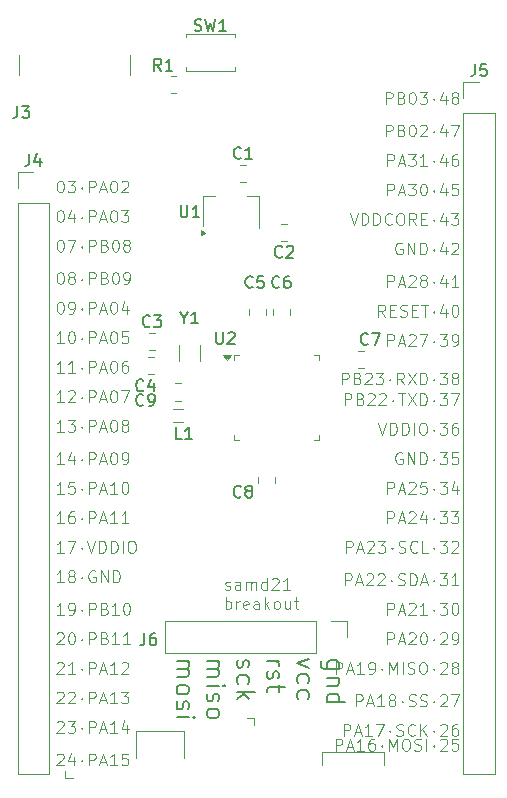
<source format=gbr>
%TF.GenerationSoftware,KiCad,Pcbnew,8.0.6*%
%TF.CreationDate,2025-01-09T22:28:07+01:00*%
%TF.ProjectId,samd21_breakout,73616d64-3231-45f6-9272-65616b6f7574,rev?*%
%TF.SameCoordinates,Original*%
%TF.FileFunction,Legend,Top*%
%TF.FilePolarity,Positive*%
%FSLAX46Y46*%
G04 Gerber Fmt 4.6, Leading zero omitted, Abs format (unit mm)*
G04 Created by KiCad (PCBNEW 8.0.6) date 2025-01-09 22:28:07*
%MOMM*%
%LPD*%
G01*
G04 APERTURE LIST*
%ADD10C,0.200000*%
%ADD11C,0.100000*%
%ADD12C,0.150000*%
%ADD13C,0.120000*%
G04 APERTURE END LIST*
D10*
X131408495Y-130184911D02*
X130129447Y-130184911D01*
X130129447Y-130184911D02*
X129978971Y-130109673D01*
X129978971Y-130109673D02*
X129903733Y-130034435D01*
X129903733Y-130034435D02*
X129828495Y-129883958D01*
X129828495Y-129883958D02*
X129828495Y-129658244D01*
X129828495Y-129658244D02*
X129903733Y-129507768D01*
X130430400Y-130184911D02*
X130355161Y-130034435D01*
X130355161Y-130034435D02*
X130355161Y-129733482D01*
X130355161Y-129733482D02*
X130430400Y-129583006D01*
X130430400Y-129583006D02*
X130505638Y-129507768D01*
X130505638Y-129507768D02*
X130656114Y-129432530D01*
X130656114Y-129432530D02*
X131107542Y-129432530D01*
X131107542Y-129432530D02*
X131258019Y-129507768D01*
X131258019Y-129507768D02*
X131333257Y-129583006D01*
X131333257Y-129583006D02*
X131408495Y-129733482D01*
X131408495Y-129733482D02*
X131408495Y-130034435D01*
X131408495Y-130034435D02*
X131333257Y-130184911D01*
X131408495Y-130937292D02*
X130355161Y-130937292D01*
X131258019Y-130937292D02*
X131333257Y-131012530D01*
X131333257Y-131012530D02*
X131408495Y-131163006D01*
X131408495Y-131163006D02*
X131408495Y-131388721D01*
X131408495Y-131388721D02*
X131333257Y-131539197D01*
X131333257Y-131539197D02*
X131182780Y-131614435D01*
X131182780Y-131614435D02*
X130355161Y-131614435D01*
X130355161Y-133043959D02*
X131935161Y-133043959D01*
X130430400Y-133043959D02*
X130355161Y-132893483D01*
X130355161Y-132893483D02*
X130355161Y-132592530D01*
X130355161Y-132592530D02*
X130430400Y-132442054D01*
X130430400Y-132442054D02*
X130505638Y-132366816D01*
X130505638Y-132366816D02*
X130656114Y-132291578D01*
X130656114Y-132291578D02*
X131107542Y-132291578D01*
X131107542Y-132291578D02*
X131258019Y-132366816D01*
X131258019Y-132366816D02*
X131333257Y-132442054D01*
X131333257Y-132442054D02*
X131408495Y-132592530D01*
X131408495Y-132592530D02*
X131408495Y-132893483D01*
X131408495Y-132893483D02*
X131333257Y-133043959D01*
X128864783Y-129357292D02*
X127811449Y-129733482D01*
X127811449Y-129733482D02*
X128864783Y-130109673D01*
X127886688Y-131388721D02*
X127811449Y-131238245D01*
X127811449Y-131238245D02*
X127811449Y-130937292D01*
X127811449Y-130937292D02*
X127886688Y-130786816D01*
X127886688Y-130786816D02*
X127961926Y-130711578D01*
X127961926Y-130711578D02*
X128112402Y-130636340D01*
X128112402Y-130636340D02*
X128563830Y-130636340D01*
X128563830Y-130636340D02*
X128714307Y-130711578D01*
X128714307Y-130711578D02*
X128789545Y-130786816D01*
X128789545Y-130786816D02*
X128864783Y-130937292D01*
X128864783Y-130937292D02*
X128864783Y-131238245D01*
X128864783Y-131238245D02*
X128789545Y-131388721D01*
X127886688Y-132743007D02*
X127811449Y-132592531D01*
X127811449Y-132592531D02*
X127811449Y-132291578D01*
X127811449Y-132291578D02*
X127886688Y-132141102D01*
X127886688Y-132141102D02*
X127961926Y-132065864D01*
X127961926Y-132065864D02*
X128112402Y-131990626D01*
X128112402Y-131990626D02*
X128563830Y-131990626D01*
X128563830Y-131990626D02*
X128714307Y-132065864D01*
X128714307Y-132065864D02*
X128789545Y-132141102D01*
X128789545Y-132141102D02*
X128864783Y-132291578D01*
X128864783Y-132291578D02*
X128864783Y-132592531D01*
X128864783Y-132592531D02*
X128789545Y-132743007D01*
X125267737Y-129507768D02*
X126321071Y-129507768D01*
X126020118Y-129507768D02*
X126170595Y-129583006D01*
X126170595Y-129583006D02*
X126245833Y-129658244D01*
X126245833Y-129658244D02*
X126321071Y-129808720D01*
X126321071Y-129808720D02*
X126321071Y-129959197D01*
X125342976Y-130410625D02*
X125267737Y-130561101D01*
X125267737Y-130561101D02*
X125267737Y-130862053D01*
X125267737Y-130862053D02*
X125342976Y-131012530D01*
X125342976Y-131012530D02*
X125493452Y-131087768D01*
X125493452Y-131087768D02*
X125568690Y-131087768D01*
X125568690Y-131087768D02*
X125719166Y-131012530D01*
X125719166Y-131012530D02*
X125794404Y-130862053D01*
X125794404Y-130862053D02*
X125794404Y-130636339D01*
X125794404Y-130636339D02*
X125869642Y-130485863D01*
X125869642Y-130485863D02*
X126020118Y-130410625D01*
X126020118Y-130410625D02*
X126095356Y-130410625D01*
X126095356Y-130410625D02*
X126245833Y-130485863D01*
X126245833Y-130485863D02*
X126321071Y-130636339D01*
X126321071Y-130636339D02*
X126321071Y-130862053D01*
X126321071Y-130862053D02*
X126245833Y-131012530D01*
X126321071Y-131539197D02*
X126321071Y-132141101D01*
X126847737Y-131764911D02*
X125493452Y-131764911D01*
X125493452Y-131764911D02*
X125342976Y-131840149D01*
X125342976Y-131840149D02*
X125267737Y-131990625D01*
X125267737Y-131990625D02*
X125267737Y-132141101D01*
X122799264Y-129432530D02*
X122724025Y-129583006D01*
X122724025Y-129583006D02*
X122724025Y-129883958D01*
X122724025Y-129883958D02*
X122799264Y-130034435D01*
X122799264Y-130034435D02*
X122949740Y-130109673D01*
X122949740Y-130109673D02*
X123024978Y-130109673D01*
X123024978Y-130109673D02*
X123175454Y-130034435D01*
X123175454Y-130034435D02*
X123250692Y-129883958D01*
X123250692Y-129883958D02*
X123250692Y-129658244D01*
X123250692Y-129658244D02*
X123325930Y-129507768D01*
X123325930Y-129507768D02*
X123476406Y-129432530D01*
X123476406Y-129432530D02*
X123551644Y-129432530D01*
X123551644Y-129432530D02*
X123702121Y-129507768D01*
X123702121Y-129507768D02*
X123777359Y-129658244D01*
X123777359Y-129658244D02*
X123777359Y-129883958D01*
X123777359Y-129883958D02*
X123702121Y-130034435D01*
X122799264Y-131463959D02*
X122724025Y-131313483D01*
X122724025Y-131313483D02*
X122724025Y-131012530D01*
X122724025Y-131012530D02*
X122799264Y-130862054D01*
X122799264Y-130862054D02*
X122874502Y-130786816D01*
X122874502Y-130786816D02*
X123024978Y-130711578D01*
X123024978Y-130711578D02*
X123476406Y-130711578D01*
X123476406Y-130711578D02*
X123626883Y-130786816D01*
X123626883Y-130786816D02*
X123702121Y-130862054D01*
X123702121Y-130862054D02*
X123777359Y-131012530D01*
X123777359Y-131012530D02*
X123777359Y-131313483D01*
X123777359Y-131313483D02*
X123702121Y-131463959D01*
X122724025Y-132141102D02*
X124304025Y-132141102D01*
X123325930Y-132291578D02*
X122724025Y-132743007D01*
X123777359Y-132743007D02*
X123175454Y-132141102D01*
X120180313Y-129507768D02*
X121233647Y-129507768D01*
X121083171Y-129507768D02*
X121158409Y-129583006D01*
X121158409Y-129583006D02*
X121233647Y-129733482D01*
X121233647Y-129733482D02*
X121233647Y-129959197D01*
X121233647Y-129959197D02*
X121158409Y-130109673D01*
X121158409Y-130109673D02*
X121007932Y-130184911D01*
X121007932Y-130184911D02*
X120180313Y-130184911D01*
X121007932Y-130184911D02*
X121158409Y-130260149D01*
X121158409Y-130260149D02*
X121233647Y-130410625D01*
X121233647Y-130410625D02*
X121233647Y-130636339D01*
X121233647Y-130636339D02*
X121158409Y-130786816D01*
X121158409Y-130786816D02*
X121007932Y-130862054D01*
X121007932Y-130862054D02*
X120180313Y-130862054D01*
X120180313Y-131614435D02*
X121233647Y-131614435D01*
X121760313Y-131614435D02*
X121685075Y-131539197D01*
X121685075Y-131539197D02*
X121609837Y-131614435D01*
X121609837Y-131614435D02*
X121685075Y-131689673D01*
X121685075Y-131689673D02*
X121760313Y-131614435D01*
X121760313Y-131614435D02*
X121609837Y-131614435D01*
X120255552Y-132291578D02*
X120180313Y-132442054D01*
X120180313Y-132442054D02*
X120180313Y-132743006D01*
X120180313Y-132743006D02*
X120255552Y-132893483D01*
X120255552Y-132893483D02*
X120406028Y-132968721D01*
X120406028Y-132968721D02*
X120481266Y-132968721D01*
X120481266Y-132968721D02*
X120631742Y-132893483D01*
X120631742Y-132893483D02*
X120706980Y-132743006D01*
X120706980Y-132743006D02*
X120706980Y-132517292D01*
X120706980Y-132517292D02*
X120782218Y-132366816D01*
X120782218Y-132366816D02*
X120932694Y-132291578D01*
X120932694Y-132291578D02*
X121007932Y-132291578D01*
X121007932Y-132291578D02*
X121158409Y-132366816D01*
X121158409Y-132366816D02*
X121233647Y-132517292D01*
X121233647Y-132517292D02*
X121233647Y-132743006D01*
X121233647Y-132743006D02*
X121158409Y-132893483D01*
X120180313Y-133871578D02*
X120255552Y-133721102D01*
X120255552Y-133721102D02*
X120330790Y-133645864D01*
X120330790Y-133645864D02*
X120481266Y-133570626D01*
X120481266Y-133570626D02*
X120932694Y-133570626D01*
X120932694Y-133570626D02*
X121083171Y-133645864D01*
X121083171Y-133645864D02*
X121158409Y-133721102D01*
X121158409Y-133721102D02*
X121233647Y-133871578D01*
X121233647Y-133871578D02*
X121233647Y-134097293D01*
X121233647Y-134097293D02*
X121158409Y-134247769D01*
X121158409Y-134247769D02*
X121083171Y-134323007D01*
X121083171Y-134323007D02*
X120932694Y-134398245D01*
X120932694Y-134398245D02*
X120481266Y-134398245D01*
X120481266Y-134398245D02*
X120330790Y-134323007D01*
X120330790Y-134323007D02*
X120255552Y-134247769D01*
X120255552Y-134247769D02*
X120180313Y-134097293D01*
X120180313Y-134097293D02*
X120180313Y-133871578D01*
X117636601Y-129507768D02*
X118689935Y-129507768D01*
X118539459Y-129507768D02*
X118614697Y-129583006D01*
X118614697Y-129583006D02*
X118689935Y-129733482D01*
X118689935Y-129733482D02*
X118689935Y-129959197D01*
X118689935Y-129959197D02*
X118614697Y-130109673D01*
X118614697Y-130109673D02*
X118464220Y-130184911D01*
X118464220Y-130184911D02*
X117636601Y-130184911D01*
X118464220Y-130184911D02*
X118614697Y-130260149D01*
X118614697Y-130260149D02*
X118689935Y-130410625D01*
X118689935Y-130410625D02*
X118689935Y-130636339D01*
X118689935Y-130636339D02*
X118614697Y-130786816D01*
X118614697Y-130786816D02*
X118464220Y-130862054D01*
X118464220Y-130862054D02*
X117636601Y-130862054D01*
X117636601Y-131840149D02*
X117711840Y-131689673D01*
X117711840Y-131689673D02*
X117787078Y-131614435D01*
X117787078Y-131614435D02*
X117937554Y-131539197D01*
X117937554Y-131539197D02*
X118388982Y-131539197D01*
X118388982Y-131539197D02*
X118539459Y-131614435D01*
X118539459Y-131614435D02*
X118614697Y-131689673D01*
X118614697Y-131689673D02*
X118689935Y-131840149D01*
X118689935Y-131840149D02*
X118689935Y-132065864D01*
X118689935Y-132065864D02*
X118614697Y-132216340D01*
X118614697Y-132216340D02*
X118539459Y-132291578D01*
X118539459Y-132291578D02*
X118388982Y-132366816D01*
X118388982Y-132366816D02*
X117937554Y-132366816D01*
X117937554Y-132366816D02*
X117787078Y-132291578D01*
X117787078Y-132291578D02*
X117711840Y-132216340D01*
X117711840Y-132216340D02*
X117636601Y-132065864D01*
X117636601Y-132065864D02*
X117636601Y-131840149D01*
X117711840Y-132968721D02*
X117636601Y-133119197D01*
X117636601Y-133119197D02*
X117636601Y-133420149D01*
X117636601Y-133420149D02*
X117711840Y-133570626D01*
X117711840Y-133570626D02*
X117862316Y-133645864D01*
X117862316Y-133645864D02*
X117937554Y-133645864D01*
X117937554Y-133645864D02*
X118088030Y-133570626D01*
X118088030Y-133570626D02*
X118163268Y-133420149D01*
X118163268Y-133420149D02*
X118163268Y-133194435D01*
X118163268Y-133194435D02*
X118238506Y-133043959D01*
X118238506Y-133043959D02*
X118388982Y-132968721D01*
X118388982Y-132968721D02*
X118464220Y-132968721D01*
X118464220Y-132968721D02*
X118614697Y-133043959D01*
X118614697Y-133043959D02*
X118689935Y-133194435D01*
X118689935Y-133194435D02*
X118689935Y-133420149D01*
X118689935Y-133420149D02*
X118614697Y-133570626D01*
X117636601Y-134323007D02*
X118689935Y-134323007D01*
X119216601Y-134323007D02*
X119141363Y-134247769D01*
X119141363Y-134247769D02*
X119066125Y-134323007D01*
X119066125Y-134323007D02*
X119141363Y-134398245D01*
X119141363Y-134398245D02*
X119216601Y-134323007D01*
X119216601Y-134323007D02*
X119066125Y-134323007D01*
D11*
X121756265Y-123464856D02*
X121851503Y-123512475D01*
X121851503Y-123512475D02*
X122041979Y-123512475D01*
X122041979Y-123512475D02*
X122137217Y-123464856D01*
X122137217Y-123464856D02*
X122184836Y-123369617D01*
X122184836Y-123369617D02*
X122184836Y-123321998D01*
X122184836Y-123321998D02*
X122137217Y-123226760D01*
X122137217Y-123226760D02*
X122041979Y-123179141D01*
X122041979Y-123179141D02*
X121899122Y-123179141D01*
X121899122Y-123179141D02*
X121803884Y-123131522D01*
X121803884Y-123131522D02*
X121756265Y-123036284D01*
X121756265Y-123036284D02*
X121756265Y-122988665D01*
X121756265Y-122988665D02*
X121803884Y-122893427D01*
X121803884Y-122893427D02*
X121899122Y-122845808D01*
X121899122Y-122845808D02*
X122041979Y-122845808D01*
X122041979Y-122845808D02*
X122137217Y-122893427D01*
X123041979Y-123512475D02*
X123041979Y-122988665D01*
X123041979Y-122988665D02*
X122994360Y-122893427D01*
X122994360Y-122893427D02*
X122899122Y-122845808D01*
X122899122Y-122845808D02*
X122708646Y-122845808D01*
X122708646Y-122845808D02*
X122613408Y-122893427D01*
X123041979Y-123464856D02*
X122946741Y-123512475D01*
X122946741Y-123512475D02*
X122708646Y-123512475D01*
X122708646Y-123512475D02*
X122613408Y-123464856D01*
X122613408Y-123464856D02*
X122565789Y-123369617D01*
X122565789Y-123369617D02*
X122565789Y-123274379D01*
X122565789Y-123274379D02*
X122613408Y-123179141D01*
X122613408Y-123179141D02*
X122708646Y-123131522D01*
X122708646Y-123131522D02*
X122946741Y-123131522D01*
X122946741Y-123131522D02*
X123041979Y-123083903D01*
X123518170Y-123512475D02*
X123518170Y-122845808D01*
X123518170Y-122941046D02*
X123565789Y-122893427D01*
X123565789Y-122893427D02*
X123661027Y-122845808D01*
X123661027Y-122845808D02*
X123803884Y-122845808D01*
X123803884Y-122845808D02*
X123899122Y-122893427D01*
X123899122Y-122893427D02*
X123946741Y-122988665D01*
X123946741Y-122988665D02*
X123946741Y-123512475D01*
X123946741Y-122988665D02*
X123994360Y-122893427D01*
X123994360Y-122893427D02*
X124089598Y-122845808D01*
X124089598Y-122845808D02*
X124232455Y-122845808D01*
X124232455Y-122845808D02*
X124327694Y-122893427D01*
X124327694Y-122893427D02*
X124375313Y-122988665D01*
X124375313Y-122988665D02*
X124375313Y-123512475D01*
X125280074Y-123512475D02*
X125280074Y-122512475D01*
X125280074Y-123464856D02*
X125184836Y-123512475D01*
X125184836Y-123512475D02*
X124994360Y-123512475D01*
X124994360Y-123512475D02*
X124899122Y-123464856D01*
X124899122Y-123464856D02*
X124851503Y-123417236D01*
X124851503Y-123417236D02*
X124803884Y-123321998D01*
X124803884Y-123321998D02*
X124803884Y-123036284D01*
X124803884Y-123036284D02*
X124851503Y-122941046D01*
X124851503Y-122941046D02*
X124899122Y-122893427D01*
X124899122Y-122893427D02*
X124994360Y-122845808D01*
X124994360Y-122845808D02*
X125184836Y-122845808D01*
X125184836Y-122845808D02*
X125280074Y-122893427D01*
X125708646Y-122607713D02*
X125756265Y-122560094D01*
X125756265Y-122560094D02*
X125851503Y-122512475D01*
X125851503Y-122512475D02*
X126089598Y-122512475D01*
X126089598Y-122512475D02*
X126184836Y-122560094D01*
X126184836Y-122560094D02*
X126232455Y-122607713D01*
X126232455Y-122607713D02*
X126280074Y-122702951D01*
X126280074Y-122702951D02*
X126280074Y-122798189D01*
X126280074Y-122798189D02*
X126232455Y-122941046D01*
X126232455Y-122941046D02*
X125661027Y-123512475D01*
X125661027Y-123512475D02*
X126280074Y-123512475D01*
X127232455Y-123512475D02*
X126661027Y-123512475D01*
X126946741Y-123512475D02*
X126946741Y-122512475D01*
X126946741Y-122512475D02*
X126851503Y-122655332D01*
X126851503Y-122655332D02*
X126756265Y-122750570D01*
X126756265Y-122750570D02*
X126661027Y-122798189D01*
X121803884Y-125122419D02*
X121803884Y-124122419D01*
X121803884Y-124503371D02*
X121899122Y-124455752D01*
X121899122Y-124455752D02*
X122089598Y-124455752D01*
X122089598Y-124455752D02*
X122184836Y-124503371D01*
X122184836Y-124503371D02*
X122232455Y-124550990D01*
X122232455Y-124550990D02*
X122280074Y-124646228D01*
X122280074Y-124646228D02*
X122280074Y-124931942D01*
X122280074Y-124931942D02*
X122232455Y-125027180D01*
X122232455Y-125027180D02*
X122184836Y-125074800D01*
X122184836Y-125074800D02*
X122089598Y-125122419D01*
X122089598Y-125122419D02*
X121899122Y-125122419D01*
X121899122Y-125122419D02*
X121803884Y-125074800D01*
X122708646Y-125122419D02*
X122708646Y-124455752D01*
X122708646Y-124646228D02*
X122756265Y-124550990D01*
X122756265Y-124550990D02*
X122803884Y-124503371D01*
X122803884Y-124503371D02*
X122899122Y-124455752D01*
X122899122Y-124455752D02*
X122994360Y-124455752D01*
X123708646Y-125074800D02*
X123613408Y-125122419D01*
X123613408Y-125122419D02*
X123422932Y-125122419D01*
X123422932Y-125122419D02*
X123327694Y-125074800D01*
X123327694Y-125074800D02*
X123280075Y-124979561D01*
X123280075Y-124979561D02*
X123280075Y-124598609D01*
X123280075Y-124598609D02*
X123327694Y-124503371D01*
X123327694Y-124503371D02*
X123422932Y-124455752D01*
X123422932Y-124455752D02*
X123613408Y-124455752D01*
X123613408Y-124455752D02*
X123708646Y-124503371D01*
X123708646Y-124503371D02*
X123756265Y-124598609D01*
X123756265Y-124598609D02*
X123756265Y-124693847D01*
X123756265Y-124693847D02*
X123280075Y-124789085D01*
X124613408Y-125122419D02*
X124613408Y-124598609D01*
X124613408Y-124598609D02*
X124565789Y-124503371D01*
X124565789Y-124503371D02*
X124470551Y-124455752D01*
X124470551Y-124455752D02*
X124280075Y-124455752D01*
X124280075Y-124455752D02*
X124184837Y-124503371D01*
X124613408Y-125074800D02*
X124518170Y-125122419D01*
X124518170Y-125122419D02*
X124280075Y-125122419D01*
X124280075Y-125122419D02*
X124184837Y-125074800D01*
X124184837Y-125074800D02*
X124137218Y-124979561D01*
X124137218Y-124979561D02*
X124137218Y-124884323D01*
X124137218Y-124884323D02*
X124184837Y-124789085D01*
X124184837Y-124789085D02*
X124280075Y-124741466D01*
X124280075Y-124741466D02*
X124518170Y-124741466D01*
X124518170Y-124741466D02*
X124613408Y-124693847D01*
X125089599Y-125122419D02*
X125089599Y-124122419D01*
X125184837Y-124741466D02*
X125470551Y-125122419D01*
X125470551Y-124455752D02*
X125089599Y-124836704D01*
X126041980Y-125122419D02*
X125946742Y-125074800D01*
X125946742Y-125074800D02*
X125899123Y-125027180D01*
X125899123Y-125027180D02*
X125851504Y-124931942D01*
X125851504Y-124931942D02*
X125851504Y-124646228D01*
X125851504Y-124646228D02*
X125899123Y-124550990D01*
X125899123Y-124550990D02*
X125946742Y-124503371D01*
X125946742Y-124503371D02*
X126041980Y-124455752D01*
X126041980Y-124455752D02*
X126184837Y-124455752D01*
X126184837Y-124455752D02*
X126280075Y-124503371D01*
X126280075Y-124503371D02*
X126327694Y-124550990D01*
X126327694Y-124550990D02*
X126375313Y-124646228D01*
X126375313Y-124646228D02*
X126375313Y-124931942D01*
X126375313Y-124931942D02*
X126327694Y-125027180D01*
X126327694Y-125027180D02*
X126280075Y-125074800D01*
X126280075Y-125074800D02*
X126184837Y-125122419D01*
X126184837Y-125122419D02*
X126041980Y-125122419D01*
X127232456Y-124455752D02*
X127232456Y-125122419D01*
X126803885Y-124455752D02*
X126803885Y-124979561D01*
X126803885Y-124979561D02*
X126851504Y-125074800D01*
X126851504Y-125074800D02*
X126946742Y-125122419D01*
X126946742Y-125122419D02*
X127089599Y-125122419D01*
X127089599Y-125122419D02*
X127184837Y-125074800D01*
X127184837Y-125074800D02*
X127232456Y-125027180D01*
X127565790Y-124455752D02*
X127946742Y-124455752D01*
X127708647Y-124122419D02*
X127708647Y-124979561D01*
X127708647Y-124979561D02*
X127756266Y-125074800D01*
X127756266Y-125074800D02*
X127851504Y-125122419D01*
X127851504Y-125122419D02*
X127946742Y-125122419D01*
X135350877Y-82372419D02*
X135350877Y-81372419D01*
X135350877Y-81372419D02*
X135731829Y-81372419D01*
X135731829Y-81372419D02*
X135827067Y-81420038D01*
X135827067Y-81420038D02*
X135874686Y-81467657D01*
X135874686Y-81467657D02*
X135922305Y-81562895D01*
X135922305Y-81562895D02*
X135922305Y-81705752D01*
X135922305Y-81705752D02*
X135874686Y-81800990D01*
X135874686Y-81800990D02*
X135827067Y-81848609D01*
X135827067Y-81848609D02*
X135731829Y-81896228D01*
X135731829Y-81896228D02*
X135350877Y-81896228D01*
X136684210Y-81848609D02*
X136827067Y-81896228D01*
X136827067Y-81896228D02*
X136874686Y-81943847D01*
X136874686Y-81943847D02*
X136922305Y-82039085D01*
X136922305Y-82039085D02*
X136922305Y-82181942D01*
X136922305Y-82181942D02*
X136874686Y-82277180D01*
X136874686Y-82277180D02*
X136827067Y-82324800D01*
X136827067Y-82324800D02*
X136731829Y-82372419D01*
X136731829Y-82372419D02*
X136350877Y-82372419D01*
X136350877Y-82372419D02*
X136350877Y-81372419D01*
X136350877Y-81372419D02*
X136684210Y-81372419D01*
X136684210Y-81372419D02*
X136779448Y-81420038D01*
X136779448Y-81420038D02*
X136827067Y-81467657D01*
X136827067Y-81467657D02*
X136874686Y-81562895D01*
X136874686Y-81562895D02*
X136874686Y-81658133D01*
X136874686Y-81658133D02*
X136827067Y-81753371D01*
X136827067Y-81753371D02*
X136779448Y-81800990D01*
X136779448Y-81800990D02*
X136684210Y-81848609D01*
X136684210Y-81848609D02*
X136350877Y-81848609D01*
X137541353Y-81372419D02*
X137636591Y-81372419D01*
X137636591Y-81372419D02*
X137731829Y-81420038D01*
X137731829Y-81420038D02*
X137779448Y-81467657D01*
X137779448Y-81467657D02*
X137827067Y-81562895D01*
X137827067Y-81562895D02*
X137874686Y-81753371D01*
X137874686Y-81753371D02*
X137874686Y-81991466D01*
X137874686Y-81991466D02*
X137827067Y-82181942D01*
X137827067Y-82181942D02*
X137779448Y-82277180D01*
X137779448Y-82277180D02*
X137731829Y-82324800D01*
X137731829Y-82324800D02*
X137636591Y-82372419D01*
X137636591Y-82372419D02*
X137541353Y-82372419D01*
X137541353Y-82372419D02*
X137446115Y-82324800D01*
X137446115Y-82324800D02*
X137398496Y-82277180D01*
X137398496Y-82277180D02*
X137350877Y-82181942D01*
X137350877Y-82181942D02*
X137303258Y-81991466D01*
X137303258Y-81991466D02*
X137303258Y-81753371D01*
X137303258Y-81753371D02*
X137350877Y-81562895D01*
X137350877Y-81562895D02*
X137398496Y-81467657D01*
X137398496Y-81467657D02*
X137446115Y-81420038D01*
X137446115Y-81420038D02*
X137541353Y-81372419D01*
X138208020Y-81372419D02*
X138827067Y-81372419D01*
X138827067Y-81372419D02*
X138493734Y-81753371D01*
X138493734Y-81753371D02*
X138636591Y-81753371D01*
X138636591Y-81753371D02*
X138731829Y-81800990D01*
X138731829Y-81800990D02*
X138779448Y-81848609D01*
X138779448Y-81848609D02*
X138827067Y-81943847D01*
X138827067Y-81943847D02*
X138827067Y-82181942D01*
X138827067Y-82181942D02*
X138779448Y-82277180D01*
X138779448Y-82277180D02*
X138731829Y-82324800D01*
X138731829Y-82324800D02*
X138636591Y-82372419D01*
X138636591Y-82372419D02*
X138350877Y-82372419D01*
X138350877Y-82372419D02*
X138255639Y-82324800D01*
X138255639Y-82324800D02*
X138208020Y-82277180D01*
X139398496Y-81943847D02*
X139350877Y-81991466D01*
X139350877Y-81991466D02*
X139398496Y-82039085D01*
X139398496Y-82039085D02*
X139446115Y-81991466D01*
X139446115Y-81991466D02*
X139398496Y-81943847D01*
X139398496Y-81943847D02*
X139398496Y-82039085D01*
X140446115Y-81705752D02*
X140446115Y-82372419D01*
X140208020Y-81324800D02*
X139969925Y-82039085D01*
X139969925Y-82039085D02*
X140588972Y-82039085D01*
X141112782Y-81800990D02*
X141017544Y-81753371D01*
X141017544Y-81753371D02*
X140969925Y-81705752D01*
X140969925Y-81705752D02*
X140922306Y-81610514D01*
X140922306Y-81610514D02*
X140922306Y-81562895D01*
X140922306Y-81562895D02*
X140969925Y-81467657D01*
X140969925Y-81467657D02*
X141017544Y-81420038D01*
X141017544Y-81420038D02*
X141112782Y-81372419D01*
X141112782Y-81372419D02*
X141303258Y-81372419D01*
X141303258Y-81372419D02*
X141398496Y-81420038D01*
X141398496Y-81420038D02*
X141446115Y-81467657D01*
X141446115Y-81467657D02*
X141493734Y-81562895D01*
X141493734Y-81562895D02*
X141493734Y-81610514D01*
X141493734Y-81610514D02*
X141446115Y-81705752D01*
X141446115Y-81705752D02*
X141398496Y-81753371D01*
X141398496Y-81753371D02*
X141303258Y-81800990D01*
X141303258Y-81800990D02*
X141112782Y-81800990D01*
X141112782Y-81800990D02*
X141017544Y-81848609D01*
X141017544Y-81848609D02*
X140969925Y-81896228D01*
X140969925Y-81896228D02*
X140922306Y-81991466D01*
X140922306Y-81991466D02*
X140922306Y-82181942D01*
X140922306Y-82181942D02*
X140969925Y-82277180D01*
X140969925Y-82277180D02*
X141017544Y-82324800D01*
X141017544Y-82324800D02*
X141112782Y-82372419D01*
X141112782Y-82372419D02*
X141303258Y-82372419D01*
X141303258Y-82372419D02*
X141398496Y-82324800D01*
X141398496Y-82324800D02*
X141446115Y-82277180D01*
X141446115Y-82277180D02*
X141493734Y-82181942D01*
X141493734Y-82181942D02*
X141493734Y-81991466D01*
X141493734Y-81991466D02*
X141446115Y-81896228D01*
X141446115Y-81896228D02*
X141398496Y-81848609D01*
X141398496Y-81848609D02*
X141303258Y-81800990D01*
X135350877Y-85122419D02*
X135350877Y-84122419D01*
X135350877Y-84122419D02*
X135731829Y-84122419D01*
X135731829Y-84122419D02*
X135827067Y-84170038D01*
X135827067Y-84170038D02*
X135874686Y-84217657D01*
X135874686Y-84217657D02*
X135922305Y-84312895D01*
X135922305Y-84312895D02*
X135922305Y-84455752D01*
X135922305Y-84455752D02*
X135874686Y-84550990D01*
X135874686Y-84550990D02*
X135827067Y-84598609D01*
X135827067Y-84598609D02*
X135731829Y-84646228D01*
X135731829Y-84646228D02*
X135350877Y-84646228D01*
X136684210Y-84598609D02*
X136827067Y-84646228D01*
X136827067Y-84646228D02*
X136874686Y-84693847D01*
X136874686Y-84693847D02*
X136922305Y-84789085D01*
X136922305Y-84789085D02*
X136922305Y-84931942D01*
X136922305Y-84931942D02*
X136874686Y-85027180D01*
X136874686Y-85027180D02*
X136827067Y-85074800D01*
X136827067Y-85074800D02*
X136731829Y-85122419D01*
X136731829Y-85122419D02*
X136350877Y-85122419D01*
X136350877Y-85122419D02*
X136350877Y-84122419D01*
X136350877Y-84122419D02*
X136684210Y-84122419D01*
X136684210Y-84122419D02*
X136779448Y-84170038D01*
X136779448Y-84170038D02*
X136827067Y-84217657D01*
X136827067Y-84217657D02*
X136874686Y-84312895D01*
X136874686Y-84312895D02*
X136874686Y-84408133D01*
X136874686Y-84408133D02*
X136827067Y-84503371D01*
X136827067Y-84503371D02*
X136779448Y-84550990D01*
X136779448Y-84550990D02*
X136684210Y-84598609D01*
X136684210Y-84598609D02*
X136350877Y-84598609D01*
X137541353Y-84122419D02*
X137636591Y-84122419D01*
X137636591Y-84122419D02*
X137731829Y-84170038D01*
X137731829Y-84170038D02*
X137779448Y-84217657D01*
X137779448Y-84217657D02*
X137827067Y-84312895D01*
X137827067Y-84312895D02*
X137874686Y-84503371D01*
X137874686Y-84503371D02*
X137874686Y-84741466D01*
X137874686Y-84741466D02*
X137827067Y-84931942D01*
X137827067Y-84931942D02*
X137779448Y-85027180D01*
X137779448Y-85027180D02*
X137731829Y-85074800D01*
X137731829Y-85074800D02*
X137636591Y-85122419D01*
X137636591Y-85122419D02*
X137541353Y-85122419D01*
X137541353Y-85122419D02*
X137446115Y-85074800D01*
X137446115Y-85074800D02*
X137398496Y-85027180D01*
X137398496Y-85027180D02*
X137350877Y-84931942D01*
X137350877Y-84931942D02*
X137303258Y-84741466D01*
X137303258Y-84741466D02*
X137303258Y-84503371D01*
X137303258Y-84503371D02*
X137350877Y-84312895D01*
X137350877Y-84312895D02*
X137398496Y-84217657D01*
X137398496Y-84217657D02*
X137446115Y-84170038D01*
X137446115Y-84170038D02*
X137541353Y-84122419D01*
X138255639Y-84217657D02*
X138303258Y-84170038D01*
X138303258Y-84170038D02*
X138398496Y-84122419D01*
X138398496Y-84122419D02*
X138636591Y-84122419D01*
X138636591Y-84122419D02*
X138731829Y-84170038D01*
X138731829Y-84170038D02*
X138779448Y-84217657D01*
X138779448Y-84217657D02*
X138827067Y-84312895D01*
X138827067Y-84312895D02*
X138827067Y-84408133D01*
X138827067Y-84408133D02*
X138779448Y-84550990D01*
X138779448Y-84550990D02*
X138208020Y-85122419D01*
X138208020Y-85122419D02*
X138827067Y-85122419D01*
X139398496Y-84693847D02*
X139350877Y-84741466D01*
X139350877Y-84741466D02*
X139398496Y-84789085D01*
X139398496Y-84789085D02*
X139446115Y-84741466D01*
X139446115Y-84741466D02*
X139398496Y-84693847D01*
X139398496Y-84693847D02*
X139398496Y-84789085D01*
X140446115Y-84455752D02*
X140446115Y-85122419D01*
X140208020Y-84074800D02*
X139969925Y-84789085D01*
X139969925Y-84789085D02*
X140588972Y-84789085D01*
X140874687Y-84122419D02*
X141541353Y-84122419D01*
X141541353Y-84122419D02*
X141112782Y-85122419D01*
X135493734Y-87622419D02*
X135493734Y-86622419D01*
X135493734Y-86622419D02*
X135874686Y-86622419D01*
X135874686Y-86622419D02*
X135969924Y-86670038D01*
X135969924Y-86670038D02*
X136017543Y-86717657D01*
X136017543Y-86717657D02*
X136065162Y-86812895D01*
X136065162Y-86812895D02*
X136065162Y-86955752D01*
X136065162Y-86955752D02*
X136017543Y-87050990D01*
X136017543Y-87050990D02*
X135969924Y-87098609D01*
X135969924Y-87098609D02*
X135874686Y-87146228D01*
X135874686Y-87146228D02*
X135493734Y-87146228D01*
X136446115Y-87336704D02*
X136922305Y-87336704D01*
X136350877Y-87622419D02*
X136684210Y-86622419D01*
X136684210Y-86622419D02*
X137017543Y-87622419D01*
X137255639Y-86622419D02*
X137874686Y-86622419D01*
X137874686Y-86622419D02*
X137541353Y-87003371D01*
X137541353Y-87003371D02*
X137684210Y-87003371D01*
X137684210Y-87003371D02*
X137779448Y-87050990D01*
X137779448Y-87050990D02*
X137827067Y-87098609D01*
X137827067Y-87098609D02*
X137874686Y-87193847D01*
X137874686Y-87193847D02*
X137874686Y-87431942D01*
X137874686Y-87431942D02*
X137827067Y-87527180D01*
X137827067Y-87527180D02*
X137779448Y-87574800D01*
X137779448Y-87574800D02*
X137684210Y-87622419D01*
X137684210Y-87622419D02*
X137398496Y-87622419D01*
X137398496Y-87622419D02*
X137303258Y-87574800D01*
X137303258Y-87574800D02*
X137255639Y-87527180D01*
X138827067Y-87622419D02*
X138255639Y-87622419D01*
X138541353Y-87622419D02*
X138541353Y-86622419D01*
X138541353Y-86622419D02*
X138446115Y-86765276D01*
X138446115Y-86765276D02*
X138350877Y-86860514D01*
X138350877Y-86860514D02*
X138255639Y-86908133D01*
X139398496Y-87193847D02*
X139350877Y-87241466D01*
X139350877Y-87241466D02*
X139398496Y-87289085D01*
X139398496Y-87289085D02*
X139446115Y-87241466D01*
X139446115Y-87241466D02*
X139398496Y-87193847D01*
X139398496Y-87193847D02*
X139398496Y-87289085D01*
X140446115Y-86955752D02*
X140446115Y-87622419D01*
X140208020Y-86574800D02*
X139969925Y-87289085D01*
X139969925Y-87289085D02*
X140588972Y-87289085D01*
X141398496Y-86622419D02*
X141208020Y-86622419D01*
X141208020Y-86622419D02*
X141112782Y-86670038D01*
X141112782Y-86670038D02*
X141065163Y-86717657D01*
X141065163Y-86717657D02*
X140969925Y-86860514D01*
X140969925Y-86860514D02*
X140922306Y-87050990D01*
X140922306Y-87050990D02*
X140922306Y-87431942D01*
X140922306Y-87431942D02*
X140969925Y-87527180D01*
X140969925Y-87527180D02*
X141017544Y-87574800D01*
X141017544Y-87574800D02*
X141112782Y-87622419D01*
X141112782Y-87622419D02*
X141303258Y-87622419D01*
X141303258Y-87622419D02*
X141398496Y-87574800D01*
X141398496Y-87574800D02*
X141446115Y-87527180D01*
X141446115Y-87527180D02*
X141493734Y-87431942D01*
X141493734Y-87431942D02*
X141493734Y-87193847D01*
X141493734Y-87193847D02*
X141446115Y-87098609D01*
X141446115Y-87098609D02*
X141398496Y-87050990D01*
X141398496Y-87050990D02*
X141303258Y-87003371D01*
X141303258Y-87003371D02*
X141112782Y-87003371D01*
X141112782Y-87003371D02*
X141017544Y-87050990D01*
X141017544Y-87050990D02*
X140969925Y-87098609D01*
X140969925Y-87098609D02*
X140922306Y-87193847D01*
X135493734Y-90122419D02*
X135493734Y-89122419D01*
X135493734Y-89122419D02*
X135874686Y-89122419D01*
X135874686Y-89122419D02*
X135969924Y-89170038D01*
X135969924Y-89170038D02*
X136017543Y-89217657D01*
X136017543Y-89217657D02*
X136065162Y-89312895D01*
X136065162Y-89312895D02*
X136065162Y-89455752D01*
X136065162Y-89455752D02*
X136017543Y-89550990D01*
X136017543Y-89550990D02*
X135969924Y-89598609D01*
X135969924Y-89598609D02*
X135874686Y-89646228D01*
X135874686Y-89646228D02*
X135493734Y-89646228D01*
X136446115Y-89836704D02*
X136922305Y-89836704D01*
X136350877Y-90122419D02*
X136684210Y-89122419D01*
X136684210Y-89122419D02*
X137017543Y-90122419D01*
X137255639Y-89122419D02*
X137874686Y-89122419D01*
X137874686Y-89122419D02*
X137541353Y-89503371D01*
X137541353Y-89503371D02*
X137684210Y-89503371D01*
X137684210Y-89503371D02*
X137779448Y-89550990D01*
X137779448Y-89550990D02*
X137827067Y-89598609D01*
X137827067Y-89598609D02*
X137874686Y-89693847D01*
X137874686Y-89693847D02*
X137874686Y-89931942D01*
X137874686Y-89931942D02*
X137827067Y-90027180D01*
X137827067Y-90027180D02*
X137779448Y-90074800D01*
X137779448Y-90074800D02*
X137684210Y-90122419D01*
X137684210Y-90122419D02*
X137398496Y-90122419D01*
X137398496Y-90122419D02*
X137303258Y-90074800D01*
X137303258Y-90074800D02*
X137255639Y-90027180D01*
X138493734Y-89122419D02*
X138588972Y-89122419D01*
X138588972Y-89122419D02*
X138684210Y-89170038D01*
X138684210Y-89170038D02*
X138731829Y-89217657D01*
X138731829Y-89217657D02*
X138779448Y-89312895D01*
X138779448Y-89312895D02*
X138827067Y-89503371D01*
X138827067Y-89503371D02*
X138827067Y-89741466D01*
X138827067Y-89741466D02*
X138779448Y-89931942D01*
X138779448Y-89931942D02*
X138731829Y-90027180D01*
X138731829Y-90027180D02*
X138684210Y-90074800D01*
X138684210Y-90074800D02*
X138588972Y-90122419D01*
X138588972Y-90122419D02*
X138493734Y-90122419D01*
X138493734Y-90122419D02*
X138398496Y-90074800D01*
X138398496Y-90074800D02*
X138350877Y-90027180D01*
X138350877Y-90027180D02*
X138303258Y-89931942D01*
X138303258Y-89931942D02*
X138255639Y-89741466D01*
X138255639Y-89741466D02*
X138255639Y-89503371D01*
X138255639Y-89503371D02*
X138303258Y-89312895D01*
X138303258Y-89312895D02*
X138350877Y-89217657D01*
X138350877Y-89217657D02*
X138398496Y-89170038D01*
X138398496Y-89170038D02*
X138493734Y-89122419D01*
X139398496Y-89693847D02*
X139350877Y-89741466D01*
X139350877Y-89741466D02*
X139398496Y-89789085D01*
X139398496Y-89789085D02*
X139446115Y-89741466D01*
X139446115Y-89741466D02*
X139398496Y-89693847D01*
X139398496Y-89693847D02*
X139398496Y-89789085D01*
X140446115Y-89455752D02*
X140446115Y-90122419D01*
X140208020Y-89074800D02*
X139969925Y-89789085D01*
X139969925Y-89789085D02*
X140588972Y-89789085D01*
X141446115Y-89122419D02*
X140969925Y-89122419D01*
X140969925Y-89122419D02*
X140922306Y-89598609D01*
X140922306Y-89598609D02*
X140969925Y-89550990D01*
X140969925Y-89550990D02*
X141065163Y-89503371D01*
X141065163Y-89503371D02*
X141303258Y-89503371D01*
X141303258Y-89503371D02*
X141398496Y-89550990D01*
X141398496Y-89550990D02*
X141446115Y-89598609D01*
X141446115Y-89598609D02*
X141493734Y-89693847D01*
X141493734Y-89693847D02*
X141493734Y-89931942D01*
X141493734Y-89931942D02*
X141446115Y-90027180D01*
X141446115Y-90027180D02*
X141398496Y-90074800D01*
X141398496Y-90074800D02*
X141303258Y-90122419D01*
X141303258Y-90122419D02*
X141065163Y-90122419D01*
X141065163Y-90122419D02*
X140969925Y-90074800D01*
X140969925Y-90074800D02*
X140922306Y-90027180D01*
X132303258Y-91622419D02*
X132636591Y-92622419D01*
X132636591Y-92622419D02*
X132969924Y-91622419D01*
X133303258Y-92622419D02*
X133303258Y-91622419D01*
X133303258Y-91622419D02*
X133541353Y-91622419D01*
X133541353Y-91622419D02*
X133684210Y-91670038D01*
X133684210Y-91670038D02*
X133779448Y-91765276D01*
X133779448Y-91765276D02*
X133827067Y-91860514D01*
X133827067Y-91860514D02*
X133874686Y-92050990D01*
X133874686Y-92050990D02*
X133874686Y-92193847D01*
X133874686Y-92193847D02*
X133827067Y-92384323D01*
X133827067Y-92384323D02*
X133779448Y-92479561D01*
X133779448Y-92479561D02*
X133684210Y-92574800D01*
X133684210Y-92574800D02*
X133541353Y-92622419D01*
X133541353Y-92622419D02*
X133303258Y-92622419D01*
X134303258Y-92622419D02*
X134303258Y-91622419D01*
X134303258Y-91622419D02*
X134541353Y-91622419D01*
X134541353Y-91622419D02*
X134684210Y-91670038D01*
X134684210Y-91670038D02*
X134779448Y-91765276D01*
X134779448Y-91765276D02*
X134827067Y-91860514D01*
X134827067Y-91860514D02*
X134874686Y-92050990D01*
X134874686Y-92050990D02*
X134874686Y-92193847D01*
X134874686Y-92193847D02*
X134827067Y-92384323D01*
X134827067Y-92384323D02*
X134779448Y-92479561D01*
X134779448Y-92479561D02*
X134684210Y-92574800D01*
X134684210Y-92574800D02*
X134541353Y-92622419D01*
X134541353Y-92622419D02*
X134303258Y-92622419D01*
X135874686Y-92527180D02*
X135827067Y-92574800D01*
X135827067Y-92574800D02*
X135684210Y-92622419D01*
X135684210Y-92622419D02*
X135588972Y-92622419D01*
X135588972Y-92622419D02*
X135446115Y-92574800D01*
X135446115Y-92574800D02*
X135350877Y-92479561D01*
X135350877Y-92479561D02*
X135303258Y-92384323D01*
X135303258Y-92384323D02*
X135255639Y-92193847D01*
X135255639Y-92193847D02*
X135255639Y-92050990D01*
X135255639Y-92050990D02*
X135303258Y-91860514D01*
X135303258Y-91860514D02*
X135350877Y-91765276D01*
X135350877Y-91765276D02*
X135446115Y-91670038D01*
X135446115Y-91670038D02*
X135588972Y-91622419D01*
X135588972Y-91622419D02*
X135684210Y-91622419D01*
X135684210Y-91622419D02*
X135827067Y-91670038D01*
X135827067Y-91670038D02*
X135874686Y-91717657D01*
X136493734Y-91622419D02*
X136684210Y-91622419D01*
X136684210Y-91622419D02*
X136779448Y-91670038D01*
X136779448Y-91670038D02*
X136874686Y-91765276D01*
X136874686Y-91765276D02*
X136922305Y-91955752D01*
X136922305Y-91955752D02*
X136922305Y-92289085D01*
X136922305Y-92289085D02*
X136874686Y-92479561D01*
X136874686Y-92479561D02*
X136779448Y-92574800D01*
X136779448Y-92574800D02*
X136684210Y-92622419D01*
X136684210Y-92622419D02*
X136493734Y-92622419D01*
X136493734Y-92622419D02*
X136398496Y-92574800D01*
X136398496Y-92574800D02*
X136303258Y-92479561D01*
X136303258Y-92479561D02*
X136255639Y-92289085D01*
X136255639Y-92289085D02*
X136255639Y-91955752D01*
X136255639Y-91955752D02*
X136303258Y-91765276D01*
X136303258Y-91765276D02*
X136398496Y-91670038D01*
X136398496Y-91670038D02*
X136493734Y-91622419D01*
X137922305Y-92622419D02*
X137588972Y-92146228D01*
X137350877Y-92622419D02*
X137350877Y-91622419D01*
X137350877Y-91622419D02*
X137731829Y-91622419D01*
X137731829Y-91622419D02*
X137827067Y-91670038D01*
X137827067Y-91670038D02*
X137874686Y-91717657D01*
X137874686Y-91717657D02*
X137922305Y-91812895D01*
X137922305Y-91812895D02*
X137922305Y-91955752D01*
X137922305Y-91955752D02*
X137874686Y-92050990D01*
X137874686Y-92050990D02*
X137827067Y-92098609D01*
X137827067Y-92098609D02*
X137731829Y-92146228D01*
X137731829Y-92146228D02*
X137350877Y-92146228D01*
X138350877Y-92098609D02*
X138684210Y-92098609D01*
X138827067Y-92622419D02*
X138350877Y-92622419D01*
X138350877Y-92622419D02*
X138350877Y-91622419D01*
X138350877Y-91622419D02*
X138827067Y-91622419D01*
X139398496Y-92193847D02*
X139350877Y-92241466D01*
X139350877Y-92241466D02*
X139398496Y-92289085D01*
X139398496Y-92289085D02*
X139446115Y-92241466D01*
X139446115Y-92241466D02*
X139398496Y-92193847D01*
X139398496Y-92193847D02*
X139398496Y-92289085D01*
X140446115Y-91955752D02*
X140446115Y-92622419D01*
X140208020Y-91574800D02*
X139969925Y-92289085D01*
X139969925Y-92289085D02*
X140588972Y-92289085D01*
X140874687Y-91622419D02*
X141493734Y-91622419D01*
X141493734Y-91622419D02*
X141160401Y-92003371D01*
X141160401Y-92003371D02*
X141303258Y-92003371D01*
X141303258Y-92003371D02*
X141398496Y-92050990D01*
X141398496Y-92050990D02*
X141446115Y-92098609D01*
X141446115Y-92098609D02*
X141493734Y-92193847D01*
X141493734Y-92193847D02*
X141493734Y-92431942D01*
X141493734Y-92431942D02*
X141446115Y-92527180D01*
X141446115Y-92527180D02*
X141398496Y-92574800D01*
X141398496Y-92574800D02*
X141303258Y-92622419D01*
X141303258Y-92622419D02*
X141017544Y-92622419D01*
X141017544Y-92622419D02*
X140922306Y-92574800D01*
X140922306Y-92574800D02*
X140874687Y-92527180D01*
X136731829Y-94170038D02*
X136636591Y-94122419D01*
X136636591Y-94122419D02*
X136493734Y-94122419D01*
X136493734Y-94122419D02*
X136350877Y-94170038D01*
X136350877Y-94170038D02*
X136255639Y-94265276D01*
X136255639Y-94265276D02*
X136208020Y-94360514D01*
X136208020Y-94360514D02*
X136160401Y-94550990D01*
X136160401Y-94550990D02*
X136160401Y-94693847D01*
X136160401Y-94693847D02*
X136208020Y-94884323D01*
X136208020Y-94884323D02*
X136255639Y-94979561D01*
X136255639Y-94979561D02*
X136350877Y-95074800D01*
X136350877Y-95074800D02*
X136493734Y-95122419D01*
X136493734Y-95122419D02*
X136588972Y-95122419D01*
X136588972Y-95122419D02*
X136731829Y-95074800D01*
X136731829Y-95074800D02*
X136779448Y-95027180D01*
X136779448Y-95027180D02*
X136779448Y-94693847D01*
X136779448Y-94693847D02*
X136588972Y-94693847D01*
X137208020Y-95122419D02*
X137208020Y-94122419D01*
X137208020Y-94122419D02*
X137779448Y-95122419D01*
X137779448Y-95122419D02*
X137779448Y-94122419D01*
X138255639Y-95122419D02*
X138255639Y-94122419D01*
X138255639Y-94122419D02*
X138493734Y-94122419D01*
X138493734Y-94122419D02*
X138636591Y-94170038D01*
X138636591Y-94170038D02*
X138731829Y-94265276D01*
X138731829Y-94265276D02*
X138779448Y-94360514D01*
X138779448Y-94360514D02*
X138827067Y-94550990D01*
X138827067Y-94550990D02*
X138827067Y-94693847D01*
X138827067Y-94693847D02*
X138779448Y-94884323D01*
X138779448Y-94884323D02*
X138731829Y-94979561D01*
X138731829Y-94979561D02*
X138636591Y-95074800D01*
X138636591Y-95074800D02*
X138493734Y-95122419D01*
X138493734Y-95122419D02*
X138255639Y-95122419D01*
X139398496Y-94693847D02*
X139350877Y-94741466D01*
X139350877Y-94741466D02*
X139398496Y-94789085D01*
X139398496Y-94789085D02*
X139446115Y-94741466D01*
X139446115Y-94741466D02*
X139398496Y-94693847D01*
X139398496Y-94693847D02*
X139398496Y-94789085D01*
X140446115Y-94455752D02*
X140446115Y-95122419D01*
X140208020Y-94074800D02*
X139969925Y-94789085D01*
X139969925Y-94789085D02*
X140588972Y-94789085D01*
X140922306Y-94217657D02*
X140969925Y-94170038D01*
X140969925Y-94170038D02*
X141065163Y-94122419D01*
X141065163Y-94122419D02*
X141303258Y-94122419D01*
X141303258Y-94122419D02*
X141398496Y-94170038D01*
X141398496Y-94170038D02*
X141446115Y-94217657D01*
X141446115Y-94217657D02*
X141493734Y-94312895D01*
X141493734Y-94312895D02*
X141493734Y-94408133D01*
X141493734Y-94408133D02*
X141446115Y-94550990D01*
X141446115Y-94550990D02*
X140874687Y-95122419D01*
X140874687Y-95122419D02*
X141493734Y-95122419D01*
X135493734Y-97872419D02*
X135493734Y-96872419D01*
X135493734Y-96872419D02*
X135874686Y-96872419D01*
X135874686Y-96872419D02*
X135969924Y-96920038D01*
X135969924Y-96920038D02*
X136017543Y-96967657D01*
X136017543Y-96967657D02*
X136065162Y-97062895D01*
X136065162Y-97062895D02*
X136065162Y-97205752D01*
X136065162Y-97205752D02*
X136017543Y-97300990D01*
X136017543Y-97300990D02*
X135969924Y-97348609D01*
X135969924Y-97348609D02*
X135874686Y-97396228D01*
X135874686Y-97396228D02*
X135493734Y-97396228D01*
X136446115Y-97586704D02*
X136922305Y-97586704D01*
X136350877Y-97872419D02*
X136684210Y-96872419D01*
X136684210Y-96872419D02*
X137017543Y-97872419D01*
X137303258Y-96967657D02*
X137350877Y-96920038D01*
X137350877Y-96920038D02*
X137446115Y-96872419D01*
X137446115Y-96872419D02*
X137684210Y-96872419D01*
X137684210Y-96872419D02*
X137779448Y-96920038D01*
X137779448Y-96920038D02*
X137827067Y-96967657D01*
X137827067Y-96967657D02*
X137874686Y-97062895D01*
X137874686Y-97062895D02*
X137874686Y-97158133D01*
X137874686Y-97158133D02*
X137827067Y-97300990D01*
X137827067Y-97300990D02*
X137255639Y-97872419D01*
X137255639Y-97872419D02*
X137874686Y-97872419D01*
X138446115Y-97300990D02*
X138350877Y-97253371D01*
X138350877Y-97253371D02*
X138303258Y-97205752D01*
X138303258Y-97205752D02*
X138255639Y-97110514D01*
X138255639Y-97110514D02*
X138255639Y-97062895D01*
X138255639Y-97062895D02*
X138303258Y-96967657D01*
X138303258Y-96967657D02*
X138350877Y-96920038D01*
X138350877Y-96920038D02*
X138446115Y-96872419D01*
X138446115Y-96872419D02*
X138636591Y-96872419D01*
X138636591Y-96872419D02*
X138731829Y-96920038D01*
X138731829Y-96920038D02*
X138779448Y-96967657D01*
X138779448Y-96967657D02*
X138827067Y-97062895D01*
X138827067Y-97062895D02*
X138827067Y-97110514D01*
X138827067Y-97110514D02*
X138779448Y-97205752D01*
X138779448Y-97205752D02*
X138731829Y-97253371D01*
X138731829Y-97253371D02*
X138636591Y-97300990D01*
X138636591Y-97300990D02*
X138446115Y-97300990D01*
X138446115Y-97300990D02*
X138350877Y-97348609D01*
X138350877Y-97348609D02*
X138303258Y-97396228D01*
X138303258Y-97396228D02*
X138255639Y-97491466D01*
X138255639Y-97491466D02*
X138255639Y-97681942D01*
X138255639Y-97681942D02*
X138303258Y-97777180D01*
X138303258Y-97777180D02*
X138350877Y-97824800D01*
X138350877Y-97824800D02*
X138446115Y-97872419D01*
X138446115Y-97872419D02*
X138636591Y-97872419D01*
X138636591Y-97872419D02*
X138731829Y-97824800D01*
X138731829Y-97824800D02*
X138779448Y-97777180D01*
X138779448Y-97777180D02*
X138827067Y-97681942D01*
X138827067Y-97681942D02*
X138827067Y-97491466D01*
X138827067Y-97491466D02*
X138779448Y-97396228D01*
X138779448Y-97396228D02*
X138731829Y-97348609D01*
X138731829Y-97348609D02*
X138636591Y-97300990D01*
X139398496Y-97443847D02*
X139350877Y-97491466D01*
X139350877Y-97491466D02*
X139398496Y-97539085D01*
X139398496Y-97539085D02*
X139446115Y-97491466D01*
X139446115Y-97491466D02*
X139398496Y-97443847D01*
X139398496Y-97443847D02*
X139398496Y-97539085D01*
X140446115Y-97205752D02*
X140446115Y-97872419D01*
X140208020Y-96824800D02*
X139969925Y-97539085D01*
X139969925Y-97539085D02*
X140588972Y-97539085D01*
X141493734Y-97872419D02*
X140922306Y-97872419D01*
X141208020Y-97872419D02*
X141208020Y-96872419D01*
X141208020Y-96872419D02*
X141112782Y-97015276D01*
X141112782Y-97015276D02*
X141017544Y-97110514D01*
X141017544Y-97110514D02*
X140922306Y-97158133D01*
X135303257Y-100372419D02*
X134969924Y-99896228D01*
X134731829Y-100372419D02*
X134731829Y-99372419D01*
X134731829Y-99372419D02*
X135112781Y-99372419D01*
X135112781Y-99372419D02*
X135208019Y-99420038D01*
X135208019Y-99420038D02*
X135255638Y-99467657D01*
X135255638Y-99467657D02*
X135303257Y-99562895D01*
X135303257Y-99562895D02*
X135303257Y-99705752D01*
X135303257Y-99705752D02*
X135255638Y-99800990D01*
X135255638Y-99800990D02*
X135208019Y-99848609D01*
X135208019Y-99848609D02*
X135112781Y-99896228D01*
X135112781Y-99896228D02*
X134731829Y-99896228D01*
X135731829Y-99848609D02*
X136065162Y-99848609D01*
X136208019Y-100372419D02*
X135731829Y-100372419D01*
X135731829Y-100372419D02*
X135731829Y-99372419D01*
X135731829Y-99372419D02*
X136208019Y-99372419D01*
X136588972Y-100324800D02*
X136731829Y-100372419D01*
X136731829Y-100372419D02*
X136969924Y-100372419D01*
X136969924Y-100372419D02*
X137065162Y-100324800D01*
X137065162Y-100324800D02*
X137112781Y-100277180D01*
X137112781Y-100277180D02*
X137160400Y-100181942D01*
X137160400Y-100181942D02*
X137160400Y-100086704D01*
X137160400Y-100086704D02*
X137112781Y-99991466D01*
X137112781Y-99991466D02*
X137065162Y-99943847D01*
X137065162Y-99943847D02*
X136969924Y-99896228D01*
X136969924Y-99896228D02*
X136779448Y-99848609D01*
X136779448Y-99848609D02*
X136684210Y-99800990D01*
X136684210Y-99800990D02*
X136636591Y-99753371D01*
X136636591Y-99753371D02*
X136588972Y-99658133D01*
X136588972Y-99658133D02*
X136588972Y-99562895D01*
X136588972Y-99562895D02*
X136636591Y-99467657D01*
X136636591Y-99467657D02*
X136684210Y-99420038D01*
X136684210Y-99420038D02*
X136779448Y-99372419D01*
X136779448Y-99372419D02*
X137017543Y-99372419D01*
X137017543Y-99372419D02*
X137160400Y-99420038D01*
X137588972Y-99848609D02*
X137922305Y-99848609D01*
X138065162Y-100372419D02*
X137588972Y-100372419D01*
X137588972Y-100372419D02*
X137588972Y-99372419D01*
X137588972Y-99372419D02*
X138065162Y-99372419D01*
X138350877Y-99372419D02*
X138922305Y-99372419D01*
X138636591Y-100372419D02*
X138636591Y-99372419D01*
X139398496Y-99943847D02*
X139350877Y-99991466D01*
X139350877Y-99991466D02*
X139398496Y-100039085D01*
X139398496Y-100039085D02*
X139446115Y-99991466D01*
X139446115Y-99991466D02*
X139398496Y-99943847D01*
X139398496Y-99943847D02*
X139398496Y-100039085D01*
X140446115Y-99705752D02*
X140446115Y-100372419D01*
X140208020Y-99324800D02*
X139969925Y-100039085D01*
X139969925Y-100039085D02*
X140588972Y-100039085D01*
X141160401Y-99372419D02*
X141255639Y-99372419D01*
X141255639Y-99372419D02*
X141350877Y-99420038D01*
X141350877Y-99420038D02*
X141398496Y-99467657D01*
X141398496Y-99467657D02*
X141446115Y-99562895D01*
X141446115Y-99562895D02*
X141493734Y-99753371D01*
X141493734Y-99753371D02*
X141493734Y-99991466D01*
X141493734Y-99991466D02*
X141446115Y-100181942D01*
X141446115Y-100181942D02*
X141398496Y-100277180D01*
X141398496Y-100277180D02*
X141350877Y-100324800D01*
X141350877Y-100324800D02*
X141255639Y-100372419D01*
X141255639Y-100372419D02*
X141160401Y-100372419D01*
X141160401Y-100372419D02*
X141065163Y-100324800D01*
X141065163Y-100324800D02*
X141017544Y-100277180D01*
X141017544Y-100277180D02*
X140969925Y-100181942D01*
X140969925Y-100181942D02*
X140922306Y-99991466D01*
X140922306Y-99991466D02*
X140922306Y-99753371D01*
X140922306Y-99753371D02*
X140969925Y-99562895D01*
X140969925Y-99562895D02*
X141017544Y-99467657D01*
X141017544Y-99467657D02*
X141065163Y-99420038D01*
X141065163Y-99420038D02*
X141160401Y-99372419D01*
X135493734Y-102872419D02*
X135493734Y-101872419D01*
X135493734Y-101872419D02*
X135874686Y-101872419D01*
X135874686Y-101872419D02*
X135969924Y-101920038D01*
X135969924Y-101920038D02*
X136017543Y-101967657D01*
X136017543Y-101967657D02*
X136065162Y-102062895D01*
X136065162Y-102062895D02*
X136065162Y-102205752D01*
X136065162Y-102205752D02*
X136017543Y-102300990D01*
X136017543Y-102300990D02*
X135969924Y-102348609D01*
X135969924Y-102348609D02*
X135874686Y-102396228D01*
X135874686Y-102396228D02*
X135493734Y-102396228D01*
X136446115Y-102586704D02*
X136922305Y-102586704D01*
X136350877Y-102872419D02*
X136684210Y-101872419D01*
X136684210Y-101872419D02*
X137017543Y-102872419D01*
X137303258Y-101967657D02*
X137350877Y-101920038D01*
X137350877Y-101920038D02*
X137446115Y-101872419D01*
X137446115Y-101872419D02*
X137684210Y-101872419D01*
X137684210Y-101872419D02*
X137779448Y-101920038D01*
X137779448Y-101920038D02*
X137827067Y-101967657D01*
X137827067Y-101967657D02*
X137874686Y-102062895D01*
X137874686Y-102062895D02*
X137874686Y-102158133D01*
X137874686Y-102158133D02*
X137827067Y-102300990D01*
X137827067Y-102300990D02*
X137255639Y-102872419D01*
X137255639Y-102872419D02*
X137874686Y-102872419D01*
X138208020Y-101872419D02*
X138874686Y-101872419D01*
X138874686Y-101872419D02*
X138446115Y-102872419D01*
X139398496Y-102443847D02*
X139350877Y-102491466D01*
X139350877Y-102491466D02*
X139398496Y-102539085D01*
X139398496Y-102539085D02*
X139446115Y-102491466D01*
X139446115Y-102491466D02*
X139398496Y-102443847D01*
X139398496Y-102443847D02*
X139398496Y-102539085D01*
X139922306Y-101872419D02*
X140541353Y-101872419D01*
X140541353Y-101872419D02*
X140208020Y-102253371D01*
X140208020Y-102253371D02*
X140350877Y-102253371D01*
X140350877Y-102253371D02*
X140446115Y-102300990D01*
X140446115Y-102300990D02*
X140493734Y-102348609D01*
X140493734Y-102348609D02*
X140541353Y-102443847D01*
X140541353Y-102443847D02*
X140541353Y-102681942D01*
X140541353Y-102681942D02*
X140493734Y-102777180D01*
X140493734Y-102777180D02*
X140446115Y-102824800D01*
X140446115Y-102824800D02*
X140350877Y-102872419D01*
X140350877Y-102872419D02*
X140065163Y-102872419D01*
X140065163Y-102872419D02*
X139969925Y-102824800D01*
X139969925Y-102824800D02*
X139922306Y-102777180D01*
X141017544Y-102872419D02*
X141208020Y-102872419D01*
X141208020Y-102872419D02*
X141303258Y-102824800D01*
X141303258Y-102824800D02*
X141350877Y-102777180D01*
X141350877Y-102777180D02*
X141446115Y-102634323D01*
X141446115Y-102634323D02*
X141493734Y-102443847D01*
X141493734Y-102443847D02*
X141493734Y-102062895D01*
X141493734Y-102062895D02*
X141446115Y-101967657D01*
X141446115Y-101967657D02*
X141398496Y-101920038D01*
X141398496Y-101920038D02*
X141303258Y-101872419D01*
X141303258Y-101872419D02*
X141112782Y-101872419D01*
X141112782Y-101872419D02*
X141017544Y-101920038D01*
X141017544Y-101920038D02*
X140969925Y-101967657D01*
X140969925Y-101967657D02*
X140922306Y-102062895D01*
X140922306Y-102062895D02*
X140922306Y-102300990D01*
X140922306Y-102300990D02*
X140969925Y-102396228D01*
X140969925Y-102396228D02*
X141017544Y-102443847D01*
X141017544Y-102443847D02*
X141112782Y-102491466D01*
X141112782Y-102491466D02*
X141303258Y-102491466D01*
X141303258Y-102491466D02*
X141398496Y-102443847D01*
X141398496Y-102443847D02*
X141446115Y-102396228D01*
X141446115Y-102396228D02*
X141493734Y-102300990D01*
X131636591Y-106122419D02*
X131636591Y-105122419D01*
X131636591Y-105122419D02*
X132017543Y-105122419D01*
X132017543Y-105122419D02*
X132112781Y-105170038D01*
X132112781Y-105170038D02*
X132160400Y-105217657D01*
X132160400Y-105217657D02*
X132208019Y-105312895D01*
X132208019Y-105312895D02*
X132208019Y-105455752D01*
X132208019Y-105455752D02*
X132160400Y-105550990D01*
X132160400Y-105550990D02*
X132112781Y-105598609D01*
X132112781Y-105598609D02*
X132017543Y-105646228D01*
X132017543Y-105646228D02*
X131636591Y-105646228D01*
X132969924Y-105598609D02*
X133112781Y-105646228D01*
X133112781Y-105646228D02*
X133160400Y-105693847D01*
X133160400Y-105693847D02*
X133208019Y-105789085D01*
X133208019Y-105789085D02*
X133208019Y-105931942D01*
X133208019Y-105931942D02*
X133160400Y-106027180D01*
X133160400Y-106027180D02*
X133112781Y-106074800D01*
X133112781Y-106074800D02*
X133017543Y-106122419D01*
X133017543Y-106122419D02*
X132636591Y-106122419D01*
X132636591Y-106122419D02*
X132636591Y-105122419D01*
X132636591Y-105122419D02*
X132969924Y-105122419D01*
X132969924Y-105122419D02*
X133065162Y-105170038D01*
X133065162Y-105170038D02*
X133112781Y-105217657D01*
X133112781Y-105217657D02*
X133160400Y-105312895D01*
X133160400Y-105312895D02*
X133160400Y-105408133D01*
X133160400Y-105408133D02*
X133112781Y-105503371D01*
X133112781Y-105503371D02*
X133065162Y-105550990D01*
X133065162Y-105550990D02*
X132969924Y-105598609D01*
X132969924Y-105598609D02*
X132636591Y-105598609D01*
X133588972Y-105217657D02*
X133636591Y-105170038D01*
X133636591Y-105170038D02*
X133731829Y-105122419D01*
X133731829Y-105122419D02*
X133969924Y-105122419D01*
X133969924Y-105122419D02*
X134065162Y-105170038D01*
X134065162Y-105170038D02*
X134112781Y-105217657D01*
X134112781Y-105217657D02*
X134160400Y-105312895D01*
X134160400Y-105312895D02*
X134160400Y-105408133D01*
X134160400Y-105408133D02*
X134112781Y-105550990D01*
X134112781Y-105550990D02*
X133541353Y-106122419D01*
X133541353Y-106122419D02*
X134160400Y-106122419D01*
X134493734Y-105122419D02*
X135112781Y-105122419D01*
X135112781Y-105122419D02*
X134779448Y-105503371D01*
X134779448Y-105503371D02*
X134922305Y-105503371D01*
X134922305Y-105503371D02*
X135017543Y-105550990D01*
X135017543Y-105550990D02*
X135065162Y-105598609D01*
X135065162Y-105598609D02*
X135112781Y-105693847D01*
X135112781Y-105693847D02*
X135112781Y-105931942D01*
X135112781Y-105931942D02*
X135065162Y-106027180D01*
X135065162Y-106027180D02*
X135017543Y-106074800D01*
X135017543Y-106074800D02*
X134922305Y-106122419D01*
X134922305Y-106122419D02*
X134636591Y-106122419D01*
X134636591Y-106122419D02*
X134541353Y-106074800D01*
X134541353Y-106074800D02*
X134493734Y-106027180D01*
X135684210Y-105693847D02*
X135636591Y-105741466D01*
X135636591Y-105741466D02*
X135684210Y-105789085D01*
X135684210Y-105789085D02*
X135731829Y-105741466D01*
X135731829Y-105741466D02*
X135684210Y-105693847D01*
X135684210Y-105693847D02*
X135684210Y-105789085D01*
X136874686Y-106122419D02*
X136541353Y-105646228D01*
X136303258Y-106122419D02*
X136303258Y-105122419D01*
X136303258Y-105122419D02*
X136684210Y-105122419D01*
X136684210Y-105122419D02*
X136779448Y-105170038D01*
X136779448Y-105170038D02*
X136827067Y-105217657D01*
X136827067Y-105217657D02*
X136874686Y-105312895D01*
X136874686Y-105312895D02*
X136874686Y-105455752D01*
X136874686Y-105455752D02*
X136827067Y-105550990D01*
X136827067Y-105550990D02*
X136779448Y-105598609D01*
X136779448Y-105598609D02*
X136684210Y-105646228D01*
X136684210Y-105646228D02*
X136303258Y-105646228D01*
X137208020Y-105122419D02*
X137874686Y-106122419D01*
X137874686Y-105122419D02*
X137208020Y-106122419D01*
X138255639Y-106122419D02*
X138255639Y-105122419D01*
X138255639Y-105122419D02*
X138493734Y-105122419D01*
X138493734Y-105122419D02*
X138636591Y-105170038D01*
X138636591Y-105170038D02*
X138731829Y-105265276D01*
X138731829Y-105265276D02*
X138779448Y-105360514D01*
X138779448Y-105360514D02*
X138827067Y-105550990D01*
X138827067Y-105550990D02*
X138827067Y-105693847D01*
X138827067Y-105693847D02*
X138779448Y-105884323D01*
X138779448Y-105884323D02*
X138731829Y-105979561D01*
X138731829Y-105979561D02*
X138636591Y-106074800D01*
X138636591Y-106074800D02*
X138493734Y-106122419D01*
X138493734Y-106122419D02*
X138255639Y-106122419D01*
X139398496Y-105693847D02*
X139350877Y-105741466D01*
X139350877Y-105741466D02*
X139398496Y-105789085D01*
X139398496Y-105789085D02*
X139446115Y-105741466D01*
X139446115Y-105741466D02*
X139398496Y-105693847D01*
X139398496Y-105693847D02*
X139398496Y-105789085D01*
X139922306Y-105122419D02*
X140541353Y-105122419D01*
X140541353Y-105122419D02*
X140208020Y-105503371D01*
X140208020Y-105503371D02*
X140350877Y-105503371D01*
X140350877Y-105503371D02*
X140446115Y-105550990D01*
X140446115Y-105550990D02*
X140493734Y-105598609D01*
X140493734Y-105598609D02*
X140541353Y-105693847D01*
X140541353Y-105693847D02*
X140541353Y-105931942D01*
X140541353Y-105931942D02*
X140493734Y-106027180D01*
X140493734Y-106027180D02*
X140446115Y-106074800D01*
X140446115Y-106074800D02*
X140350877Y-106122419D01*
X140350877Y-106122419D02*
X140065163Y-106122419D01*
X140065163Y-106122419D02*
X139969925Y-106074800D01*
X139969925Y-106074800D02*
X139922306Y-106027180D01*
X141112782Y-105550990D02*
X141017544Y-105503371D01*
X141017544Y-105503371D02*
X140969925Y-105455752D01*
X140969925Y-105455752D02*
X140922306Y-105360514D01*
X140922306Y-105360514D02*
X140922306Y-105312895D01*
X140922306Y-105312895D02*
X140969925Y-105217657D01*
X140969925Y-105217657D02*
X141017544Y-105170038D01*
X141017544Y-105170038D02*
X141112782Y-105122419D01*
X141112782Y-105122419D02*
X141303258Y-105122419D01*
X141303258Y-105122419D02*
X141398496Y-105170038D01*
X141398496Y-105170038D02*
X141446115Y-105217657D01*
X141446115Y-105217657D02*
X141493734Y-105312895D01*
X141493734Y-105312895D02*
X141493734Y-105360514D01*
X141493734Y-105360514D02*
X141446115Y-105455752D01*
X141446115Y-105455752D02*
X141398496Y-105503371D01*
X141398496Y-105503371D02*
X141303258Y-105550990D01*
X141303258Y-105550990D02*
X141112782Y-105550990D01*
X141112782Y-105550990D02*
X141017544Y-105598609D01*
X141017544Y-105598609D02*
X140969925Y-105646228D01*
X140969925Y-105646228D02*
X140922306Y-105741466D01*
X140922306Y-105741466D02*
X140922306Y-105931942D01*
X140922306Y-105931942D02*
X140969925Y-106027180D01*
X140969925Y-106027180D02*
X141017544Y-106074800D01*
X141017544Y-106074800D02*
X141112782Y-106122419D01*
X141112782Y-106122419D02*
X141303258Y-106122419D01*
X141303258Y-106122419D02*
X141398496Y-106074800D01*
X141398496Y-106074800D02*
X141446115Y-106027180D01*
X141446115Y-106027180D02*
X141493734Y-105931942D01*
X141493734Y-105931942D02*
X141493734Y-105741466D01*
X141493734Y-105741466D02*
X141446115Y-105646228D01*
X141446115Y-105646228D02*
X141398496Y-105598609D01*
X141398496Y-105598609D02*
X141303258Y-105550990D01*
X131874686Y-107872419D02*
X131874686Y-106872419D01*
X131874686Y-106872419D02*
X132255638Y-106872419D01*
X132255638Y-106872419D02*
X132350876Y-106920038D01*
X132350876Y-106920038D02*
X132398495Y-106967657D01*
X132398495Y-106967657D02*
X132446114Y-107062895D01*
X132446114Y-107062895D02*
X132446114Y-107205752D01*
X132446114Y-107205752D02*
X132398495Y-107300990D01*
X132398495Y-107300990D02*
X132350876Y-107348609D01*
X132350876Y-107348609D02*
X132255638Y-107396228D01*
X132255638Y-107396228D02*
X131874686Y-107396228D01*
X133208019Y-107348609D02*
X133350876Y-107396228D01*
X133350876Y-107396228D02*
X133398495Y-107443847D01*
X133398495Y-107443847D02*
X133446114Y-107539085D01*
X133446114Y-107539085D02*
X133446114Y-107681942D01*
X133446114Y-107681942D02*
X133398495Y-107777180D01*
X133398495Y-107777180D02*
X133350876Y-107824800D01*
X133350876Y-107824800D02*
X133255638Y-107872419D01*
X133255638Y-107872419D02*
X132874686Y-107872419D01*
X132874686Y-107872419D02*
X132874686Y-106872419D01*
X132874686Y-106872419D02*
X133208019Y-106872419D01*
X133208019Y-106872419D02*
X133303257Y-106920038D01*
X133303257Y-106920038D02*
X133350876Y-106967657D01*
X133350876Y-106967657D02*
X133398495Y-107062895D01*
X133398495Y-107062895D02*
X133398495Y-107158133D01*
X133398495Y-107158133D02*
X133350876Y-107253371D01*
X133350876Y-107253371D02*
X133303257Y-107300990D01*
X133303257Y-107300990D02*
X133208019Y-107348609D01*
X133208019Y-107348609D02*
X132874686Y-107348609D01*
X133827067Y-106967657D02*
X133874686Y-106920038D01*
X133874686Y-106920038D02*
X133969924Y-106872419D01*
X133969924Y-106872419D02*
X134208019Y-106872419D01*
X134208019Y-106872419D02*
X134303257Y-106920038D01*
X134303257Y-106920038D02*
X134350876Y-106967657D01*
X134350876Y-106967657D02*
X134398495Y-107062895D01*
X134398495Y-107062895D02*
X134398495Y-107158133D01*
X134398495Y-107158133D02*
X134350876Y-107300990D01*
X134350876Y-107300990D02*
X133779448Y-107872419D01*
X133779448Y-107872419D02*
X134398495Y-107872419D01*
X134779448Y-106967657D02*
X134827067Y-106920038D01*
X134827067Y-106920038D02*
X134922305Y-106872419D01*
X134922305Y-106872419D02*
X135160400Y-106872419D01*
X135160400Y-106872419D02*
X135255638Y-106920038D01*
X135255638Y-106920038D02*
X135303257Y-106967657D01*
X135303257Y-106967657D02*
X135350876Y-107062895D01*
X135350876Y-107062895D02*
X135350876Y-107158133D01*
X135350876Y-107158133D02*
X135303257Y-107300990D01*
X135303257Y-107300990D02*
X134731829Y-107872419D01*
X134731829Y-107872419D02*
X135350876Y-107872419D01*
X135922305Y-107443847D02*
X135874686Y-107491466D01*
X135874686Y-107491466D02*
X135922305Y-107539085D01*
X135922305Y-107539085D02*
X135969924Y-107491466D01*
X135969924Y-107491466D02*
X135922305Y-107443847D01*
X135922305Y-107443847D02*
X135922305Y-107539085D01*
X136398496Y-106872419D02*
X136969924Y-106872419D01*
X136684210Y-107872419D02*
X136684210Y-106872419D01*
X137208020Y-106872419D02*
X137874686Y-107872419D01*
X137874686Y-106872419D02*
X137208020Y-107872419D01*
X138255639Y-107872419D02*
X138255639Y-106872419D01*
X138255639Y-106872419D02*
X138493734Y-106872419D01*
X138493734Y-106872419D02*
X138636591Y-106920038D01*
X138636591Y-106920038D02*
X138731829Y-107015276D01*
X138731829Y-107015276D02*
X138779448Y-107110514D01*
X138779448Y-107110514D02*
X138827067Y-107300990D01*
X138827067Y-107300990D02*
X138827067Y-107443847D01*
X138827067Y-107443847D02*
X138779448Y-107634323D01*
X138779448Y-107634323D02*
X138731829Y-107729561D01*
X138731829Y-107729561D02*
X138636591Y-107824800D01*
X138636591Y-107824800D02*
X138493734Y-107872419D01*
X138493734Y-107872419D02*
X138255639Y-107872419D01*
X139398496Y-107443847D02*
X139350877Y-107491466D01*
X139350877Y-107491466D02*
X139398496Y-107539085D01*
X139398496Y-107539085D02*
X139446115Y-107491466D01*
X139446115Y-107491466D02*
X139398496Y-107443847D01*
X139398496Y-107443847D02*
X139398496Y-107539085D01*
X139922306Y-106872419D02*
X140541353Y-106872419D01*
X140541353Y-106872419D02*
X140208020Y-107253371D01*
X140208020Y-107253371D02*
X140350877Y-107253371D01*
X140350877Y-107253371D02*
X140446115Y-107300990D01*
X140446115Y-107300990D02*
X140493734Y-107348609D01*
X140493734Y-107348609D02*
X140541353Y-107443847D01*
X140541353Y-107443847D02*
X140541353Y-107681942D01*
X140541353Y-107681942D02*
X140493734Y-107777180D01*
X140493734Y-107777180D02*
X140446115Y-107824800D01*
X140446115Y-107824800D02*
X140350877Y-107872419D01*
X140350877Y-107872419D02*
X140065163Y-107872419D01*
X140065163Y-107872419D02*
X139969925Y-107824800D01*
X139969925Y-107824800D02*
X139922306Y-107777180D01*
X140874687Y-106872419D02*
X141541353Y-106872419D01*
X141541353Y-106872419D02*
X141112782Y-107872419D01*
X134731830Y-109372419D02*
X135065163Y-110372419D01*
X135065163Y-110372419D02*
X135398496Y-109372419D01*
X135731830Y-110372419D02*
X135731830Y-109372419D01*
X135731830Y-109372419D02*
X135969925Y-109372419D01*
X135969925Y-109372419D02*
X136112782Y-109420038D01*
X136112782Y-109420038D02*
X136208020Y-109515276D01*
X136208020Y-109515276D02*
X136255639Y-109610514D01*
X136255639Y-109610514D02*
X136303258Y-109800990D01*
X136303258Y-109800990D02*
X136303258Y-109943847D01*
X136303258Y-109943847D02*
X136255639Y-110134323D01*
X136255639Y-110134323D02*
X136208020Y-110229561D01*
X136208020Y-110229561D02*
X136112782Y-110324800D01*
X136112782Y-110324800D02*
X135969925Y-110372419D01*
X135969925Y-110372419D02*
X135731830Y-110372419D01*
X136731830Y-110372419D02*
X136731830Y-109372419D01*
X136731830Y-109372419D02*
X136969925Y-109372419D01*
X136969925Y-109372419D02*
X137112782Y-109420038D01*
X137112782Y-109420038D02*
X137208020Y-109515276D01*
X137208020Y-109515276D02*
X137255639Y-109610514D01*
X137255639Y-109610514D02*
X137303258Y-109800990D01*
X137303258Y-109800990D02*
X137303258Y-109943847D01*
X137303258Y-109943847D02*
X137255639Y-110134323D01*
X137255639Y-110134323D02*
X137208020Y-110229561D01*
X137208020Y-110229561D02*
X137112782Y-110324800D01*
X137112782Y-110324800D02*
X136969925Y-110372419D01*
X136969925Y-110372419D02*
X136731830Y-110372419D01*
X137731830Y-110372419D02*
X137731830Y-109372419D01*
X138398496Y-109372419D02*
X138588972Y-109372419D01*
X138588972Y-109372419D02*
X138684210Y-109420038D01*
X138684210Y-109420038D02*
X138779448Y-109515276D01*
X138779448Y-109515276D02*
X138827067Y-109705752D01*
X138827067Y-109705752D02*
X138827067Y-110039085D01*
X138827067Y-110039085D02*
X138779448Y-110229561D01*
X138779448Y-110229561D02*
X138684210Y-110324800D01*
X138684210Y-110324800D02*
X138588972Y-110372419D01*
X138588972Y-110372419D02*
X138398496Y-110372419D01*
X138398496Y-110372419D02*
X138303258Y-110324800D01*
X138303258Y-110324800D02*
X138208020Y-110229561D01*
X138208020Y-110229561D02*
X138160401Y-110039085D01*
X138160401Y-110039085D02*
X138160401Y-109705752D01*
X138160401Y-109705752D02*
X138208020Y-109515276D01*
X138208020Y-109515276D02*
X138303258Y-109420038D01*
X138303258Y-109420038D02*
X138398496Y-109372419D01*
X139398496Y-109943847D02*
X139350877Y-109991466D01*
X139350877Y-109991466D02*
X139398496Y-110039085D01*
X139398496Y-110039085D02*
X139446115Y-109991466D01*
X139446115Y-109991466D02*
X139398496Y-109943847D01*
X139398496Y-109943847D02*
X139398496Y-110039085D01*
X139922306Y-109372419D02*
X140541353Y-109372419D01*
X140541353Y-109372419D02*
X140208020Y-109753371D01*
X140208020Y-109753371D02*
X140350877Y-109753371D01*
X140350877Y-109753371D02*
X140446115Y-109800990D01*
X140446115Y-109800990D02*
X140493734Y-109848609D01*
X140493734Y-109848609D02*
X140541353Y-109943847D01*
X140541353Y-109943847D02*
X140541353Y-110181942D01*
X140541353Y-110181942D02*
X140493734Y-110277180D01*
X140493734Y-110277180D02*
X140446115Y-110324800D01*
X140446115Y-110324800D02*
X140350877Y-110372419D01*
X140350877Y-110372419D02*
X140065163Y-110372419D01*
X140065163Y-110372419D02*
X139969925Y-110324800D01*
X139969925Y-110324800D02*
X139922306Y-110277180D01*
X141398496Y-109372419D02*
X141208020Y-109372419D01*
X141208020Y-109372419D02*
X141112782Y-109420038D01*
X141112782Y-109420038D02*
X141065163Y-109467657D01*
X141065163Y-109467657D02*
X140969925Y-109610514D01*
X140969925Y-109610514D02*
X140922306Y-109800990D01*
X140922306Y-109800990D02*
X140922306Y-110181942D01*
X140922306Y-110181942D02*
X140969925Y-110277180D01*
X140969925Y-110277180D02*
X141017544Y-110324800D01*
X141017544Y-110324800D02*
X141112782Y-110372419D01*
X141112782Y-110372419D02*
X141303258Y-110372419D01*
X141303258Y-110372419D02*
X141398496Y-110324800D01*
X141398496Y-110324800D02*
X141446115Y-110277180D01*
X141446115Y-110277180D02*
X141493734Y-110181942D01*
X141493734Y-110181942D02*
X141493734Y-109943847D01*
X141493734Y-109943847D02*
X141446115Y-109848609D01*
X141446115Y-109848609D02*
X141398496Y-109800990D01*
X141398496Y-109800990D02*
X141303258Y-109753371D01*
X141303258Y-109753371D02*
X141112782Y-109753371D01*
X141112782Y-109753371D02*
X141017544Y-109800990D01*
X141017544Y-109800990D02*
X140969925Y-109848609D01*
X140969925Y-109848609D02*
X140922306Y-109943847D01*
X136731829Y-111920038D02*
X136636591Y-111872419D01*
X136636591Y-111872419D02*
X136493734Y-111872419D01*
X136493734Y-111872419D02*
X136350877Y-111920038D01*
X136350877Y-111920038D02*
X136255639Y-112015276D01*
X136255639Y-112015276D02*
X136208020Y-112110514D01*
X136208020Y-112110514D02*
X136160401Y-112300990D01*
X136160401Y-112300990D02*
X136160401Y-112443847D01*
X136160401Y-112443847D02*
X136208020Y-112634323D01*
X136208020Y-112634323D02*
X136255639Y-112729561D01*
X136255639Y-112729561D02*
X136350877Y-112824800D01*
X136350877Y-112824800D02*
X136493734Y-112872419D01*
X136493734Y-112872419D02*
X136588972Y-112872419D01*
X136588972Y-112872419D02*
X136731829Y-112824800D01*
X136731829Y-112824800D02*
X136779448Y-112777180D01*
X136779448Y-112777180D02*
X136779448Y-112443847D01*
X136779448Y-112443847D02*
X136588972Y-112443847D01*
X137208020Y-112872419D02*
X137208020Y-111872419D01*
X137208020Y-111872419D02*
X137779448Y-112872419D01*
X137779448Y-112872419D02*
X137779448Y-111872419D01*
X138255639Y-112872419D02*
X138255639Y-111872419D01*
X138255639Y-111872419D02*
X138493734Y-111872419D01*
X138493734Y-111872419D02*
X138636591Y-111920038D01*
X138636591Y-111920038D02*
X138731829Y-112015276D01*
X138731829Y-112015276D02*
X138779448Y-112110514D01*
X138779448Y-112110514D02*
X138827067Y-112300990D01*
X138827067Y-112300990D02*
X138827067Y-112443847D01*
X138827067Y-112443847D02*
X138779448Y-112634323D01*
X138779448Y-112634323D02*
X138731829Y-112729561D01*
X138731829Y-112729561D02*
X138636591Y-112824800D01*
X138636591Y-112824800D02*
X138493734Y-112872419D01*
X138493734Y-112872419D02*
X138255639Y-112872419D01*
X139398496Y-112443847D02*
X139350877Y-112491466D01*
X139350877Y-112491466D02*
X139398496Y-112539085D01*
X139398496Y-112539085D02*
X139446115Y-112491466D01*
X139446115Y-112491466D02*
X139398496Y-112443847D01*
X139398496Y-112443847D02*
X139398496Y-112539085D01*
X139922306Y-111872419D02*
X140541353Y-111872419D01*
X140541353Y-111872419D02*
X140208020Y-112253371D01*
X140208020Y-112253371D02*
X140350877Y-112253371D01*
X140350877Y-112253371D02*
X140446115Y-112300990D01*
X140446115Y-112300990D02*
X140493734Y-112348609D01*
X140493734Y-112348609D02*
X140541353Y-112443847D01*
X140541353Y-112443847D02*
X140541353Y-112681942D01*
X140541353Y-112681942D02*
X140493734Y-112777180D01*
X140493734Y-112777180D02*
X140446115Y-112824800D01*
X140446115Y-112824800D02*
X140350877Y-112872419D01*
X140350877Y-112872419D02*
X140065163Y-112872419D01*
X140065163Y-112872419D02*
X139969925Y-112824800D01*
X139969925Y-112824800D02*
X139922306Y-112777180D01*
X141446115Y-111872419D02*
X140969925Y-111872419D01*
X140969925Y-111872419D02*
X140922306Y-112348609D01*
X140922306Y-112348609D02*
X140969925Y-112300990D01*
X140969925Y-112300990D02*
X141065163Y-112253371D01*
X141065163Y-112253371D02*
X141303258Y-112253371D01*
X141303258Y-112253371D02*
X141398496Y-112300990D01*
X141398496Y-112300990D02*
X141446115Y-112348609D01*
X141446115Y-112348609D02*
X141493734Y-112443847D01*
X141493734Y-112443847D02*
X141493734Y-112681942D01*
X141493734Y-112681942D02*
X141446115Y-112777180D01*
X141446115Y-112777180D02*
X141398496Y-112824800D01*
X141398496Y-112824800D02*
X141303258Y-112872419D01*
X141303258Y-112872419D02*
X141065163Y-112872419D01*
X141065163Y-112872419D02*
X140969925Y-112824800D01*
X140969925Y-112824800D02*
X140922306Y-112777180D01*
X135493734Y-115372419D02*
X135493734Y-114372419D01*
X135493734Y-114372419D02*
X135874686Y-114372419D01*
X135874686Y-114372419D02*
X135969924Y-114420038D01*
X135969924Y-114420038D02*
X136017543Y-114467657D01*
X136017543Y-114467657D02*
X136065162Y-114562895D01*
X136065162Y-114562895D02*
X136065162Y-114705752D01*
X136065162Y-114705752D02*
X136017543Y-114800990D01*
X136017543Y-114800990D02*
X135969924Y-114848609D01*
X135969924Y-114848609D02*
X135874686Y-114896228D01*
X135874686Y-114896228D02*
X135493734Y-114896228D01*
X136446115Y-115086704D02*
X136922305Y-115086704D01*
X136350877Y-115372419D02*
X136684210Y-114372419D01*
X136684210Y-114372419D02*
X137017543Y-115372419D01*
X137303258Y-114467657D02*
X137350877Y-114420038D01*
X137350877Y-114420038D02*
X137446115Y-114372419D01*
X137446115Y-114372419D02*
X137684210Y-114372419D01*
X137684210Y-114372419D02*
X137779448Y-114420038D01*
X137779448Y-114420038D02*
X137827067Y-114467657D01*
X137827067Y-114467657D02*
X137874686Y-114562895D01*
X137874686Y-114562895D02*
X137874686Y-114658133D01*
X137874686Y-114658133D02*
X137827067Y-114800990D01*
X137827067Y-114800990D02*
X137255639Y-115372419D01*
X137255639Y-115372419D02*
X137874686Y-115372419D01*
X138779448Y-114372419D02*
X138303258Y-114372419D01*
X138303258Y-114372419D02*
X138255639Y-114848609D01*
X138255639Y-114848609D02*
X138303258Y-114800990D01*
X138303258Y-114800990D02*
X138398496Y-114753371D01*
X138398496Y-114753371D02*
X138636591Y-114753371D01*
X138636591Y-114753371D02*
X138731829Y-114800990D01*
X138731829Y-114800990D02*
X138779448Y-114848609D01*
X138779448Y-114848609D02*
X138827067Y-114943847D01*
X138827067Y-114943847D02*
X138827067Y-115181942D01*
X138827067Y-115181942D02*
X138779448Y-115277180D01*
X138779448Y-115277180D02*
X138731829Y-115324800D01*
X138731829Y-115324800D02*
X138636591Y-115372419D01*
X138636591Y-115372419D02*
X138398496Y-115372419D01*
X138398496Y-115372419D02*
X138303258Y-115324800D01*
X138303258Y-115324800D02*
X138255639Y-115277180D01*
X139398496Y-114943847D02*
X139350877Y-114991466D01*
X139350877Y-114991466D02*
X139398496Y-115039085D01*
X139398496Y-115039085D02*
X139446115Y-114991466D01*
X139446115Y-114991466D02*
X139398496Y-114943847D01*
X139398496Y-114943847D02*
X139398496Y-115039085D01*
X139922306Y-114372419D02*
X140541353Y-114372419D01*
X140541353Y-114372419D02*
X140208020Y-114753371D01*
X140208020Y-114753371D02*
X140350877Y-114753371D01*
X140350877Y-114753371D02*
X140446115Y-114800990D01*
X140446115Y-114800990D02*
X140493734Y-114848609D01*
X140493734Y-114848609D02*
X140541353Y-114943847D01*
X140541353Y-114943847D02*
X140541353Y-115181942D01*
X140541353Y-115181942D02*
X140493734Y-115277180D01*
X140493734Y-115277180D02*
X140446115Y-115324800D01*
X140446115Y-115324800D02*
X140350877Y-115372419D01*
X140350877Y-115372419D02*
X140065163Y-115372419D01*
X140065163Y-115372419D02*
X139969925Y-115324800D01*
X139969925Y-115324800D02*
X139922306Y-115277180D01*
X141398496Y-114705752D02*
X141398496Y-115372419D01*
X141160401Y-114324800D02*
X140922306Y-115039085D01*
X140922306Y-115039085D02*
X141541353Y-115039085D01*
X135493734Y-117872419D02*
X135493734Y-116872419D01*
X135493734Y-116872419D02*
X135874686Y-116872419D01*
X135874686Y-116872419D02*
X135969924Y-116920038D01*
X135969924Y-116920038D02*
X136017543Y-116967657D01*
X136017543Y-116967657D02*
X136065162Y-117062895D01*
X136065162Y-117062895D02*
X136065162Y-117205752D01*
X136065162Y-117205752D02*
X136017543Y-117300990D01*
X136017543Y-117300990D02*
X135969924Y-117348609D01*
X135969924Y-117348609D02*
X135874686Y-117396228D01*
X135874686Y-117396228D02*
X135493734Y-117396228D01*
X136446115Y-117586704D02*
X136922305Y-117586704D01*
X136350877Y-117872419D02*
X136684210Y-116872419D01*
X136684210Y-116872419D02*
X137017543Y-117872419D01*
X137303258Y-116967657D02*
X137350877Y-116920038D01*
X137350877Y-116920038D02*
X137446115Y-116872419D01*
X137446115Y-116872419D02*
X137684210Y-116872419D01*
X137684210Y-116872419D02*
X137779448Y-116920038D01*
X137779448Y-116920038D02*
X137827067Y-116967657D01*
X137827067Y-116967657D02*
X137874686Y-117062895D01*
X137874686Y-117062895D02*
X137874686Y-117158133D01*
X137874686Y-117158133D02*
X137827067Y-117300990D01*
X137827067Y-117300990D02*
X137255639Y-117872419D01*
X137255639Y-117872419D02*
X137874686Y-117872419D01*
X138731829Y-117205752D02*
X138731829Y-117872419D01*
X138493734Y-116824800D02*
X138255639Y-117539085D01*
X138255639Y-117539085D02*
X138874686Y-117539085D01*
X139398496Y-117443847D02*
X139350877Y-117491466D01*
X139350877Y-117491466D02*
X139398496Y-117539085D01*
X139398496Y-117539085D02*
X139446115Y-117491466D01*
X139446115Y-117491466D02*
X139398496Y-117443847D01*
X139398496Y-117443847D02*
X139398496Y-117539085D01*
X139922306Y-116872419D02*
X140541353Y-116872419D01*
X140541353Y-116872419D02*
X140208020Y-117253371D01*
X140208020Y-117253371D02*
X140350877Y-117253371D01*
X140350877Y-117253371D02*
X140446115Y-117300990D01*
X140446115Y-117300990D02*
X140493734Y-117348609D01*
X140493734Y-117348609D02*
X140541353Y-117443847D01*
X140541353Y-117443847D02*
X140541353Y-117681942D01*
X140541353Y-117681942D02*
X140493734Y-117777180D01*
X140493734Y-117777180D02*
X140446115Y-117824800D01*
X140446115Y-117824800D02*
X140350877Y-117872419D01*
X140350877Y-117872419D02*
X140065163Y-117872419D01*
X140065163Y-117872419D02*
X139969925Y-117824800D01*
X139969925Y-117824800D02*
X139922306Y-117777180D01*
X140874687Y-116872419D02*
X141493734Y-116872419D01*
X141493734Y-116872419D02*
X141160401Y-117253371D01*
X141160401Y-117253371D02*
X141303258Y-117253371D01*
X141303258Y-117253371D02*
X141398496Y-117300990D01*
X141398496Y-117300990D02*
X141446115Y-117348609D01*
X141446115Y-117348609D02*
X141493734Y-117443847D01*
X141493734Y-117443847D02*
X141493734Y-117681942D01*
X141493734Y-117681942D02*
X141446115Y-117777180D01*
X141446115Y-117777180D02*
X141398496Y-117824800D01*
X141398496Y-117824800D02*
X141303258Y-117872419D01*
X141303258Y-117872419D02*
X141017544Y-117872419D01*
X141017544Y-117872419D02*
X140922306Y-117824800D01*
X140922306Y-117824800D02*
X140874687Y-117777180D01*
X131969924Y-120372419D02*
X131969924Y-119372419D01*
X131969924Y-119372419D02*
X132350876Y-119372419D01*
X132350876Y-119372419D02*
X132446114Y-119420038D01*
X132446114Y-119420038D02*
X132493733Y-119467657D01*
X132493733Y-119467657D02*
X132541352Y-119562895D01*
X132541352Y-119562895D02*
X132541352Y-119705752D01*
X132541352Y-119705752D02*
X132493733Y-119800990D01*
X132493733Y-119800990D02*
X132446114Y-119848609D01*
X132446114Y-119848609D02*
X132350876Y-119896228D01*
X132350876Y-119896228D02*
X131969924Y-119896228D01*
X132922305Y-120086704D02*
X133398495Y-120086704D01*
X132827067Y-120372419D02*
X133160400Y-119372419D01*
X133160400Y-119372419D02*
X133493733Y-120372419D01*
X133779448Y-119467657D02*
X133827067Y-119420038D01*
X133827067Y-119420038D02*
X133922305Y-119372419D01*
X133922305Y-119372419D02*
X134160400Y-119372419D01*
X134160400Y-119372419D02*
X134255638Y-119420038D01*
X134255638Y-119420038D02*
X134303257Y-119467657D01*
X134303257Y-119467657D02*
X134350876Y-119562895D01*
X134350876Y-119562895D02*
X134350876Y-119658133D01*
X134350876Y-119658133D02*
X134303257Y-119800990D01*
X134303257Y-119800990D02*
X133731829Y-120372419D01*
X133731829Y-120372419D02*
X134350876Y-120372419D01*
X134684210Y-119372419D02*
X135303257Y-119372419D01*
X135303257Y-119372419D02*
X134969924Y-119753371D01*
X134969924Y-119753371D02*
X135112781Y-119753371D01*
X135112781Y-119753371D02*
X135208019Y-119800990D01*
X135208019Y-119800990D02*
X135255638Y-119848609D01*
X135255638Y-119848609D02*
X135303257Y-119943847D01*
X135303257Y-119943847D02*
X135303257Y-120181942D01*
X135303257Y-120181942D02*
X135255638Y-120277180D01*
X135255638Y-120277180D02*
X135208019Y-120324800D01*
X135208019Y-120324800D02*
X135112781Y-120372419D01*
X135112781Y-120372419D02*
X134827067Y-120372419D01*
X134827067Y-120372419D02*
X134731829Y-120324800D01*
X134731829Y-120324800D02*
X134684210Y-120277180D01*
X135874686Y-119943847D02*
X135827067Y-119991466D01*
X135827067Y-119991466D02*
X135874686Y-120039085D01*
X135874686Y-120039085D02*
X135922305Y-119991466D01*
X135922305Y-119991466D02*
X135874686Y-119943847D01*
X135874686Y-119943847D02*
X135874686Y-120039085D01*
X136446115Y-120324800D02*
X136588972Y-120372419D01*
X136588972Y-120372419D02*
X136827067Y-120372419D01*
X136827067Y-120372419D02*
X136922305Y-120324800D01*
X136922305Y-120324800D02*
X136969924Y-120277180D01*
X136969924Y-120277180D02*
X137017543Y-120181942D01*
X137017543Y-120181942D02*
X137017543Y-120086704D01*
X137017543Y-120086704D02*
X136969924Y-119991466D01*
X136969924Y-119991466D02*
X136922305Y-119943847D01*
X136922305Y-119943847D02*
X136827067Y-119896228D01*
X136827067Y-119896228D02*
X136636591Y-119848609D01*
X136636591Y-119848609D02*
X136541353Y-119800990D01*
X136541353Y-119800990D02*
X136493734Y-119753371D01*
X136493734Y-119753371D02*
X136446115Y-119658133D01*
X136446115Y-119658133D02*
X136446115Y-119562895D01*
X136446115Y-119562895D02*
X136493734Y-119467657D01*
X136493734Y-119467657D02*
X136541353Y-119420038D01*
X136541353Y-119420038D02*
X136636591Y-119372419D01*
X136636591Y-119372419D02*
X136874686Y-119372419D01*
X136874686Y-119372419D02*
X137017543Y-119420038D01*
X138017543Y-120277180D02*
X137969924Y-120324800D01*
X137969924Y-120324800D02*
X137827067Y-120372419D01*
X137827067Y-120372419D02*
X137731829Y-120372419D01*
X137731829Y-120372419D02*
X137588972Y-120324800D01*
X137588972Y-120324800D02*
X137493734Y-120229561D01*
X137493734Y-120229561D02*
X137446115Y-120134323D01*
X137446115Y-120134323D02*
X137398496Y-119943847D01*
X137398496Y-119943847D02*
X137398496Y-119800990D01*
X137398496Y-119800990D02*
X137446115Y-119610514D01*
X137446115Y-119610514D02*
X137493734Y-119515276D01*
X137493734Y-119515276D02*
X137588972Y-119420038D01*
X137588972Y-119420038D02*
X137731829Y-119372419D01*
X137731829Y-119372419D02*
X137827067Y-119372419D01*
X137827067Y-119372419D02*
X137969924Y-119420038D01*
X137969924Y-119420038D02*
X138017543Y-119467657D01*
X138922305Y-120372419D02*
X138446115Y-120372419D01*
X138446115Y-120372419D02*
X138446115Y-119372419D01*
X139398496Y-119943847D02*
X139350877Y-119991466D01*
X139350877Y-119991466D02*
X139398496Y-120039085D01*
X139398496Y-120039085D02*
X139446115Y-119991466D01*
X139446115Y-119991466D02*
X139398496Y-119943847D01*
X139398496Y-119943847D02*
X139398496Y-120039085D01*
X139922306Y-119372419D02*
X140541353Y-119372419D01*
X140541353Y-119372419D02*
X140208020Y-119753371D01*
X140208020Y-119753371D02*
X140350877Y-119753371D01*
X140350877Y-119753371D02*
X140446115Y-119800990D01*
X140446115Y-119800990D02*
X140493734Y-119848609D01*
X140493734Y-119848609D02*
X140541353Y-119943847D01*
X140541353Y-119943847D02*
X140541353Y-120181942D01*
X140541353Y-120181942D02*
X140493734Y-120277180D01*
X140493734Y-120277180D02*
X140446115Y-120324800D01*
X140446115Y-120324800D02*
X140350877Y-120372419D01*
X140350877Y-120372419D02*
X140065163Y-120372419D01*
X140065163Y-120372419D02*
X139969925Y-120324800D01*
X139969925Y-120324800D02*
X139922306Y-120277180D01*
X140922306Y-119467657D02*
X140969925Y-119420038D01*
X140969925Y-119420038D02*
X141065163Y-119372419D01*
X141065163Y-119372419D02*
X141303258Y-119372419D01*
X141303258Y-119372419D02*
X141398496Y-119420038D01*
X141398496Y-119420038D02*
X141446115Y-119467657D01*
X141446115Y-119467657D02*
X141493734Y-119562895D01*
X141493734Y-119562895D02*
X141493734Y-119658133D01*
X141493734Y-119658133D02*
X141446115Y-119800990D01*
X141446115Y-119800990D02*
X140874687Y-120372419D01*
X140874687Y-120372419D02*
X141493734Y-120372419D01*
X131922305Y-123122419D02*
X131922305Y-122122419D01*
X131922305Y-122122419D02*
X132303257Y-122122419D01*
X132303257Y-122122419D02*
X132398495Y-122170038D01*
X132398495Y-122170038D02*
X132446114Y-122217657D01*
X132446114Y-122217657D02*
X132493733Y-122312895D01*
X132493733Y-122312895D02*
X132493733Y-122455752D01*
X132493733Y-122455752D02*
X132446114Y-122550990D01*
X132446114Y-122550990D02*
X132398495Y-122598609D01*
X132398495Y-122598609D02*
X132303257Y-122646228D01*
X132303257Y-122646228D02*
X131922305Y-122646228D01*
X132874686Y-122836704D02*
X133350876Y-122836704D01*
X132779448Y-123122419D02*
X133112781Y-122122419D01*
X133112781Y-122122419D02*
X133446114Y-123122419D01*
X133731829Y-122217657D02*
X133779448Y-122170038D01*
X133779448Y-122170038D02*
X133874686Y-122122419D01*
X133874686Y-122122419D02*
X134112781Y-122122419D01*
X134112781Y-122122419D02*
X134208019Y-122170038D01*
X134208019Y-122170038D02*
X134255638Y-122217657D01*
X134255638Y-122217657D02*
X134303257Y-122312895D01*
X134303257Y-122312895D02*
X134303257Y-122408133D01*
X134303257Y-122408133D02*
X134255638Y-122550990D01*
X134255638Y-122550990D02*
X133684210Y-123122419D01*
X133684210Y-123122419D02*
X134303257Y-123122419D01*
X134684210Y-122217657D02*
X134731829Y-122170038D01*
X134731829Y-122170038D02*
X134827067Y-122122419D01*
X134827067Y-122122419D02*
X135065162Y-122122419D01*
X135065162Y-122122419D02*
X135160400Y-122170038D01*
X135160400Y-122170038D02*
X135208019Y-122217657D01*
X135208019Y-122217657D02*
X135255638Y-122312895D01*
X135255638Y-122312895D02*
X135255638Y-122408133D01*
X135255638Y-122408133D02*
X135208019Y-122550990D01*
X135208019Y-122550990D02*
X134636591Y-123122419D01*
X134636591Y-123122419D02*
X135255638Y-123122419D01*
X135827067Y-122693847D02*
X135779448Y-122741466D01*
X135779448Y-122741466D02*
X135827067Y-122789085D01*
X135827067Y-122789085D02*
X135874686Y-122741466D01*
X135874686Y-122741466D02*
X135827067Y-122693847D01*
X135827067Y-122693847D02*
X135827067Y-122789085D01*
X136398496Y-123074800D02*
X136541353Y-123122419D01*
X136541353Y-123122419D02*
X136779448Y-123122419D01*
X136779448Y-123122419D02*
X136874686Y-123074800D01*
X136874686Y-123074800D02*
X136922305Y-123027180D01*
X136922305Y-123027180D02*
X136969924Y-122931942D01*
X136969924Y-122931942D02*
X136969924Y-122836704D01*
X136969924Y-122836704D02*
X136922305Y-122741466D01*
X136922305Y-122741466D02*
X136874686Y-122693847D01*
X136874686Y-122693847D02*
X136779448Y-122646228D01*
X136779448Y-122646228D02*
X136588972Y-122598609D01*
X136588972Y-122598609D02*
X136493734Y-122550990D01*
X136493734Y-122550990D02*
X136446115Y-122503371D01*
X136446115Y-122503371D02*
X136398496Y-122408133D01*
X136398496Y-122408133D02*
X136398496Y-122312895D01*
X136398496Y-122312895D02*
X136446115Y-122217657D01*
X136446115Y-122217657D02*
X136493734Y-122170038D01*
X136493734Y-122170038D02*
X136588972Y-122122419D01*
X136588972Y-122122419D02*
X136827067Y-122122419D01*
X136827067Y-122122419D02*
X136969924Y-122170038D01*
X137398496Y-123122419D02*
X137398496Y-122122419D01*
X137398496Y-122122419D02*
X137636591Y-122122419D01*
X137636591Y-122122419D02*
X137779448Y-122170038D01*
X137779448Y-122170038D02*
X137874686Y-122265276D01*
X137874686Y-122265276D02*
X137922305Y-122360514D01*
X137922305Y-122360514D02*
X137969924Y-122550990D01*
X137969924Y-122550990D02*
X137969924Y-122693847D01*
X137969924Y-122693847D02*
X137922305Y-122884323D01*
X137922305Y-122884323D02*
X137874686Y-122979561D01*
X137874686Y-122979561D02*
X137779448Y-123074800D01*
X137779448Y-123074800D02*
X137636591Y-123122419D01*
X137636591Y-123122419D02*
X137398496Y-123122419D01*
X138350877Y-122836704D02*
X138827067Y-122836704D01*
X138255639Y-123122419D02*
X138588972Y-122122419D01*
X138588972Y-122122419D02*
X138922305Y-123122419D01*
X139398496Y-122693847D02*
X139350877Y-122741466D01*
X139350877Y-122741466D02*
X139398496Y-122789085D01*
X139398496Y-122789085D02*
X139446115Y-122741466D01*
X139446115Y-122741466D02*
X139398496Y-122693847D01*
X139398496Y-122693847D02*
X139398496Y-122789085D01*
X139922306Y-122122419D02*
X140541353Y-122122419D01*
X140541353Y-122122419D02*
X140208020Y-122503371D01*
X140208020Y-122503371D02*
X140350877Y-122503371D01*
X140350877Y-122503371D02*
X140446115Y-122550990D01*
X140446115Y-122550990D02*
X140493734Y-122598609D01*
X140493734Y-122598609D02*
X140541353Y-122693847D01*
X140541353Y-122693847D02*
X140541353Y-122931942D01*
X140541353Y-122931942D02*
X140493734Y-123027180D01*
X140493734Y-123027180D02*
X140446115Y-123074800D01*
X140446115Y-123074800D02*
X140350877Y-123122419D01*
X140350877Y-123122419D02*
X140065163Y-123122419D01*
X140065163Y-123122419D02*
X139969925Y-123074800D01*
X139969925Y-123074800D02*
X139922306Y-123027180D01*
X141493734Y-123122419D02*
X140922306Y-123122419D01*
X141208020Y-123122419D02*
X141208020Y-122122419D01*
X141208020Y-122122419D02*
X141112782Y-122265276D01*
X141112782Y-122265276D02*
X141017544Y-122360514D01*
X141017544Y-122360514D02*
X140922306Y-122408133D01*
X135493734Y-125622419D02*
X135493734Y-124622419D01*
X135493734Y-124622419D02*
X135874686Y-124622419D01*
X135874686Y-124622419D02*
X135969924Y-124670038D01*
X135969924Y-124670038D02*
X136017543Y-124717657D01*
X136017543Y-124717657D02*
X136065162Y-124812895D01*
X136065162Y-124812895D02*
X136065162Y-124955752D01*
X136065162Y-124955752D02*
X136017543Y-125050990D01*
X136017543Y-125050990D02*
X135969924Y-125098609D01*
X135969924Y-125098609D02*
X135874686Y-125146228D01*
X135874686Y-125146228D02*
X135493734Y-125146228D01*
X136446115Y-125336704D02*
X136922305Y-125336704D01*
X136350877Y-125622419D02*
X136684210Y-124622419D01*
X136684210Y-124622419D02*
X137017543Y-125622419D01*
X137303258Y-124717657D02*
X137350877Y-124670038D01*
X137350877Y-124670038D02*
X137446115Y-124622419D01*
X137446115Y-124622419D02*
X137684210Y-124622419D01*
X137684210Y-124622419D02*
X137779448Y-124670038D01*
X137779448Y-124670038D02*
X137827067Y-124717657D01*
X137827067Y-124717657D02*
X137874686Y-124812895D01*
X137874686Y-124812895D02*
X137874686Y-124908133D01*
X137874686Y-124908133D02*
X137827067Y-125050990D01*
X137827067Y-125050990D02*
X137255639Y-125622419D01*
X137255639Y-125622419D02*
X137874686Y-125622419D01*
X138827067Y-125622419D02*
X138255639Y-125622419D01*
X138541353Y-125622419D02*
X138541353Y-124622419D01*
X138541353Y-124622419D02*
X138446115Y-124765276D01*
X138446115Y-124765276D02*
X138350877Y-124860514D01*
X138350877Y-124860514D02*
X138255639Y-124908133D01*
X139398496Y-125193847D02*
X139350877Y-125241466D01*
X139350877Y-125241466D02*
X139398496Y-125289085D01*
X139398496Y-125289085D02*
X139446115Y-125241466D01*
X139446115Y-125241466D02*
X139398496Y-125193847D01*
X139398496Y-125193847D02*
X139398496Y-125289085D01*
X139922306Y-124622419D02*
X140541353Y-124622419D01*
X140541353Y-124622419D02*
X140208020Y-125003371D01*
X140208020Y-125003371D02*
X140350877Y-125003371D01*
X140350877Y-125003371D02*
X140446115Y-125050990D01*
X140446115Y-125050990D02*
X140493734Y-125098609D01*
X140493734Y-125098609D02*
X140541353Y-125193847D01*
X140541353Y-125193847D02*
X140541353Y-125431942D01*
X140541353Y-125431942D02*
X140493734Y-125527180D01*
X140493734Y-125527180D02*
X140446115Y-125574800D01*
X140446115Y-125574800D02*
X140350877Y-125622419D01*
X140350877Y-125622419D02*
X140065163Y-125622419D01*
X140065163Y-125622419D02*
X139969925Y-125574800D01*
X139969925Y-125574800D02*
X139922306Y-125527180D01*
X141160401Y-124622419D02*
X141255639Y-124622419D01*
X141255639Y-124622419D02*
X141350877Y-124670038D01*
X141350877Y-124670038D02*
X141398496Y-124717657D01*
X141398496Y-124717657D02*
X141446115Y-124812895D01*
X141446115Y-124812895D02*
X141493734Y-125003371D01*
X141493734Y-125003371D02*
X141493734Y-125241466D01*
X141493734Y-125241466D02*
X141446115Y-125431942D01*
X141446115Y-125431942D02*
X141398496Y-125527180D01*
X141398496Y-125527180D02*
X141350877Y-125574800D01*
X141350877Y-125574800D02*
X141255639Y-125622419D01*
X141255639Y-125622419D02*
X141160401Y-125622419D01*
X141160401Y-125622419D02*
X141065163Y-125574800D01*
X141065163Y-125574800D02*
X141017544Y-125527180D01*
X141017544Y-125527180D02*
X140969925Y-125431942D01*
X140969925Y-125431942D02*
X140922306Y-125241466D01*
X140922306Y-125241466D02*
X140922306Y-125003371D01*
X140922306Y-125003371D02*
X140969925Y-124812895D01*
X140969925Y-124812895D02*
X141017544Y-124717657D01*
X141017544Y-124717657D02*
X141065163Y-124670038D01*
X141065163Y-124670038D02*
X141160401Y-124622419D01*
X135493734Y-128122419D02*
X135493734Y-127122419D01*
X135493734Y-127122419D02*
X135874686Y-127122419D01*
X135874686Y-127122419D02*
X135969924Y-127170038D01*
X135969924Y-127170038D02*
X136017543Y-127217657D01*
X136017543Y-127217657D02*
X136065162Y-127312895D01*
X136065162Y-127312895D02*
X136065162Y-127455752D01*
X136065162Y-127455752D02*
X136017543Y-127550990D01*
X136017543Y-127550990D02*
X135969924Y-127598609D01*
X135969924Y-127598609D02*
X135874686Y-127646228D01*
X135874686Y-127646228D02*
X135493734Y-127646228D01*
X136446115Y-127836704D02*
X136922305Y-127836704D01*
X136350877Y-128122419D02*
X136684210Y-127122419D01*
X136684210Y-127122419D02*
X137017543Y-128122419D01*
X137303258Y-127217657D02*
X137350877Y-127170038D01*
X137350877Y-127170038D02*
X137446115Y-127122419D01*
X137446115Y-127122419D02*
X137684210Y-127122419D01*
X137684210Y-127122419D02*
X137779448Y-127170038D01*
X137779448Y-127170038D02*
X137827067Y-127217657D01*
X137827067Y-127217657D02*
X137874686Y-127312895D01*
X137874686Y-127312895D02*
X137874686Y-127408133D01*
X137874686Y-127408133D02*
X137827067Y-127550990D01*
X137827067Y-127550990D02*
X137255639Y-128122419D01*
X137255639Y-128122419D02*
X137874686Y-128122419D01*
X138493734Y-127122419D02*
X138588972Y-127122419D01*
X138588972Y-127122419D02*
X138684210Y-127170038D01*
X138684210Y-127170038D02*
X138731829Y-127217657D01*
X138731829Y-127217657D02*
X138779448Y-127312895D01*
X138779448Y-127312895D02*
X138827067Y-127503371D01*
X138827067Y-127503371D02*
X138827067Y-127741466D01*
X138827067Y-127741466D02*
X138779448Y-127931942D01*
X138779448Y-127931942D02*
X138731829Y-128027180D01*
X138731829Y-128027180D02*
X138684210Y-128074800D01*
X138684210Y-128074800D02*
X138588972Y-128122419D01*
X138588972Y-128122419D02*
X138493734Y-128122419D01*
X138493734Y-128122419D02*
X138398496Y-128074800D01*
X138398496Y-128074800D02*
X138350877Y-128027180D01*
X138350877Y-128027180D02*
X138303258Y-127931942D01*
X138303258Y-127931942D02*
X138255639Y-127741466D01*
X138255639Y-127741466D02*
X138255639Y-127503371D01*
X138255639Y-127503371D02*
X138303258Y-127312895D01*
X138303258Y-127312895D02*
X138350877Y-127217657D01*
X138350877Y-127217657D02*
X138398496Y-127170038D01*
X138398496Y-127170038D02*
X138493734Y-127122419D01*
X139398496Y-127693847D02*
X139350877Y-127741466D01*
X139350877Y-127741466D02*
X139398496Y-127789085D01*
X139398496Y-127789085D02*
X139446115Y-127741466D01*
X139446115Y-127741466D02*
X139398496Y-127693847D01*
X139398496Y-127693847D02*
X139398496Y-127789085D01*
X139969925Y-127217657D02*
X140017544Y-127170038D01*
X140017544Y-127170038D02*
X140112782Y-127122419D01*
X140112782Y-127122419D02*
X140350877Y-127122419D01*
X140350877Y-127122419D02*
X140446115Y-127170038D01*
X140446115Y-127170038D02*
X140493734Y-127217657D01*
X140493734Y-127217657D02*
X140541353Y-127312895D01*
X140541353Y-127312895D02*
X140541353Y-127408133D01*
X140541353Y-127408133D02*
X140493734Y-127550990D01*
X140493734Y-127550990D02*
X139922306Y-128122419D01*
X139922306Y-128122419D02*
X140541353Y-128122419D01*
X141017544Y-128122419D02*
X141208020Y-128122419D01*
X141208020Y-128122419D02*
X141303258Y-128074800D01*
X141303258Y-128074800D02*
X141350877Y-128027180D01*
X141350877Y-128027180D02*
X141446115Y-127884323D01*
X141446115Y-127884323D02*
X141493734Y-127693847D01*
X141493734Y-127693847D02*
X141493734Y-127312895D01*
X141493734Y-127312895D02*
X141446115Y-127217657D01*
X141446115Y-127217657D02*
X141398496Y-127170038D01*
X141398496Y-127170038D02*
X141303258Y-127122419D01*
X141303258Y-127122419D02*
X141112782Y-127122419D01*
X141112782Y-127122419D02*
X141017544Y-127170038D01*
X141017544Y-127170038D02*
X140969925Y-127217657D01*
X140969925Y-127217657D02*
X140922306Y-127312895D01*
X140922306Y-127312895D02*
X140922306Y-127550990D01*
X140922306Y-127550990D02*
X140969925Y-127646228D01*
X140969925Y-127646228D02*
X141017544Y-127693847D01*
X141017544Y-127693847D02*
X141112782Y-127741466D01*
X141112782Y-127741466D02*
X141303258Y-127741466D01*
X141303258Y-127741466D02*
X141398496Y-127693847D01*
X141398496Y-127693847D02*
X141446115Y-127646228D01*
X141446115Y-127646228D02*
X141493734Y-127550990D01*
X131112782Y-130622419D02*
X131112782Y-129622419D01*
X131112782Y-129622419D02*
X131493734Y-129622419D01*
X131493734Y-129622419D02*
X131588972Y-129670038D01*
X131588972Y-129670038D02*
X131636591Y-129717657D01*
X131636591Y-129717657D02*
X131684210Y-129812895D01*
X131684210Y-129812895D02*
X131684210Y-129955752D01*
X131684210Y-129955752D02*
X131636591Y-130050990D01*
X131636591Y-130050990D02*
X131588972Y-130098609D01*
X131588972Y-130098609D02*
X131493734Y-130146228D01*
X131493734Y-130146228D02*
X131112782Y-130146228D01*
X132065163Y-130336704D02*
X132541353Y-130336704D01*
X131969925Y-130622419D02*
X132303258Y-129622419D01*
X132303258Y-129622419D02*
X132636591Y-130622419D01*
X133493734Y-130622419D02*
X132922306Y-130622419D01*
X133208020Y-130622419D02*
X133208020Y-129622419D01*
X133208020Y-129622419D02*
X133112782Y-129765276D01*
X133112782Y-129765276D02*
X133017544Y-129860514D01*
X133017544Y-129860514D02*
X132922306Y-129908133D01*
X133969925Y-130622419D02*
X134160401Y-130622419D01*
X134160401Y-130622419D02*
X134255639Y-130574800D01*
X134255639Y-130574800D02*
X134303258Y-130527180D01*
X134303258Y-130527180D02*
X134398496Y-130384323D01*
X134398496Y-130384323D02*
X134446115Y-130193847D01*
X134446115Y-130193847D02*
X134446115Y-129812895D01*
X134446115Y-129812895D02*
X134398496Y-129717657D01*
X134398496Y-129717657D02*
X134350877Y-129670038D01*
X134350877Y-129670038D02*
X134255639Y-129622419D01*
X134255639Y-129622419D02*
X134065163Y-129622419D01*
X134065163Y-129622419D02*
X133969925Y-129670038D01*
X133969925Y-129670038D02*
X133922306Y-129717657D01*
X133922306Y-129717657D02*
X133874687Y-129812895D01*
X133874687Y-129812895D02*
X133874687Y-130050990D01*
X133874687Y-130050990D02*
X133922306Y-130146228D01*
X133922306Y-130146228D02*
X133969925Y-130193847D01*
X133969925Y-130193847D02*
X134065163Y-130241466D01*
X134065163Y-130241466D02*
X134255639Y-130241466D01*
X134255639Y-130241466D02*
X134350877Y-130193847D01*
X134350877Y-130193847D02*
X134398496Y-130146228D01*
X134398496Y-130146228D02*
X134446115Y-130050990D01*
X135017544Y-130193847D02*
X134969925Y-130241466D01*
X134969925Y-130241466D02*
X135017544Y-130289085D01*
X135017544Y-130289085D02*
X135065163Y-130241466D01*
X135065163Y-130241466D02*
X135017544Y-130193847D01*
X135017544Y-130193847D02*
X135017544Y-130289085D01*
X135636592Y-130622419D02*
X135636592Y-129622419D01*
X135636592Y-129622419D02*
X135969925Y-130336704D01*
X135969925Y-130336704D02*
X136303258Y-129622419D01*
X136303258Y-129622419D02*
X136303258Y-130622419D01*
X136779449Y-130622419D02*
X136779449Y-129622419D01*
X137208020Y-130574800D02*
X137350877Y-130622419D01*
X137350877Y-130622419D02*
X137588972Y-130622419D01*
X137588972Y-130622419D02*
X137684210Y-130574800D01*
X137684210Y-130574800D02*
X137731829Y-130527180D01*
X137731829Y-130527180D02*
X137779448Y-130431942D01*
X137779448Y-130431942D02*
X137779448Y-130336704D01*
X137779448Y-130336704D02*
X137731829Y-130241466D01*
X137731829Y-130241466D02*
X137684210Y-130193847D01*
X137684210Y-130193847D02*
X137588972Y-130146228D01*
X137588972Y-130146228D02*
X137398496Y-130098609D01*
X137398496Y-130098609D02*
X137303258Y-130050990D01*
X137303258Y-130050990D02*
X137255639Y-130003371D01*
X137255639Y-130003371D02*
X137208020Y-129908133D01*
X137208020Y-129908133D02*
X137208020Y-129812895D01*
X137208020Y-129812895D02*
X137255639Y-129717657D01*
X137255639Y-129717657D02*
X137303258Y-129670038D01*
X137303258Y-129670038D02*
X137398496Y-129622419D01*
X137398496Y-129622419D02*
X137636591Y-129622419D01*
X137636591Y-129622419D02*
X137779448Y-129670038D01*
X138398496Y-129622419D02*
X138588972Y-129622419D01*
X138588972Y-129622419D02*
X138684210Y-129670038D01*
X138684210Y-129670038D02*
X138779448Y-129765276D01*
X138779448Y-129765276D02*
X138827067Y-129955752D01*
X138827067Y-129955752D02*
X138827067Y-130289085D01*
X138827067Y-130289085D02*
X138779448Y-130479561D01*
X138779448Y-130479561D02*
X138684210Y-130574800D01*
X138684210Y-130574800D02*
X138588972Y-130622419D01*
X138588972Y-130622419D02*
X138398496Y-130622419D01*
X138398496Y-130622419D02*
X138303258Y-130574800D01*
X138303258Y-130574800D02*
X138208020Y-130479561D01*
X138208020Y-130479561D02*
X138160401Y-130289085D01*
X138160401Y-130289085D02*
X138160401Y-129955752D01*
X138160401Y-129955752D02*
X138208020Y-129765276D01*
X138208020Y-129765276D02*
X138303258Y-129670038D01*
X138303258Y-129670038D02*
X138398496Y-129622419D01*
X139398496Y-130193847D02*
X139350877Y-130241466D01*
X139350877Y-130241466D02*
X139398496Y-130289085D01*
X139398496Y-130289085D02*
X139446115Y-130241466D01*
X139446115Y-130241466D02*
X139398496Y-130193847D01*
X139398496Y-130193847D02*
X139398496Y-130289085D01*
X139969925Y-129717657D02*
X140017544Y-129670038D01*
X140017544Y-129670038D02*
X140112782Y-129622419D01*
X140112782Y-129622419D02*
X140350877Y-129622419D01*
X140350877Y-129622419D02*
X140446115Y-129670038D01*
X140446115Y-129670038D02*
X140493734Y-129717657D01*
X140493734Y-129717657D02*
X140541353Y-129812895D01*
X140541353Y-129812895D02*
X140541353Y-129908133D01*
X140541353Y-129908133D02*
X140493734Y-130050990D01*
X140493734Y-130050990D02*
X139922306Y-130622419D01*
X139922306Y-130622419D02*
X140541353Y-130622419D01*
X141112782Y-130050990D02*
X141017544Y-130003371D01*
X141017544Y-130003371D02*
X140969925Y-129955752D01*
X140969925Y-129955752D02*
X140922306Y-129860514D01*
X140922306Y-129860514D02*
X140922306Y-129812895D01*
X140922306Y-129812895D02*
X140969925Y-129717657D01*
X140969925Y-129717657D02*
X141017544Y-129670038D01*
X141017544Y-129670038D02*
X141112782Y-129622419D01*
X141112782Y-129622419D02*
X141303258Y-129622419D01*
X141303258Y-129622419D02*
X141398496Y-129670038D01*
X141398496Y-129670038D02*
X141446115Y-129717657D01*
X141446115Y-129717657D02*
X141493734Y-129812895D01*
X141493734Y-129812895D02*
X141493734Y-129860514D01*
X141493734Y-129860514D02*
X141446115Y-129955752D01*
X141446115Y-129955752D02*
X141398496Y-130003371D01*
X141398496Y-130003371D02*
X141303258Y-130050990D01*
X141303258Y-130050990D02*
X141112782Y-130050990D01*
X141112782Y-130050990D02*
X141017544Y-130098609D01*
X141017544Y-130098609D02*
X140969925Y-130146228D01*
X140969925Y-130146228D02*
X140922306Y-130241466D01*
X140922306Y-130241466D02*
X140922306Y-130431942D01*
X140922306Y-130431942D02*
X140969925Y-130527180D01*
X140969925Y-130527180D02*
X141017544Y-130574800D01*
X141017544Y-130574800D02*
X141112782Y-130622419D01*
X141112782Y-130622419D02*
X141303258Y-130622419D01*
X141303258Y-130622419D02*
X141398496Y-130574800D01*
X141398496Y-130574800D02*
X141446115Y-130527180D01*
X141446115Y-130527180D02*
X141493734Y-130431942D01*
X141493734Y-130431942D02*
X141493734Y-130241466D01*
X141493734Y-130241466D02*
X141446115Y-130146228D01*
X141446115Y-130146228D02*
X141398496Y-130098609D01*
X141398496Y-130098609D02*
X141303258Y-130050990D01*
X132827067Y-133372419D02*
X132827067Y-132372419D01*
X132827067Y-132372419D02*
X133208019Y-132372419D01*
X133208019Y-132372419D02*
X133303257Y-132420038D01*
X133303257Y-132420038D02*
X133350876Y-132467657D01*
X133350876Y-132467657D02*
X133398495Y-132562895D01*
X133398495Y-132562895D02*
X133398495Y-132705752D01*
X133398495Y-132705752D02*
X133350876Y-132800990D01*
X133350876Y-132800990D02*
X133303257Y-132848609D01*
X133303257Y-132848609D02*
X133208019Y-132896228D01*
X133208019Y-132896228D02*
X132827067Y-132896228D01*
X133779448Y-133086704D02*
X134255638Y-133086704D01*
X133684210Y-133372419D02*
X134017543Y-132372419D01*
X134017543Y-132372419D02*
X134350876Y-133372419D01*
X135208019Y-133372419D02*
X134636591Y-133372419D01*
X134922305Y-133372419D02*
X134922305Y-132372419D01*
X134922305Y-132372419D02*
X134827067Y-132515276D01*
X134827067Y-132515276D02*
X134731829Y-132610514D01*
X134731829Y-132610514D02*
X134636591Y-132658133D01*
X135779448Y-132800990D02*
X135684210Y-132753371D01*
X135684210Y-132753371D02*
X135636591Y-132705752D01*
X135636591Y-132705752D02*
X135588972Y-132610514D01*
X135588972Y-132610514D02*
X135588972Y-132562895D01*
X135588972Y-132562895D02*
X135636591Y-132467657D01*
X135636591Y-132467657D02*
X135684210Y-132420038D01*
X135684210Y-132420038D02*
X135779448Y-132372419D01*
X135779448Y-132372419D02*
X135969924Y-132372419D01*
X135969924Y-132372419D02*
X136065162Y-132420038D01*
X136065162Y-132420038D02*
X136112781Y-132467657D01*
X136112781Y-132467657D02*
X136160400Y-132562895D01*
X136160400Y-132562895D02*
X136160400Y-132610514D01*
X136160400Y-132610514D02*
X136112781Y-132705752D01*
X136112781Y-132705752D02*
X136065162Y-132753371D01*
X136065162Y-132753371D02*
X135969924Y-132800990D01*
X135969924Y-132800990D02*
X135779448Y-132800990D01*
X135779448Y-132800990D02*
X135684210Y-132848609D01*
X135684210Y-132848609D02*
X135636591Y-132896228D01*
X135636591Y-132896228D02*
X135588972Y-132991466D01*
X135588972Y-132991466D02*
X135588972Y-133181942D01*
X135588972Y-133181942D02*
X135636591Y-133277180D01*
X135636591Y-133277180D02*
X135684210Y-133324800D01*
X135684210Y-133324800D02*
X135779448Y-133372419D01*
X135779448Y-133372419D02*
X135969924Y-133372419D01*
X135969924Y-133372419D02*
X136065162Y-133324800D01*
X136065162Y-133324800D02*
X136112781Y-133277180D01*
X136112781Y-133277180D02*
X136160400Y-133181942D01*
X136160400Y-133181942D02*
X136160400Y-132991466D01*
X136160400Y-132991466D02*
X136112781Y-132896228D01*
X136112781Y-132896228D02*
X136065162Y-132848609D01*
X136065162Y-132848609D02*
X135969924Y-132800990D01*
X136731829Y-132943847D02*
X136684210Y-132991466D01*
X136684210Y-132991466D02*
X136731829Y-133039085D01*
X136731829Y-133039085D02*
X136779448Y-132991466D01*
X136779448Y-132991466D02*
X136731829Y-132943847D01*
X136731829Y-132943847D02*
X136731829Y-133039085D01*
X137303258Y-133324800D02*
X137446115Y-133372419D01*
X137446115Y-133372419D02*
X137684210Y-133372419D01*
X137684210Y-133372419D02*
X137779448Y-133324800D01*
X137779448Y-133324800D02*
X137827067Y-133277180D01*
X137827067Y-133277180D02*
X137874686Y-133181942D01*
X137874686Y-133181942D02*
X137874686Y-133086704D01*
X137874686Y-133086704D02*
X137827067Y-132991466D01*
X137827067Y-132991466D02*
X137779448Y-132943847D01*
X137779448Y-132943847D02*
X137684210Y-132896228D01*
X137684210Y-132896228D02*
X137493734Y-132848609D01*
X137493734Y-132848609D02*
X137398496Y-132800990D01*
X137398496Y-132800990D02*
X137350877Y-132753371D01*
X137350877Y-132753371D02*
X137303258Y-132658133D01*
X137303258Y-132658133D02*
X137303258Y-132562895D01*
X137303258Y-132562895D02*
X137350877Y-132467657D01*
X137350877Y-132467657D02*
X137398496Y-132420038D01*
X137398496Y-132420038D02*
X137493734Y-132372419D01*
X137493734Y-132372419D02*
X137731829Y-132372419D01*
X137731829Y-132372419D02*
X137874686Y-132420038D01*
X138255639Y-133324800D02*
X138398496Y-133372419D01*
X138398496Y-133372419D02*
X138636591Y-133372419D01*
X138636591Y-133372419D02*
X138731829Y-133324800D01*
X138731829Y-133324800D02*
X138779448Y-133277180D01*
X138779448Y-133277180D02*
X138827067Y-133181942D01*
X138827067Y-133181942D02*
X138827067Y-133086704D01*
X138827067Y-133086704D02*
X138779448Y-132991466D01*
X138779448Y-132991466D02*
X138731829Y-132943847D01*
X138731829Y-132943847D02*
X138636591Y-132896228D01*
X138636591Y-132896228D02*
X138446115Y-132848609D01*
X138446115Y-132848609D02*
X138350877Y-132800990D01*
X138350877Y-132800990D02*
X138303258Y-132753371D01*
X138303258Y-132753371D02*
X138255639Y-132658133D01*
X138255639Y-132658133D02*
X138255639Y-132562895D01*
X138255639Y-132562895D02*
X138303258Y-132467657D01*
X138303258Y-132467657D02*
X138350877Y-132420038D01*
X138350877Y-132420038D02*
X138446115Y-132372419D01*
X138446115Y-132372419D02*
X138684210Y-132372419D01*
X138684210Y-132372419D02*
X138827067Y-132420038D01*
X139398496Y-132943847D02*
X139350877Y-132991466D01*
X139350877Y-132991466D02*
X139398496Y-133039085D01*
X139398496Y-133039085D02*
X139446115Y-132991466D01*
X139446115Y-132991466D02*
X139398496Y-132943847D01*
X139398496Y-132943847D02*
X139398496Y-133039085D01*
X139969925Y-132467657D02*
X140017544Y-132420038D01*
X140017544Y-132420038D02*
X140112782Y-132372419D01*
X140112782Y-132372419D02*
X140350877Y-132372419D01*
X140350877Y-132372419D02*
X140446115Y-132420038D01*
X140446115Y-132420038D02*
X140493734Y-132467657D01*
X140493734Y-132467657D02*
X140541353Y-132562895D01*
X140541353Y-132562895D02*
X140541353Y-132658133D01*
X140541353Y-132658133D02*
X140493734Y-132800990D01*
X140493734Y-132800990D02*
X139922306Y-133372419D01*
X139922306Y-133372419D02*
X140541353Y-133372419D01*
X140874687Y-132372419D02*
X141541353Y-132372419D01*
X141541353Y-132372419D02*
X141112782Y-133372419D01*
X131779448Y-135872419D02*
X131779448Y-134872419D01*
X131779448Y-134872419D02*
X132160400Y-134872419D01*
X132160400Y-134872419D02*
X132255638Y-134920038D01*
X132255638Y-134920038D02*
X132303257Y-134967657D01*
X132303257Y-134967657D02*
X132350876Y-135062895D01*
X132350876Y-135062895D02*
X132350876Y-135205752D01*
X132350876Y-135205752D02*
X132303257Y-135300990D01*
X132303257Y-135300990D02*
X132255638Y-135348609D01*
X132255638Y-135348609D02*
X132160400Y-135396228D01*
X132160400Y-135396228D02*
X131779448Y-135396228D01*
X132731829Y-135586704D02*
X133208019Y-135586704D01*
X132636591Y-135872419D02*
X132969924Y-134872419D01*
X132969924Y-134872419D02*
X133303257Y-135872419D01*
X134160400Y-135872419D02*
X133588972Y-135872419D01*
X133874686Y-135872419D02*
X133874686Y-134872419D01*
X133874686Y-134872419D02*
X133779448Y-135015276D01*
X133779448Y-135015276D02*
X133684210Y-135110514D01*
X133684210Y-135110514D02*
X133588972Y-135158133D01*
X134493734Y-134872419D02*
X135160400Y-134872419D01*
X135160400Y-134872419D02*
X134731829Y-135872419D01*
X135684210Y-135443847D02*
X135636591Y-135491466D01*
X135636591Y-135491466D02*
X135684210Y-135539085D01*
X135684210Y-135539085D02*
X135731829Y-135491466D01*
X135731829Y-135491466D02*
X135684210Y-135443847D01*
X135684210Y-135443847D02*
X135684210Y-135539085D01*
X136255639Y-135824800D02*
X136398496Y-135872419D01*
X136398496Y-135872419D02*
X136636591Y-135872419D01*
X136636591Y-135872419D02*
X136731829Y-135824800D01*
X136731829Y-135824800D02*
X136779448Y-135777180D01*
X136779448Y-135777180D02*
X136827067Y-135681942D01*
X136827067Y-135681942D02*
X136827067Y-135586704D01*
X136827067Y-135586704D02*
X136779448Y-135491466D01*
X136779448Y-135491466D02*
X136731829Y-135443847D01*
X136731829Y-135443847D02*
X136636591Y-135396228D01*
X136636591Y-135396228D02*
X136446115Y-135348609D01*
X136446115Y-135348609D02*
X136350877Y-135300990D01*
X136350877Y-135300990D02*
X136303258Y-135253371D01*
X136303258Y-135253371D02*
X136255639Y-135158133D01*
X136255639Y-135158133D02*
X136255639Y-135062895D01*
X136255639Y-135062895D02*
X136303258Y-134967657D01*
X136303258Y-134967657D02*
X136350877Y-134920038D01*
X136350877Y-134920038D02*
X136446115Y-134872419D01*
X136446115Y-134872419D02*
X136684210Y-134872419D01*
X136684210Y-134872419D02*
X136827067Y-134920038D01*
X137827067Y-135777180D02*
X137779448Y-135824800D01*
X137779448Y-135824800D02*
X137636591Y-135872419D01*
X137636591Y-135872419D02*
X137541353Y-135872419D01*
X137541353Y-135872419D02*
X137398496Y-135824800D01*
X137398496Y-135824800D02*
X137303258Y-135729561D01*
X137303258Y-135729561D02*
X137255639Y-135634323D01*
X137255639Y-135634323D02*
X137208020Y-135443847D01*
X137208020Y-135443847D02*
X137208020Y-135300990D01*
X137208020Y-135300990D02*
X137255639Y-135110514D01*
X137255639Y-135110514D02*
X137303258Y-135015276D01*
X137303258Y-135015276D02*
X137398496Y-134920038D01*
X137398496Y-134920038D02*
X137541353Y-134872419D01*
X137541353Y-134872419D02*
X137636591Y-134872419D01*
X137636591Y-134872419D02*
X137779448Y-134920038D01*
X137779448Y-134920038D02*
X137827067Y-134967657D01*
X138255639Y-135872419D02*
X138255639Y-134872419D01*
X138827067Y-135872419D02*
X138398496Y-135300990D01*
X138827067Y-134872419D02*
X138255639Y-135443847D01*
X139398496Y-135443847D02*
X139350877Y-135491466D01*
X139350877Y-135491466D02*
X139398496Y-135539085D01*
X139398496Y-135539085D02*
X139446115Y-135491466D01*
X139446115Y-135491466D02*
X139398496Y-135443847D01*
X139398496Y-135443847D02*
X139398496Y-135539085D01*
X139969925Y-134967657D02*
X140017544Y-134920038D01*
X140017544Y-134920038D02*
X140112782Y-134872419D01*
X140112782Y-134872419D02*
X140350877Y-134872419D01*
X140350877Y-134872419D02*
X140446115Y-134920038D01*
X140446115Y-134920038D02*
X140493734Y-134967657D01*
X140493734Y-134967657D02*
X140541353Y-135062895D01*
X140541353Y-135062895D02*
X140541353Y-135158133D01*
X140541353Y-135158133D02*
X140493734Y-135300990D01*
X140493734Y-135300990D02*
X139922306Y-135872419D01*
X139922306Y-135872419D02*
X140541353Y-135872419D01*
X141398496Y-134872419D02*
X141208020Y-134872419D01*
X141208020Y-134872419D02*
X141112782Y-134920038D01*
X141112782Y-134920038D02*
X141065163Y-134967657D01*
X141065163Y-134967657D02*
X140969925Y-135110514D01*
X140969925Y-135110514D02*
X140922306Y-135300990D01*
X140922306Y-135300990D02*
X140922306Y-135681942D01*
X140922306Y-135681942D02*
X140969925Y-135777180D01*
X140969925Y-135777180D02*
X141017544Y-135824800D01*
X141017544Y-135824800D02*
X141112782Y-135872419D01*
X141112782Y-135872419D02*
X141303258Y-135872419D01*
X141303258Y-135872419D02*
X141398496Y-135824800D01*
X141398496Y-135824800D02*
X141446115Y-135777180D01*
X141446115Y-135777180D02*
X141493734Y-135681942D01*
X141493734Y-135681942D02*
X141493734Y-135443847D01*
X141493734Y-135443847D02*
X141446115Y-135348609D01*
X141446115Y-135348609D02*
X141398496Y-135300990D01*
X141398496Y-135300990D02*
X141303258Y-135253371D01*
X141303258Y-135253371D02*
X141112782Y-135253371D01*
X141112782Y-135253371D02*
X141017544Y-135300990D01*
X141017544Y-135300990D02*
X140969925Y-135348609D01*
X140969925Y-135348609D02*
X140922306Y-135443847D01*
X131112782Y-137122419D02*
X131112782Y-136122419D01*
X131112782Y-136122419D02*
X131493734Y-136122419D01*
X131493734Y-136122419D02*
X131588972Y-136170038D01*
X131588972Y-136170038D02*
X131636591Y-136217657D01*
X131636591Y-136217657D02*
X131684210Y-136312895D01*
X131684210Y-136312895D02*
X131684210Y-136455752D01*
X131684210Y-136455752D02*
X131636591Y-136550990D01*
X131636591Y-136550990D02*
X131588972Y-136598609D01*
X131588972Y-136598609D02*
X131493734Y-136646228D01*
X131493734Y-136646228D02*
X131112782Y-136646228D01*
X132065163Y-136836704D02*
X132541353Y-136836704D01*
X131969925Y-137122419D02*
X132303258Y-136122419D01*
X132303258Y-136122419D02*
X132636591Y-137122419D01*
X133493734Y-137122419D02*
X132922306Y-137122419D01*
X133208020Y-137122419D02*
X133208020Y-136122419D01*
X133208020Y-136122419D02*
X133112782Y-136265276D01*
X133112782Y-136265276D02*
X133017544Y-136360514D01*
X133017544Y-136360514D02*
X132922306Y-136408133D01*
X134350877Y-136122419D02*
X134160401Y-136122419D01*
X134160401Y-136122419D02*
X134065163Y-136170038D01*
X134065163Y-136170038D02*
X134017544Y-136217657D01*
X134017544Y-136217657D02*
X133922306Y-136360514D01*
X133922306Y-136360514D02*
X133874687Y-136550990D01*
X133874687Y-136550990D02*
X133874687Y-136931942D01*
X133874687Y-136931942D02*
X133922306Y-137027180D01*
X133922306Y-137027180D02*
X133969925Y-137074800D01*
X133969925Y-137074800D02*
X134065163Y-137122419D01*
X134065163Y-137122419D02*
X134255639Y-137122419D01*
X134255639Y-137122419D02*
X134350877Y-137074800D01*
X134350877Y-137074800D02*
X134398496Y-137027180D01*
X134398496Y-137027180D02*
X134446115Y-136931942D01*
X134446115Y-136931942D02*
X134446115Y-136693847D01*
X134446115Y-136693847D02*
X134398496Y-136598609D01*
X134398496Y-136598609D02*
X134350877Y-136550990D01*
X134350877Y-136550990D02*
X134255639Y-136503371D01*
X134255639Y-136503371D02*
X134065163Y-136503371D01*
X134065163Y-136503371D02*
X133969925Y-136550990D01*
X133969925Y-136550990D02*
X133922306Y-136598609D01*
X133922306Y-136598609D02*
X133874687Y-136693847D01*
X135017544Y-136693847D02*
X134969925Y-136741466D01*
X134969925Y-136741466D02*
X135017544Y-136789085D01*
X135017544Y-136789085D02*
X135065163Y-136741466D01*
X135065163Y-136741466D02*
X135017544Y-136693847D01*
X135017544Y-136693847D02*
X135017544Y-136789085D01*
X135636592Y-137122419D02*
X135636592Y-136122419D01*
X135636592Y-136122419D02*
X135969925Y-136836704D01*
X135969925Y-136836704D02*
X136303258Y-136122419D01*
X136303258Y-136122419D02*
X136303258Y-137122419D01*
X136969925Y-136122419D02*
X137160401Y-136122419D01*
X137160401Y-136122419D02*
X137255639Y-136170038D01*
X137255639Y-136170038D02*
X137350877Y-136265276D01*
X137350877Y-136265276D02*
X137398496Y-136455752D01*
X137398496Y-136455752D02*
X137398496Y-136789085D01*
X137398496Y-136789085D02*
X137350877Y-136979561D01*
X137350877Y-136979561D02*
X137255639Y-137074800D01*
X137255639Y-137074800D02*
X137160401Y-137122419D01*
X137160401Y-137122419D02*
X136969925Y-137122419D01*
X136969925Y-137122419D02*
X136874687Y-137074800D01*
X136874687Y-137074800D02*
X136779449Y-136979561D01*
X136779449Y-136979561D02*
X136731830Y-136789085D01*
X136731830Y-136789085D02*
X136731830Y-136455752D01*
X136731830Y-136455752D02*
X136779449Y-136265276D01*
X136779449Y-136265276D02*
X136874687Y-136170038D01*
X136874687Y-136170038D02*
X136969925Y-136122419D01*
X137779449Y-137074800D02*
X137922306Y-137122419D01*
X137922306Y-137122419D02*
X138160401Y-137122419D01*
X138160401Y-137122419D02*
X138255639Y-137074800D01*
X138255639Y-137074800D02*
X138303258Y-137027180D01*
X138303258Y-137027180D02*
X138350877Y-136931942D01*
X138350877Y-136931942D02*
X138350877Y-136836704D01*
X138350877Y-136836704D02*
X138303258Y-136741466D01*
X138303258Y-136741466D02*
X138255639Y-136693847D01*
X138255639Y-136693847D02*
X138160401Y-136646228D01*
X138160401Y-136646228D02*
X137969925Y-136598609D01*
X137969925Y-136598609D02*
X137874687Y-136550990D01*
X137874687Y-136550990D02*
X137827068Y-136503371D01*
X137827068Y-136503371D02*
X137779449Y-136408133D01*
X137779449Y-136408133D02*
X137779449Y-136312895D01*
X137779449Y-136312895D02*
X137827068Y-136217657D01*
X137827068Y-136217657D02*
X137874687Y-136170038D01*
X137874687Y-136170038D02*
X137969925Y-136122419D01*
X137969925Y-136122419D02*
X138208020Y-136122419D01*
X138208020Y-136122419D02*
X138350877Y-136170038D01*
X138779449Y-137122419D02*
X138779449Y-136122419D01*
X139398496Y-136693847D02*
X139350877Y-136741466D01*
X139350877Y-136741466D02*
X139398496Y-136789085D01*
X139398496Y-136789085D02*
X139446115Y-136741466D01*
X139446115Y-136741466D02*
X139398496Y-136693847D01*
X139398496Y-136693847D02*
X139398496Y-136789085D01*
X139969925Y-136217657D02*
X140017544Y-136170038D01*
X140017544Y-136170038D02*
X140112782Y-136122419D01*
X140112782Y-136122419D02*
X140350877Y-136122419D01*
X140350877Y-136122419D02*
X140446115Y-136170038D01*
X140446115Y-136170038D02*
X140493734Y-136217657D01*
X140493734Y-136217657D02*
X140541353Y-136312895D01*
X140541353Y-136312895D02*
X140541353Y-136408133D01*
X140541353Y-136408133D02*
X140493734Y-136550990D01*
X140493734Y-136550990D02*
X139922306Y-137122419D01*
X139922306Y-137122419D02*
X140541353Y-137122419D01*
X141446115Y-136122419D02*
X140969925Y-136122419D01*
X140969925Y-136122419D02*
X140922306Y-136598609D01*
X140922306Y-136598609D02*
X140969925Y-136550990D01*
X140969925Y-136550990D02*
X141065163Y-136503371D01*
X141065163Y-136503371D02*
X141303258Y-136503371D01*
X141303258Y-136503371D02*
X141398496Y-136550990D01*
X141398496Y-136550990D02*
X141446115Y-136598609D01*
X141446115Y-136598609D02*
X141493734Y-136693847D01*
X141493734Y-136693847D02*
X141493734Y-136931942D01*
X141493734Y-136931942D02*
X141446115Y-137027180D01*
X141446115Y-137027180D02*
X141398496Y-137074800D01*
X141398496Y-137074800D02*
X141303258Y-137122419D01*
X141303258Y-137122419D02*
X141065163Y-137122419D01*
X141065163Y-137122419D02*
X140969925Y-137074800D01*
X140969925Y-137074800D02*
X140922306Y-137027180D01*
X107506265Y-137467657D02*
X107553884Y-137420038D01*
X107553884Y-137420038D02*
X107649122Y-137372419D01*
X107649122Y-137372419D02*
X107887217Y-137372419D01*
X107887217Y-137372419D02*
X107982455Y-137420038D01*
X107982455Y-137420038D02*
X108030074Y-137467657D01*
X108030074Y-137467657D02*
X108077693Y-137562895D01*
X108077693Y-137562895D02*
X108077693Y-137658133D01*
X108077693Y-137658133D02*
X108030074Y-137800990D01*
X108030074Y-137800990D02*
X107458646Y-138372419D01*
X107458646Y-138372419D02*
X108077693Y-138372419D01*
X108934836Y-137705752D02*
X108934836Y-138372419D01*
X108696741Y-137324800D02*
X108458646Y-138039085D01*
X108458646Y-138039085D02*
X109077693Y-138039085D01*
X109601503Y-137943847D02*
X109553884Y-137991466D01*
X109553884Y-137991466D02*
X109601503Y-138039085D01*
X109601503Y-138039085D02*
X109649122Y-137991466D01*
X109649122Y-137991466D02*
X109601503Y-137943847D01*
X109601503Y-137943847D02*
X109601503Y-138039085D01*
X110220551Y-138372419D02*
X110220551Y-137372419D01*
X110220551Y-137372419D02*
X110601503Y-137372419D01*
X110601503Y-137372419D02*
X110696741Y-137420038D01*
X110696741Y-137420038D02*
X110744360Y-137467657D01*
X110744360Y-137467657D02*
X110791979Y-137562895D01*
X110791979Y-137562895D02*
X110791979Y-137705752D01*
X110791979Y-137705752D02*
X110744360Y-137800990D01*
X110744360Y-137800990D02*
X110696741Y-137848609D01*
X110696741Y-137848609D02*
X110601503Y-137896228D01*
X110601503Y-137896228D02*
X110220551Y-137896228D01*
X111172932Y-138086704D02*
X111649122Y-138086704D01*
X111077694Y-138372419D02*
X111411027Y-137372419D01*
X111411027Y-137372419D02*
X111744360Y-138372419D01*
X112601503Y-138372419D02*
X112030075Y-138372419D01*
X112315789Y-138372419D02*
X112315789Y-137372419D01*
X112315789Y-137372419D02*
X112220551Y-137515276D01*
X112220551Y-137515276D02*
X112125313Y-137610514D01*
X112125313Y-137610514D02*
X112030075Y-137658133D01*
X113506265Y-137372419D02*
X113030075Y-137372419D01*
X113030075Y-137372419D02*
X112982456Y-137848609D01*
X112982456Y-137848609D02*
X113030075Y-137800990D01*
X113030075Y-137800990D02*
X113125313Y-137753371D01*
X113125313Y-137753371D02*
X113363408Y-137753371D01*
X113363408Y-137753371D02*
X113458646Y-137800990D01*
X113458646Y-137800990D02*
X113506265Y-137848609D01*
X113506265Y-137848609D02*
X113553884Y-137943847D01*
X113553884Y-137943847D02*
X113553884Y-138181942D01*
X113553884Y-138181942D02*
X113506265Y-138277180D01*
X113506265Y-138277180D02*
X113458646Y-138324800D01*
X113458646Y-138324800D02*
X113363408Y-138372419D01*
X113363408Y-138372419D02*
X113125313Y-138372419D01*
X113125313Y-138372419D02*
X113030075Y-138324800D01*
X113030075Y-138324800D02*
X112982456Y-138277180D01*
X107506265Y-134717657D02*
X107553884Y-134670038D01*
X107553884Y-134670038D02*
X107649122Y-134622419D01*
X107649122Y-134622419D02*
X107887217Y-134622419D01*
X107887217Y-134622419D02*
X107982455Y-134670038D01*
X107982455Y-134670038D02*
X108030074Y-134717657D01*
X108030074Y-134717657D02*
X108077693Y-134812895D01*
X108077693Y-134812895D02*
X108077693Y-134908133D01*
X108077693Y-134908133D02*
X108030074Y-135050990D01*
X108030074Y-135050990D02*
X107458646Y-135622419D01*
X107458646Y-135622419D02*
X108077693Y-135622419D01*
X108411027Y-134622419D02*
X109030074Y-134622419D01*
X109030074Y-134622419D02*
X108696741Y-135003371D01*
X108696741Y-135003371D02*
X108839598Y-135003371D01*
X108839598Y-135003371D02*
X108934836Y-135050990D01*
X108934836Y-135050990D02*
X108982455Y-135098609D01*
X108982455Y-135098609D02*
X109030074Y-135193847D01*
X109030074Y-135193847D02*
X109030074Y-135431942D01*
X109030074Y-135431942D02*
X108982455Y-135527180D01*
X108982455Y-135527180D02*
X108934836Y-135574800D01*
X108934836Y-135574800D02*
X108839598Y-135622419D01*
X108839598Y-135622419D02*
X108553884Y-135622419D01*
X108553884Y-135622419D02*
X108458646Y-135574800D01*
X108458646Y-135574800D02*
X108411027Y-135527180D01*
X109601503Y-135193847D02*
X109553884Y-135241466D01*
X109553884Y-135241466D02*
X109601503Y-135289085D01*
X109601503Y-135289085D02*
X109649122Y-135241466D01*
X109649122Y-135241466D02*
X109601503Y-135193847D01*
X109601503Y-135193847D02*
X109601503Y-135289085D01*
X110220551Y-135622419D02*
X110220551Y-134622419D01*
X110220551Y-134622419D02*
X110601503Y-134622419D01*
X110601503Y-134622419D02*
X110696741Y-134670038D01*
X110696741Y-134670038D02*
X110744360Y-134717657D01*
X110744360Y-134717657D02*
X110791979Y-134812895D01*
X110791979Y-134812895D02*
X110791979Y-134955752D01*
X110791979Y-134955752D02*
X110744360Y-135050990D01*
X110744360Y-135050990D02*
X110696741Y-135098609D01*
X110696741Y-135098609D02*
X110601503Y-135146228D01*
X110601503Y-135146228D02*
X110220551Y-135146228D01*
X111172932Y-135336704D02*
X111649122Y-135336704D01*
X111077694Y-135622419D02*
X111411027Y-134622419D01*
X111411027Y-134622419D02*
X111744360Y-135622419D01*
X112601503Y-135622419D02*
X112030075Y-135622419D01*
X112315789Y-135622419D02*
X112315789Y-134622419D01*
X112315789Y-134622419D02*
X112220551Y-134765276D01*
X112220551Y-134765276D02*
X112125313Y-134860514D01*
X112125313Y-134860514D02*
X112030075Y-134908133D01*
X113458646Y-134955752D02*
X113458646Y-135622419D01*
X113220551Y-134574800D02*
X112982456Y-135289085D01*
X112982456Y-135289085D02*
X113601503Y-135289085D01*
X107506265Y-132217657D02*
X107553884Y-132170038D01*
X107553884Y-132170038D02*
X107649122Y-132122419D01*
X107649122Y-132122419D02*
X107887217Y-132122419D01*
X107887217Y-132122419D02*
X107982455Y-132170038D01*
X107982455Y-132170038D02*
X108030074Y-132217657D01*
X108030074Y-132217657D02*
X108077693Y-132312895D01*
X108077693Y-132312895D02*
X108077693Y-132408133D01*
X108077693Y-132408133D02*
X108030074Y-132550990D01*
X108030074Y-132550990D02*
X107458646Y-133122419D01*
X107458646Y-133122419D02*
X108077693Y-133122419D01*
X108458646Y-132217657D02*
X108506265Y-132170038D01*
X108506265Y-132170038D02*
X108601503Y-132122419D01*
X108601503Y-132122419D02*
X108839598Y-132122419D01*
X108839598Y-132122419D02*
X108934836Y-132170038D01*
X108934836Y-132170038D02*
X108982455Y-132217657D01*
X108982455Y-132217657D02*
X109030074Y-132312895D01*
X109030074Y-132312895D02*
X109030074Y-132408133D01*
X109030074Y-132408133D02*
X108982455Y-132550990D01*
X108982455Y-132550990D02*
X108411027Y-133122419D01*
X108411027Y-133122419D02*
X109030074Y-133122419D01*
X109601503Y-132693847D02*
X109553884Y-132741466D01*
X109553884Y-132741466D02*
X109601503Y-132789085D01*
X109601503Y-132789085D02*
X109649122Y-132741466D01*
X109649122Y-132741466D02*
X109601503Y-132693847D01*
X109601503Y-132693847D02*
X109601503Y-132789085D01*
X110220551Y-133122419D02*
X110220551Y-132122419D01*
X110220551Y-132122419D02*
X110601503Y-132122419D01*
X110601503Y-132122419D02*
X110696741Y-132170038D01*
X110696741Y-132170038D02*
X110744360Y-132217657D01*
X110744360Y-132217657D02*
X110791979Y-132312895D01*
X110791979Y-132312895D02*
X110791979Y-132455752D01*
X110791979Y-132455752D02*
X110744360Y-132550990D01*
X110744360Y-132550990D02*
X110696741Y-132598609D01*
X110696741Y-132598609D02*
X110601503Y-132646228D01*
X110601503Y-132646228D02*
X110220551Y-132646228D01*
X111172932Y-132836704D02*
X111649122Y-132836704D01*
X111077694Y-133122419D02*
X111411027Y-132122419D01*
X111411027Y-132122419D02*
X111744360Y-133122419D01*
X112601503Y-133122419D02*
X112030075Y-133122419D01*
X112315789Y-133122419D02*
X112315789Y-132122419D01*
X112315789Y-132122419D02*
X112220551Y-132265276D01*
X112220551Y-132265276D02*
X112125313Y-132360514D01*
X112125313Y-132360514D02*
X112030075Y-132408133D01*
X112934837Y-132122419D02*
X113553884Y-132122419D01*
X113553884Y-132122419D02*
X113220551Y-132503371D01*
X113220551Y-132503371D02*
X113363408Y-132503371D01*
X113363408Y-132503371D02*
X113458646Y-132550990D01*
X113458646Y-132550990D02*
X113506265Y-132598609D01*
X113506265Y-132598609D02*
X113553884Y-132693847D01*
X113553884Y-132693847D02*
X113553884Y-132931942D01*
X113553884Y-132931942D02*
X113506265Y-133027180D01*
X113506265Y-133027180D02*
X113458646Y-133074800D01*
X113458646Y-133074800D02*
X113363408Y-133122419D01*
X113363408Y-133122419D02*
X113077694Y-133122419D01*
X113077694Y-133122419D02*
X112982456Y-133074800D01*
X112982456Y-133074800D02*
X112934837Y-133027180D01*
X107506265Y-129717657D02*
X107553884Y-129670038D01*
X107553884Y-129670038D02*
X107649122Y-129622419D01*
X107649122Y-129622419D02*
X107887217Y-129622419D01*
X107887217Y-129622419D02*
X107982455Y-129670038D01*
X107982455Y-129670038D02*
X108030074Y-129717657D01*
X108030074Y-129717657D02*
X108077693Y-129812895D01*
X108077693Y-129812895D02*
X108077693Y-129908133D01*
X108077693Y-129908133D02*
X108030074Y-130050990D01*
X108030074Y-130050990D02*
X107458646Y-130622419D01*
X107458646Y-130622419D02*
X108077693Y-130622419D01*
X109030074Y-130622419D02*
X108458646Y-130622419D01*
X108744360Y-130622419D02*
X108744360Y-129622419D01*
X108744360Y-129622419D02*
X108649122Y-129765276D01*
X108649122Y-129765276D02*
X108553884Y-129860514D01*
X108553884Y-129860514D02*
X108458646Y-129908133D01*
X109601503Y-130193847D02*
X109553884Y-130241466D01*
X109553884Y-130241466D02*
X109601503Y-130289085D01*
X109601503Y-130289085D02*
X109649122Y-130241466D01*
X109649122Y-130241466D02*
X109601503Y-130193847D01*
X109601503Y-130193847D02*
X109601503Y-130289085D01*
X110220551Y-130622419D02*
X110220551Y-129622419D01*
X110220551Y-129622419D02*
X110601503Y-129622419D01*
X110601503Y-129622419D02*
X110696741Y-129670038D01*
X110696741Y-129670038D02*
X110744360Y-129717657D01*
X110744360Y-129717657D02*
X110791979Y-129812895D01*
X110791979Y-129812895D02*
X110791979Y-129955752D01*
X110791979Y-129955752D02*
X110744360Y-130050990D01*
X110744360Y-130050990D02*
X110696741Y-130098609D01*
X110696741Y-130098609D02*
X110601503Y-130146228D01*
X110601503Y-130146228D02*
X110220551Y-130146228D01*
X111172932Y-130336704D02*
X111649122Y-130336704D01*
X111077694Y-130622419D02*
X111411027Y-129622419D01*
X111411027Y-129622419D02*
X111744360Y-130622419D01*
X112601503Y-130622419D02*
X112030075Y-130622419D01*
X112315789Y-130622419D02*
X112315789Y-129622419D01*
X112315789Y-129622419D02*
X112220551Y-129765276D01*
X112220551Y-129765276D02*
X112125313Y-129860514D01*
X112125313Y-129860514D02*
X112030075Y-129908133D01*
X112982456Y-129717657D02*
X113030075Y-129670038D01*
X113030075Y-129670038D02*
X113125313Y-129622419D01*
X113125313Y-129622419D02*
X113363408Y-129622419D01*
X113363408Y-129622419D02*
X113458646Y-129670038D01*
X113458646Y-129670038D02*
X113506265Y-129717657D01*
X113506265Y-129717657D02*
X113553884Y-129812895D01*
X113553884Y-129812895D02*
X113553884Y-129908133D01*
X113553884Y-129908133D02*
X113506265Y-130050990D01*
X113506265Y-130050990D02*
X112934837Y-130622419D01*
X112934837Y-130622419D02*
X113553884Y-130622419D01*
X107506265Y-127217657D02*
X107553884Y-127170038D01*
X107553884Y-127170038D02*
X107649122Y-127122419D01*
X107649122Y-127122419D02*
X107887217Y-127122419D01*
X107887217Y-127122419D02*
X107982455Y-127170038D01*
X107982455Y-127170038D02*
X108030074Y-127217657D01*
X108030074Y-127217657D02*
X108077693Y-127312895D01*
X108077693Y-127312895D02*
X108077693Y-127408133D01*
X108077693Y-127408133D02*
X108030074Y-127550990D01*
X108030074Y-127550990D02*
X107458646Y-128122419D01*
X107458646Y-128122419D02*
X108077693Y-128122419D01*
X108696741Y-127122419D02*
X108791979Y-127122419D01*
X108791979Y-127122419D02*
X108887217Y-127170038D01*
X108887217Y-127170038D02*
X108934836Y-127217657D01*
X108934836Y-127217657D02*
X108982455Y-127312895D01*
X108982455Y-127312895D02*
X109030074Y-127503371D01*
X109030074Y-127503371D02*
X109030074Y-127741466D01*
X109030074Y-127741466D02*
X108982455Y-127931942D01*
X108982455Y-127931942D02*
X108934836Y-128027180D01*
X108934836Y-128027180D02*
X108887217Y-128074800D01*
X108887217Y-128074800D02*
X108791979Y-128122419D01*
X108791979Y-128122419D02*
X108696741Y-128122419D01*
X108696741Y-128122419D02*
X108601503Y-128074800D01*
X108601503Y-128074800D02*
X108553884Y-128027180D01*
X108553884Y-128027180D02*
X108506265Y-127931942D01*
X108506265Y-127931942D02*
X108458646Y-127741466D01*
X108458646Y-127741466D02*
X108458646Y-127503371D01*
X108458646Y-127503371D02*
X108506265Y-127312895D01*
X108506265Y-127312895D02*
X108553884Y-127217657D01*
X108553884Y-127217657D02*
X108601503Y-127170038D01*
X108601503Y-127170038D02*
X108696741Y-127122419D01*
X109601503Y-127693847D02*
X109553884Y-127741466D01*
X109553884Y-127741466D02*
X109601503Y-127789085D01*
X109601503Y-127789085D02*
X109649122Y-127741466D01*
X109649122Y-127741466D02*
X109601503Y-127693847D01*
X109601503Y-127693847D02*
X109601503Y-127789085D01*
X110220551Y-128122419D02*
X110220551Y-127122419D01*
X110220551Y-127122419D02*
X110601503Y-127122419D01*
X110601503Y-127122419D02*
X110696741Y-127170038D01*
X110696741Y-127170038D02*
X110744360Y-127217657D01*
X110744360Y-127217657D02*
X110791979Y-127312895D01*
X110791979Y-127312895D02*
X110791979Y-127455752D01*
X110791979Y-127455752D02*
X110744360Y-127550990D01*
X110744360Y-127550990D02*
X110696741Y-127598609D01*
X110696741Y-127598609D02*
X110601503Y-127646228D01*
X110601503Y-127646228D02*
X110220551Y-127646228D01*
X111553884Y-127598609D02*
X111696741Y-127646228D01*
X111696741Y-127646228D02*
X111744360Y-127693847D01*
X111744360Y-127693847D02*
X111791979Y-127789085D01*
X111791979Y-127789085D02*
X111791979Y-127931942D01*
X111791979Y-127931942D02*
X111744360Y-128027180D01*
X111744360Y-128027180D02*
X111696741Y-128074800D01*
X111696741Y-128074800D02*
X111601503Y-128122419D01*
X111601503Y-128122419D02*
X111220551Y-128122419D01*
X111220551Y-128122419D02*
X111220551Y-127122419D01*
X111220551Y-127122419D02*
X111553884Y-127122419D01*
X111553884Y-127122419D02*
X111649122Y-127170038D01*
X111649122Y-127170038D02*
X111696741Y-127217657D01*
X111696741Y-127217657D02*
X111744360Y-127312895D01*
X111744360Y-127312895D02*
X111744360Y-127408133D01*
X111744360Y-127408133D02*
X111696741Y-127503371D01*
X111696741Y-127503371D02*
X111649122Y-127550990D01*
X111649122Y-127550990D02*
X111553884Y-127598609D01*
X111553884Y-127598609D02*
X111220551Y-127598609D01*
X112744360Y-128122419D02*
X112172932Y-128122419D01*
X112458646Y-128122419D02*
X112458646Y-127122419D01*
X112458646Y-127122419D02*
X112363408Y-127265276D01*
X112363408Y-127265276D02*
X112268170Y-127360514D01*
X112268170Y-127360514D02*
X112172932Y-127408133D01*
X113696741Y-128122419D02*
X113125313Y-128122419D01*
X113411027Y-128122419D02*
X113411027Y-127122419D01*
X113411027Y-127122419D02*
X113315789Y-127265276D01*
X113315789Y-127265276D02*
X113220551Y-127360514D01*
X113220551Y-127360514D02*
X113125313Y-127408133D01*
X108077693Y-125622419D02*
X107506265Y-125622419D01*
X107791979Y-125622419D02*
X107791979Y-124622419D01*
X107791979Y-124622419D02*
X107696741Y-124765276D01*
X107696741Y-124765276D02*
X107601503Y-124860514D01*
X107601503Y-124860514D02*
X107506265Y-124908133D01*
X108553884Y-125622419D02*
X108744360Y-125622419D01*
X108744360Y-125622419D02*
X108839598Y-125574800D01*
X108839598Y-125574800D02*
X108887217Y-125527180D01*
X108887217Y-125527180D02*
X108982455Y-125384323D01*
X108982455Y-125384323D02*
X109030074Y-125193847D01*
X109030074Y-125193847D02*
X109030074Y-124812895D01*
X109030074Y-124812895D02*
X108982455Y-124717657D01*
X108982455Y-124717657D02*
X108934836Y-124670038D01*
X108934836Y-124670038D02*
X108839598Y-124622419D01*
X108839598Y-124622419D02*
X108649122Y-124622419D01*
X108649122Y-124622419D02*
X108553884Y-124670038D01*
X108553884Y-124670038D02*
X108506265Y-124717657D01*
X108506265Y-124717657D02*
X108458646Y-124812895D01*
X108458646Y-124812895D02*
X108458646Y-125050990D01*
X108458646Y-125050990D02*
X108506265Y-125146228D01*
X108506265Y-125146228D02*
X108553884Y-125193847D01*
X108553884Y-125193847D02*
X108649122Y-125241466D01*
X108649122Y-125241466D02*
X108839598Y-125241466D01*
X108839598Y-125241466D02*
X108934836Y-125193847D01*
X108934836Y-125193847D02*
X108982455Y-125146228D01*
X108982455Y-125146228D02*
X109030074Y-125050990D01*
X109601503Y-125193847D02*
X109553884Y-125241466D01*
X109553884Y-125241466D02*
X109601503Y-125289085D01*
X109601503Y-125289085D02*
X109649122Y-125241466D01*
X109649122Y-125241466D02*
X109601503Y-125193847D01*
X109601503Y-125193847D02*
X109601503Y-125289085D01*
X110220551Y-125622419D02*
X110220551Y-124622419D01*
X110220551Y-124622419D02*
X110601503Y-124622419D01*
X110601503Y-124622419D02*
X110696741Y-124670038D01*
X110696741Y-124670038D02*
X110744360Y-124717657D01*
X110744360Y-124717657D02*
X110791979Y-124812895D01*
X110791979Y-124812895D02*
X110791979Y-124955752D01*
X110791979Y-124955752D02*
X110744360Y-125050990D01*
X110744360Y-125050990D02*
X110696741Y-125098609D01*
X110696741Y-125098609D02*
X110601503Y-125146228D01*
X110601503Y-125146228D02*
X110220551Y-125146228D01*
X111553884Y-125098609D02*
X111696741Y-125146228D01*
X111696741Y-125146228D02*
X111744360Y-125193847D01*
X111744360Y-125193847D02*
X111791979Y-125289085D01*
X111791979Y-125289085D02*
X111791979Y-125431942D01*
X111791979Y-125431942D02*
X111744360Y-125527180D01*
X111744360Y-125527180D02*
X111696741Y-125574800D01*
X111696741Y-125574800D02*
X111601503Y-125622419D01*
X111601503Y-125622419D02*
X111220551Y-125622419D01*
X111220551Y-125622419D02*
X111220551Y-124622419D01*
X111220551Y-124622419D02*
X111553884Y-124622419D01*
X111553884Y-124622419D02*
X111649122Y-124670038D01*
X111649122Y-124670038D02*
X111696741Y-124717657D01*
X111696741Y-124717657D02*
X111744360Y-124812895D01*
X111744360Y-124812895D02*
X111744360Y-124908133D01*
X111744360Y-124908133D02*
X111696741Y-125003371D01*
X111696741Y-125003371D02*
X111649122Y-125050990D01*
X111649122Y-125050990D02*
X111553884Y-125098609D01*
X111553884Y-125098609D02*
X111220551Y-125098609D01*
X112744360Y-125622419D02*
X112172932Y-125622419D01*
X112458646Y-125622419D02*
X112458646Y-124622419D01*
X112458646Y-124622419D02*
X112363408Y-124765276D01*
X112363408Y-124765276D02*
X112268170Y-124860514D01*
X112268170Y-124860514D02*
X112172932Y-124908133D01*
X113363408Y-124622419D02*
X113458646Y-124622419D01*
X113458646Y-124622419D02*
X113553884Y-124670038D01*
X113553884Y-124670038D02*
X113601503Y-124717657D01*
X113601503Y-124717657D02*
X113649122Y-124812895D01*
X113649122Y-124812895D02*
X113696741Y-125003371D01*
X113696741Y-125003371D02*
X113696741Y-125241466D01*
X113696741Y-125241466D02*
X113649122Y-125431942D01*
X113649122Y-125431942D02*
X113601503Y-125527180D01*
X113601503Y-125527180D02*
X113553884Y-125574800D01*
X113553884Y-125574800D02*
X113458646Y-125622419D01*
X113458646Y-125622419D02*
X113363408Y-125622419D01*
X113363408Y-125622419D02*
X113268170Y-125574800D01*
X113268170Y-125574800D02*
X113220551Y-125527180D01*
X113220551Y-125527180D02*
X113172932Y-125431942D01*
X113172932Y-125431942D02*
X113125313Y-125241466D01*
X113125313Y-125241466D02*
X113125313Y-125003371D01*
X113125313Y-125003371D02*
X113172932Y-124812895D01*
X113172932Y-124812895D02*
X113220551Y-124717657D01*
X113220551Y-124717657D02*
X113268170Y-124670038D01*
X113268170Y-124670038D02*
X113363408Y-124622419D01*
X108077693Y-122872419D02*
X107506265Y-122872419D01*
X107791979Y-122872419D02*
X107791979Y-121872419D01*
X107791979Y-121872419D02*
X107696741Y-122015276D01*
X107696741Y-122015276D02*
X107601503Y-122110514D01*
X107601503Y-122110514D02*
X107506265Y-122158133D01*
X108649122Y-122300990D02*
X108553884Y-122253371D01*
X108553884Y-122253371D02*
X108506265Y-122205752D01*
X108506265Y-122205752D02*
X108458646Y-122110514D01*
X108458646Y-122110514D02*
X108458646Y-122062895D01*
X108458646Y-122062895D02*
X108506265Y-121967657D01*
X108506265Y-121967657D02*
X108553884Y-121920038D01*
X108553884Y-121920038D02*
X108649122Y-121872419D01*
X108649122Y-121872419D02*
X108839598Y-121872419D01*
X108839598Y-121872419D02*
X108934836Y-121920038D01*
X108934836Y-121920038D02*
X108982455Y-121967657D01*
X108982455Y-121967657D02*
X109030074Y-122062895D01*
X109030074Y-122062895D02*
X109030074Y-122110514D01*
X109030074Y-122110514D02*
X108982455Y-122205752D01*
X108982455Y-122205752D02*
X108934836Y-122253371D01*
X108934836Y-122253371D02*
X108839598Y-122300990D01*
X108839598Y-122300990D02*
X108649122Y-122300990D01*
X108649122Y-122300990D02*
X108553884Y-122348609D01*
X108553884Y-122348609D02*
X108506265Y-122396228D01*
X108506265Y-122396228D02*
X108458646Y-122491466D01*
X108458646Y-122491466D02*
X108458646Y-122681942D01*
X108458646Y-122681942D02*
X108506265Y-122777180D01*
X108506265Y-122777180D02*
X108553884Y-122824800D01*
X108553884Y-122824800D02*
X108649122Y-122872419D01*
X108649122Y-122872419D02*
X108839598Y-122872419D01*
X108839598Y-122872419D02*
X108934836Y-122824800D01*
X108934836Y-122824800D02*
X108982455Y-122777180D01*
X108982455Y-122777180D02*
X109030074Y-122681942D01*
X109030074Y-122681942D02*
X109030074Y-122491466D01*
X109030074Y-122491466D02*
X108982455Y-122396228D01*
X108982455Y-122396228D02*
X108934836Y-122348609D01*
X108934836Y-122348609D02*
X108839598Y-122300990D01*
X109601503Y-122443847D02*
X109553884Y-122491466D01*
X109553884Y-122491466D02*
X109601503Y-122539085D01*
X109601503Y-122539085D02*
X109649122Y-122491466D01*
X109649122Y-122491466D02*
X109601503Y-122443847D01*
X109601503Y-122443847D02*
X109601503Y-122539085D01*
X110744360Y-121920038D02*
X110649122Y-121872419D01*
X110649122Y-121872419D02*
X110506265Y-121872419D01*
X110506265Y-121872419D02*
X110363408Y-121920038D01*
X110363408Y-121920038D02*
X110268170Y-122015276D01*
X110268170Y-122015276D02*
X110220551Y-122110514D01*
X110220551Y-122110514D02*
X110172932Y-122300990D01*
X110172932Y-122300990D02*
X110172932Y-122443847D01*
X110172932Y-122443847D02*
X110220551Y-122634323D01*
X110220551Y-122634323D02*
X110268170Y-122729561D01*
X110268170Y-122729561D02*
X110363408Y-122824800D01*
X110363408Y-122824800D02*
X110506265Y-122872419D01*
X110506265Y-122872419D02*
X110601503Y-122872419D01*
X110601503Y-122872419D02*
X110744360Y-122824800D01*
X110744360Y-122824800D02*
X110791979Y-122777180D01*
X110791979Y-122777180D02*
X110791979Y-122443847D01*
X110791979Y-122443847D02*
X110601503Y-122443847D01*
X111220551Y-122872419D02*
X111220551Y-121872419D01*
X111220551Y-121872419D02*
X111791979Y-122872419D01*
X111791979Y-122872419D02*
X111791979Y-121872419D01*
X112268170Y-122872419D02*
X112268170Y-121872419D01*
X112268170Y-121872419D02*
X112506265Y-121872419D01*
X112506265Y-121872419D02*
X112649122Y-121920038D01*
X112649122Y-121920038D02*
X112744360Y-122015276D01*
X112744360Y-122015276D02*
X112791979Y-122110514D01*
X112791979Y-122110514D02*
X112839598Y-122300990D01*
X112839598Y-122300990D02*
X112839598Y-122443847D01*
X112839598Y-122443847D02*
X112791979Y-122634323D01*
X112791979Y-122634323D02*
X112744360Y-122729561D01*
X112744360Y-122729561D02*
X112649122Y-122824800D01*
X112649122Y-122824800D02*
X112506265Y-122872419D01*
X112506265Y-122872419D02*
X112268170Y-122872419D01*
X108077693Y-120372419D02*
X107506265Y-120372419D01*
X107791979Y-120372419D02*
X107791979Y-119372419D01*
X107791979Y-119372419D02*
X107696741Y-119515276D01*
X107696741Y-119515276D02*
X107601503Y-119610514D01*
X107601503Y-119610514D02*
X107506265Y-119658133D01*
X108411027Y-119372419D02*
X109077693Y-119372419D01*
X109077693Y-119372419D02*
X108649122Y-120372419D01*
X109601503Y-119943847D02*
X109553884Y-119991466D01*
X109553884Y-119991466D02*
X109601503Y-120039085D01*
X109601503Y-120039085D02*
X109649122Y-119991466D01*
X109649122Y-119991466D02*
X109601503Y-119943847D01*
X109601503Y-119943847D02*
X109601503Y-120039085D01*
X110077694Y-119372419D02*
X110411027Y-120372419D01*
X110411027Y-120372419D02*
X110744360Y-119372419D01*
X111077694Y-120372419D02*
X111077694Y-119372419D01*
X111077694Y-119372419D02*
X111315789Y-119372419D01*
X111315789Y-119372419D02*
X111458646Y-119420038D01*
X111458646Y-119420038D02*
X111553884Y-119515276D01*
X111553884Y-119515276D02*
X111601503Y-119610514D01*
X111601503Y-119610514D02*
X111649122Y-119800990D01*
X111649122Y-119800990D02*
X111649122Y-119943847D01*
X111649122Y-119943847D02*
X111601503Y-120134323D01*
X111601503Y-120134323D02*
X111553884Y-120229561D01*
X111553884Y-120229561D02*
X111458646Y-120324800D01*
X111458646Y-120324800D02*
X111315789Y-120372419D01*
X111315789Y-120372419D02*
X111077694Y-120372419D01*
X112077694Y-120372419D02*
X112077694Y-119372419D01*
X112077694Y-119372419D02*
X112315789Y-119372419D01*
X112315789Y-119372419D02*
X112458646Y-119420038D01*
X112458646Y-119420038D02*
X112553884Y-119515276D01*
X112553884Y-119515276D02*
X112601503Y-119610514D01*
X112601503Y-119610514D02*
X112649122Y-119800990D01*
X112649122Y-119800990D02*
X112649122Y-119943847D01*
X112649122Y-119943847D02*
X112601503Y-120134323D01*
X112601503Y-120134323D02*
X112553884Y-120229561D01*
X112553884Y-120229561D02*
X112458646Y-120324800D01*
X112458646Y-120324800D02*
X112315789Y-120372419D01*
X112315789Y-120372419D02*
X112077694Y-120372419D01*
X113077694Y-120372419D02*
X113077694Y-119372419D01*
X113744360Y-119372419D02*
X113934836Y-119372419D01*
X113934836Y-119372419D02*
X114030074Y-119420038D01*
X114030074Y-119420038D02*
X114125312Y-119515276D01*
X114125312Y-119515276D02*
X114172931Y-119705752D01*
X114172931Y-119705752D02*
X114172931Y-120039085D01*
X114172931Y-120039085D02*
X114125312Y-120229561D01*
X114125312Y-120229561D02*
X114030074Y-120324800D01*
X114030074Y-120324800D02*
X113934836Y-120372419D01*
X113934836Y-120372419D02*
X113744360Y-120372419D01*
X113744360Y-120372419D02*
X113649122Y-120324800D01*
X113649122Y-120324800D02*
X113553884Y-120229561D01*
X113553884Y-120229561D02*
X113506265Y-120039085D01*
X113506265Y-120039085D02*
X113506265Y-119705752D01*
X113506265Y-119705752D02*
X113553884Y-119515276D01*
X113553884Y-119515276D02*
X113649122Y-119420038D01*
X113649122Y-119420038D02*
X113744360Y-119372419D01*
X108077693Y-117872419D02*
X107506265Y-117872419D01*
X107791979Y-117872419D02*
X107791979Y-116872419D01*
X107791979Y-116872419D02*
X107696741Y-117015276D01*
X107696741Y-117015276D02*
X107601503Y-117110514D01*
X107601503Y-117110514D02*
X107506265Y-117158133D01*
X108934836Y-116872419D02*
X108744360Y-116872419D01*
X108744360Y-116872419D02*
X108649122Y-116920038D01*
X108649122Y-116920038D02*
X108601503Y-116967657D01*
X108601503Y-116967657D02*
X108506265Y-117110514D01*
X108506265Y-117110514D02*
X108458646Y-117300990D01*
X108458646Y-117300990D02*
X108458646Y-117681942D01*
X108458646Y-117681942D02*
X108506265Y-117777180D01*
X108506265Y-117777180D02*
X108553884Y-117824800D01*
X108553884Y-117824800D02*
X108649122Y-117872419D01*
X108649122Y-117872419D02*
X108839598Y-117872419D01*
X108839598Y-117872419D02*
X108934836Y-117824800D01*
X108934836Y-117824800D02*
X108982455Y-117777180D01*
X108982455Y-117777180D02*
X109030074Y-117681942D01*
X109030074Y-117681942D02*
X109030074Y-117443847D01*
X109030074Y-117443847D02*
X108982455Y-117348609D01*
X108982455Y-117348609D02*
X108934836Y-117300990D01*
X108934836Y-117300990D02*
X108839598Y-117253371D01*
X108839598Y-117253371D02*
X108649122Y-117253371D01*
X108649122Y-117253371D02*
X108553884Y-117300990D01*
X108553884Y-117300990D02*
X108506265Y-117348609D01*
X108506265Y-117348609D02*
X108458646Y-117443847D01*
X109601503Y-117443847D02*
X109553884Y-117491466D01*
X109553884Y-117491466D02*
X109601503Y-117539085D01*
X109601503Y-117539085D02*
X109649122Y-117491466D01*
X109649122Y-117491466D02*
X109601503Y-117443847D01*
X109601503Y-117443847D02*
X109601503Y-117539085D01*
X110220551Y-117872419D02*
X110220551Y-116872419D01*
X110220551Y-116872419D02*
X110601503Y-116872419D01*
X110601503Y-116872419D02*
X110696741Y-116920038D01*
X110696741Y-116920038D02*
X110744360Y-116967657D01*
X110744360Y-116967657D02*
X110791979Y-117062895D01*
X110791979Y-117062895D02*
X110791979Y-117205752D01*
X110791979Y-117205752D02*
X110744360Y-117300990D01*
X110744360Y-117300990D02*
X110696741Y-117348609D01*
X110696741Y-117348609D02*
X110601503Y-117396228D01*
X110601503Y-117396228D02*
X110220551Y-117396228D01*
X111172932Y-117586704D02*
X111649122Y-117586704D01*
X111077694Y-117872419D02*
X111411027Y-116872419D01*
X111411027Y-116872419D02*
X111744360Y-117872419D01*
X112601503Y-117872419D02*
X112030075Y-117872419D01*
X112315789Y-117872419D02*
X112315789Y-116872419D01*
X112315789Y-116872419D02*
X112220551Y-117015276D01*
X112220551Y-117015276D02*
X112125313Y-117110514D01*
X112125313Y-117110514D02*
X112030075Y-117158133D01*
X113553884Y-117872419D02*
X112982456Y-117872419D01*
X113268170Y-117872419D02*
X113268170Y-116872419D01*
X113268170Y-116872419D02*
X113172932Y-117015276D01*
X113172932Y-117015276D02*
X113077694Y-117110514D01*
X113077694Y-117110514D02*
X112982456Y-117158133D01*
X108077693Y-115372419D02*
X107506265Y-115372419D01*
X107791979Y-115372419D02*
X107791979Y-114372419D01*
X107791979Y-114372419D02*
X107696741Y-114515276D01*
X107696741Y-114515276D02*
X107601503Y-114610514D01*
X107601503Y-114610514D02*
X107506265Y-114658133D01*
X108982455Y-114372419D02*
X108506265Y-114372419D01*
X108506265Y-114372419D02*
X108458646Y-114848609D01*
X108458646Y-114848609D02*
X108506265Y-114800990D01*
X108506265Y-114800990D02*
X108601503Y-114753371D01*
X108601503Y-114753371D02*
X108839598Y-114753371D01*
X108839598Y-114753371D02*
X108934836Y-114800990D01*
X108934836Y-114800990D02*
X108982455Y-114848609D01*
X108982455Y-114848609D02*
X109030074Y-114943847D01*
X109030074Y-114943847D02*
X109030074Y-115181942D01*
X109030074Y-115181942D02*
X108982455Y-115277180D01*
X108982455Y-115277180D02*
X108934836Y-115324800D01*
X108934836Y-115324800D02*
X108839598Y-115372419D01*
X108839598Y-115372419D02*
X108601503Y-115372419D01*
X108601503Y-115372419D02*
X108506265Y-115324800D01*
X108506265Y-115324800D02*
X108458646Y-115277180D01*
X109601503Y-114943847D02*
X109553884Y-114991466D01*
X109553884Y-114991466D02*
X109601503Y-115039085D01*
X109601503Y-115039085D02*
X109649122Y-114991466D01*
X109649122Y-114991466D02*
X109601503Y-114943847D01*
X109601503Y-114943847D02*
X109601503Y-115039085D01*
X110220551Y-115372419D02*
X110220551Y-114372419D01*
X110220551Y-114372419D02*
X110601503Y-114372419D01*
X110601503Y-114372419D02*
X110696741Y-114420038D01*
X110696741Y-114420038D02*
X110744360Y-114467657D01*
X110744360Y-114467657D02*
X110791979Y-114562895D01*
X110791979Y-114562895D02*
X110791979Y-114705752D01*
X110791979Y-114705752D02*
X110744360Y-114800990D01*
X110744360Y-114800990D02*
X110696741Y-114848609D01*
X110696741Y-114848609D02*
X110601503Y-114896228D01*
X110601503Y-114896228D02*
X110220551Y-114896228D01*
X111172932Y-115086704D02*
X111649122Y-115086704D01*
X111077694Y-115372419D02*
X111411027Y-114372419D01*
X111411027Y-114372419D02*
X111744360Y-115372419D01*
X112601503Y-115372419D02*
X112030075Y-115372419D01*
X112315789Y-115372419D02*
X112315789Y-114372419D01*
X112315789Y-114372419D02*
X112220551Y-114515276D01*
X112220551Y-114515276D02*
X112125313Y-114610514D01*
X112125313Y-114610514D02*
X112030075Y-114658133D01*
X113220551Y-114372419D02*
X113315789Y-114372419D01*
X113315789Y-114372419D02*
X113411027Y-114420038D01*
X113411027Y-114420038D02*
X113458646Y-114467657D01*
X113458646Y-114467657D02*
X113506265Y-114562895D01*
X113506265Y-114562895D02*
X113553884Y-114753371D01*
X113553884Y-114753371D02*
X113553884Y-114991466D01*
X113553884Y-114991466D02*
X113506265Y-115181942D01*
X113506265Y-115181942D02*
X113458646Y-115277180D01*
X113458646Y-115277180D02*
X113411027Y-115324800D01*
X113411027Y-115324800D02*
X113315789Y-115372419D01*
X113315789Y-115372419D02*
X113220551Y-115372419D01*
X113220551Y-115372419D02*
X113125313Y-115324800D01*
X113125313Y-115324800D02*
X113077694Y-115277180D01*
X113077694Y-115277180D02*
X113030075Y-115181942D01*
X113030075Y-115181942D02*
X112982456Y-114991466D01*
X112982456Y-114991466D02*
X112982456Y-114753371D01*
X112982456Y-114753371D02*
X113030075Y-114562895D01*
X113030075Y-114562895D02*
X113077694Y-114467657D01*
X113077694Y-114467657D02*
X113125313Y-114420038D01*
X113125313Y-114420038D02*
X113220551Y-114372419D01*
X108077693Y-112872419D02*
X107506265Y-112872419D01*
X107791979Y-112872419D02*
X107791979Y-111872419D01*
X107791979Y-111872419D02*
X107696741Y-112015276D01*
X107696741Y-112015276D02*
X107601503Y-112110514D01*
X107601503Y-112110514D02*
X107506265Y-112158133D01*
X108934836Y-112205752D02*
X108934836Y-112872419D01*
X108696741Y-111824800D02*
X108458646Y-112539085D01*
X108458646Y-112539085D02*
X109077693Y-112539085D01*
X109601503Y-112443847D02*
X109553884Y-112491466D01*
X109553884Y-112491466D02*
X109601503Y-112539085D01*
X109601503Y-112539085D02*
X109649122Y-112491466D01*
X109649122Y-112491466D02*
X109601503Y-112443847D01*
X109601503Y-112443847D02*
X109601503Y-112539085D01*
X110220551Y-112872419D02*
X110220551Y-111872419D01*
X110220551Y-111872419D02*
X110601503Y-111872419D01*
X110601503Y-111872419D02*
X110696741Y-111920038D01*
X110696741Y-111920038D02*
X110744360Y-111967657D01*
X110744360Y-111967657D02*
X110791979Y-112062895D01*
X110791979Y-112062895D02*
X110791979Y-112205752D01*
X110791979Y-112205752D02*
X110744360Y-112300990D01*
X110744360Y-112300990D02*
X110696741Y-112348609D01*
X110696741Y-112348609D02*
X110601503Y-112396228D01*
X110601503Y-112396228D02*
X110220551Y-112396228D01*
X111172932Y-112586704D02*
X111649122Y-112586704D01*
X111077694Y-112872419D02*
X111411027Y-111872419D01*
X111411027Y-111872419D02*
X111744360Y-112872419D01*
X112268170Y-111872419D02*
X112363408Y-111872419D01*
X112363408Y-111872419D02*
X112458646Y-111920038D01*
X112458646Y-111920038D02*
X112506265Y-111967657D01*
X112506265Y-111967657D02*
X112553884Y-112062895D01*
X112553884Y-112062895D02*
X112601503Y-112253371D01*
X112601503Y-112253371D02*
X112601503Y-112491466D01*
X112601503Y-112491466D02*
X112553884Y-112681942D01*
X112553884Y-112681942D02*
X112506265Y-112777180D01*
X112506265Y-112777180D02*
X112458646Y-112824800D01*
X112458646Y-112824800D02*
X112363408Y-112872419D01*
X112363408Y-112872419D02*
X112268170Y-112872419D01*
X112268170Y-112872419D02*
X112172932Y-112824800D01*
X112172932Y-112824800D02*
X112125313Y-112777180D01*
X112125313Y-112777180D02*
X112077694Y-112681942D01*
X112077694Y-112681942D02*
X112030075Y-112491466D01*
X112030075Y-112491466D02*
X112030075Y-112253371D01*
X112030075Y-112253371D02*
X112077694Y-112062895D01*
X112077694Y-112062895D02*
X112125313Y-111967657D01*
X112125313Y-111967657D02*
X112172932Y-111920038D01*
X112172932Y-111920038D02*
X112268170Y-111872419D01*
X113077694Y-112872419D02*
X113268170Y-112872419D01*
X113268170Y-112872419D02*
X113363408Y-112824800D01*
X113363408Y-112824800D02*
X113411027Y-112777180D01*
X113411027Y-112777180D02*
X113506265Y-112634323D01*
X113506265Y-112634323D02*
X113553884Y-112443847D01*
X113553884Y-112443847D02*
X113553884Y-112062895D01*
X113553884Y-112062895D02*
X113506265Y-111967657D01*
X113506265Y-111967657D02*
X113458646Y-111920038D01*
X113458646Y-111920038D02*
X113363408Y-111872419D01*
X113363408Y-111872419D02*
X113172932Y-111872419D01*
X113172932Y-111872419D02*
X113077694Y-111920038D01*
X113077694Y-111920038D02*
X113030075Y-111967657D01*
X113030075Y-111967657D02*
X112982456Y-112062895D01*
X112982456Y-112062895D02*
X112982456Y-112300990D01*
X112982456Y-112300990D02*
X113030075Y-112396228D01*
X113030075Y-112396228D02*
X113077694Y-112443847D01*
X113077694Y-112443847D02*
X113172932Y-112491466D01*
X113172932Y-112491466D02*
X113363408Y-112491466D01*
X113363408Y-112491466D02*
X113458646Y-112443847D01*
X113458646Y-112443847D02*
X113506265Y-112396228D01*
X113506265Y-112396228D02*
X113553884Y-112300990D01*
X108077693Y-110122419D02*
X107506265Y-110122419D01*
X107791979Y-110122419D02*
X107791979Y-109122419D01*
X107791979Y-109122419D02*
X107696741Y-109265276D01*
X107696741Y-109265276D02*
X107601503Y-109360514D01*
X107601503Y-109360514D02*
X107506265Y-109408133D01*
X108411027Y-109122419D02*
X109030074Y-109122419D01*
X109030074Y-109122419D02*
X108696741Y-109503371D01*
X108696741Y-109503371D02*
X108839598Y-109503371D01*
X108839598Y-109503371D02*
X108934836Y-109550990D01*
X108934836Y-109550990D02*
X108982455Y-109598609D01*
X108982455Y-109598609D02*
X109030074Y-109693847D01*
X109030074Y-109693847D02*
X109030074Y-109931942D01*
X109030074Y-109931942D02*
X108982455Y-110027180D01*
X108982455Y-110027180D02*
X108934836Y-110074800D01*
X108934836Y-110074800D02*
X108839598Y-110122419D01*
X108839598Y-110122419D02*
X108553884Y-110122419D01*
X108553884Y-110122419D02*
X108458646Y-110074800D01*
X108458646Y-110074800D02*
X108411027Y-110027180D01*
X109601503Y-109693847D02*
X109553884Y-109741466D01*
X109553884Y-109741466D02*
X109601503Y-109789085D01*
X109601503Y-109789085D02*
X109649122Y-109741466D01*
X109649122Y-109741466D02*
X109601503Y-109693847D01*
X109601503Y-109693847D02*
X109601503Y-109789085D01*
X110220551Y-110122419D02*
X110220551Y-109122419D01*
X110220551Y-109122419D02*
X110601503Y-109122419D01*
X110601503Y-109122419D02*
X110696741Y-109170038D01*
X110696741Y-109170038D02*
X110744360Y-109217657D01*
X110744360Y-109217657D02*
X110791979Y-109312895D01*
X110791979Y-109312895D02*
X110791979Y-109455752D01*
X110791979Y-109455752D02*
X110744360Y-109550990D01*
X110744360Y-109550990D02*
X110696741Y-109598609D01*
X110696741Y-109598609D02*
X110601503Y-109646228D01*
X110601503Y-109646228D02*
X110220551Y-109646228D01*
X111172932Y-109836704D02*
X111649122Y-109836704D01*
X111077694Y-110122419D02*
X111411027Y-109122419D01*
X111411027Y-109122419D02*
X111744360Y-110122419D01*
X112268170Y-109122419D02*
X112363408Y-109122419D01*
X112363408Y-109122419D02*
X112458646Y-109170038D01*
X112458646Y-109170038D02*
X112506265Y-109217657D01*
X112506265Y-109217657D02*
X112553884Y-109312895D01*
X112553884Y-109312895D02*
X112601503Y-109503371D01*
X112601503Y-109503371D02*
X112601503Y-109741466D01*
X112601503Y-109741466D02*
X112553884Y-109931942D01*
X112553884Y-109931942D02*
X112506265Y-110027180D01*
X112506265Y-110027180D02*
X112458646Y-110074800D01*
X112458646Y-110074800D02*
X112363408Y-110122419D01*
X112363408Y-110122419D02*
X112268170Y-110122419D01*
X112268170Y-110122419D02*
X112172932Y-110074800D01*
X112172932Y-110074800D02*
X112125313Y-110027180D01*
X112125313Y-110027180D02*
X112077694Y-109931942D01*
X112077694Y-109931942D02*
X112030075Y-109741466D01*
X112030075Y-109741466D02*
X112030075Y-109503371D01*
X112030075Y-109503371D02*
X112077694Y-109312895D01*
X112077694Y-109312895D02*
X112125313Y-109217657D01*
X112125313Y-109217657D02*
X112172932Y-109170038D01*
X112172932Y-109170038D02*
X112268170Y-109122419D01*
X113172932Y-109550990D02*
X113077694Y-109503371D01*
X113077694Y-109503371D02*
X113030075Y-109455752D01*
X113030075Y-109455752D02*
X112982456Y-109360514D01*
X112982456Y-109360514D02*
X112982456Y-109312895D01*
X112982456Y-109312895D02*
X113030075Y-109217657D01*
X113030075Y-109217657D02*
X113077694Y-109170038D01*
X113077694Y-109170038D02*
X113172932Y-109122419D01*
X113172932Y-109122419D02*
X113363408Y-109122419D01*
X113363408Y-109122419D02*
X113458646Y-109170038D01*
X113458646Y-109170038D02*
X113506265Y-109217657D01*
X113506265Y-109217657D02*
X113553884Y-109312895D01*
X113553884Y-109312895D02*
X113553884Y-109360514D01*
X113553884Y-109360514D02*
X113506265Y-109455752D01*
X113506265Y-109455752D02*
X113458646Y-109503371D01*
X113458646Y-109503371D02*
X113363408Y-109550990D01*
X113363408Y-109550990D02*
X113172932Y-109550990D01*
X113172932Y-109550990D02*
X113077694Y-109598609D01*
X113077694Y-109598609D02*
X113030075Y-109646228D01*
X113030075Y-109646228D02*
X112982456Y-109741466D01*
X112982456Y-109741466D02*
X112982456Y-109931942D01*
X112982456Y-109931942D02*
X113030075Y-110027180D01*
X113030075Y-110027180D02*
X113077694Y-110074800D01*
X113077694Y-110074800D02*
X113172932Y-110122419D01*
X113172932Y-110122419D02*
X113363408Y-110122419D01*
X113363408Y-110122419D02*
X113458646Y-110074800D01*
X113458646Y-110074800D02*
X113506265Y-110027180D01*
X113506265Y-110027180D02*
X113553884Y-109931942D01*
X113553884Y-109931942D02*
X113553884Y-109741466D01*
X113553884Y-109741466D02*
X113506265Y-109646228D01*
X113506265Y-109646228D02*
X113458646Y-109598609D01*
X113458646Y-109598609D02*
X113363408Y-109550990D01*
X108077693Y-107622419D02*
X107506265Y-107622419D01*
X107791979Y-107622419D02*
X107791979Y-106622419D01*
X107791979Y-106622419D02*
X107696741Y-106765276D01*
X107696741Y-106765276D02*
X107601503Y-106860514D01*
X107601503Y-106860514D02*
X107506265Y-106908133D01*
X108458646Y-106717657D02*
X108506265Y-106670038D01*
X108506265Y-106670038D02*
X108601503Y-106622419D01*
X108601503Y-106622419D02*
X108839598Y-106622419D01*
X108839598Y-106622419D02*
X108934836Y-106670038D01*
X108934836Y-106670038D02*
X108982455Y-106717657D01*
X108982455Y-106717657D02*
X109030074Y-106812895D01*
X109030074Y-106812895D02*
X109030074Y-106908133D01*
X109030074Y-106908133D02*
X108982455Y-107050990D01*
X108982455Y-107050990D02*
X108411027Y-107622419D01*
X108411027Y-107622419D02*
X109030074Y-107622419D01*
X109601503Y-107193847D02*
X109553884Y-107241466D01*
X109553884Y-107241466D02*
X109601503Y-107289085D01*
X109601503Y-107289085D02*
X109649122Y-107241466D01*
X109649122Y-107241466D02*
X109601503Y-107193847D01*
X109601503Y-107193847D02*
X109601503Y-107289085D01*
X110220551Y-107622419D02*
X110220551Y-106622419D01*
X110220551Y-106622419D02*
X110601503Y-106622419D01*
X110601503Y-106622419D02*
X110696741Y-106670038D01*
X110696741Y-106670038D02*
X110744360Y-106717657D01*
X110744360Y-106717657D02*
X110791979Y-106812895D01*
X110791979Y-106812895D02*
X110791979Y-106955752D01*
X110791979Y-106955752D02*
X110744360Y-107050990D01*
X110744360Y-107050990D02*
X110696741Y-107098609D01*
X110696741Y-107098609D02*
X110601503Y-107146228D01*
X110601503Y-107146228D02*
X110220551Y-107146228D01*
X111172932Y-107336704D02*
X111649122Y-107336704D01*
X111077694Y-107622419D02*
X111411027Y-106622419D01*
X111411027Y-106622419D02*
X111744360Y-107622419D01*
X112268170Y-106622419D02*
X112363408Y-106622419D01*
X112363408Y-106622419D02*
X112458646Y-106670038D01*
X112458646Y-106670038D02*
X112506265Y-106717657D01*
X112506265Y-106717657D02*
X112553884Y-106812895D01*
X112553884Y-106812895D02*
X112601503Y-107003371D01*
X112601503Y-107003371D02*
X112601503Y-107241466D01*
X112601503Y-107241466D02*
X112553884Y-107431942D01*
X112553884Y-107431942D02*
X112506265Y-107527180D01*
X112506265Y-107527180D02*
X112458646Y-107574800D01*
X112458646Y-107574800D02*
X112363408Y-107622419D01*
X112363408Y-107622419D02*
X112268170Y-107622419D01*
X112268170Y-107622419D02*
X112172932Y-107574800D01*
X112172932Y-107574800D02*
X112125313Y-107527180D01*
X112125313Y-107527180D02*
X112077694Y-107431942D01*
X112077694Y-107431942D02*
X112030075Y-107241466D01*
X112030075Y-107241466D02*
X112030075Y-107003371D01*
X112030075Y-107003371D02*
X112077694Y-106812895D01*
X112077694Y-106812895D02*
X112125313Y-106717657D01*
X112125313Y-106717657D02*
X112172932Y-106670038D01*
X112172932Y-106670038D02*
X112268170Y-106622419D01*
X112934837Y-106622419D02*
X113601503Y-106622419D01*
X113601503Y-106622419D02*
X113172932Y-107622419D01*
X108077693Y-105122419D02*
X107506265Y-105122419D01*
X107791979Y-105122419D02*
X107791979Y-104122419D01*
X107791979Y-104122419D02*
X107696741Y-104265276D01*
X107696741Y-104265276D02*
X107601503Y-104360514D01*
X107601503Y-104360514D02*
X107506265Y-104408133D01*
X109030074Y-105122419D02*
X108458646Y-105122419D01*
X108744360Y-105122419D02*
X108744360Y-104122419D01*
X108744360Y-104122419D02*
X108649122Y-104265276D01*
X108649122Y-104265276D02*
X108553884Y-104360514D01*
X108553884Y-104360514D02*
X108458646Y-104408133D01*
X109601503Y-104693847D02*
X109553884Y-104741466D01*
X109553884Y-104741466D02*
X109601503Y-104789085D01*
X109601503Y-104789085D02*
X109649122Y-104741466D01*
X109649122Y-104741466D02*
X109601503Y-104693847D01*
X109601503Y-104693847D02*
X109601503Y-104789085D01*
X110220551Y-105122419D02*
X110220551Y-104122419D01*
X110220551Y-104122419D02*
X110601503Y-104122419D01*
X110601503Y-104122419D02*
X110696741Y-104170038D01*
X110696741Y-104170038D02*
X110744360Y-104217657D01*
X110744360Y-104217657D02*
X110791979Y-104312895D01*
X110791979Y-104312895D02*
X110791979Y-104455752D01*
X110791979Y-104455752D02*
X110744360Y-104550990D01*
X110744360Y-104550990D02*
X110696741Y-104598609D01*
X110696741Y-104598609D02*
X110601503Y-104646228D01*
X110601503Y-104646228D02*
X110220551Y-104646228D01*
X111172932Y-104836704D02*
X111649122Y-104836704D01*
X111077694Y-105122419D02*
X111411027Y-104122419D01*
X111411027Y-104122419D02*
X111744360Y-105122419D01*
X112268170Y-104122419D02*
X112363408Y-104122419D01*
X112363408Y-104122419D02*
X112458646Y-104170038D01*
X112458646Y-104170038D02*
X112506265Y-104217657D01*
X112506265Y-104217657D02*
X112553884Y-104312895D01*
X112553884Y-104312895D02*
X112601503Y-104503371D01*
X112601503Y-104503371D02*
X112601503Y-104741466D01*
X112601503Y-104741466D02*
X112553884Y-104931942D01*
X112553884Y-104931942D02*
X112506265Y-105027180D01*
X112506265Y-105027180D02*
X112458646Y-105074800D01*
X112458646Y-105074800D02*
X112363408Y-105122419D01*
X112363408Y-105122419D02*
X112268170Y-105122419D01*
X112268170Y-105122419D02*
X112172932Y-105074800D01*
X112172932Y-105074800D02*
X112125313Y-105027180D01*
X112125313Y-105027180D02*
X112077694Y-104931942D01*
X112077694Y-104931942D02*
X112030075Y-104741466D01*
X112030075Y-104741466D02*
X112030075Y-104503371D01*
X112030075Y-104503371D02*
X112077694Y-104312895D01*
X112077694Y-104312895D02*
X112125313Y-104217657D01*
X112125313Y-104217657D02*
X112172932Y-104170038D01*
X112172932Y-104170038D02*
X112268170Y-104122419D01*
X113458646Y-104122419D02*
X113268170Y-104122419D01*
X113268170Y-104122419D02*
X113172932Y-104170038D01*
X113172932Y-104170038D02*
X113125313Y-104217657D01*
X113125313Y-104217657D02*
X113030075Y-104360514D01*
X113030075Y-104360514D02*
X112982456Y-104550990D01*
X112982456Y-104550990D02*
X112982456Y-104931942D01*
X112982456Y-104931942D02*
X113030075Y-105027180D01*
X113030075Y-105027180D02*
X113077694Y-105074800D01*
X113077694Y-105074800D02*
X113172932Y-105122419D01*
X113172932Y-105122419D02*
X113363408Y-105122419D01*
X113363408Y-105122419D02*
X113458646Y-105074800D01*
X113458646Y-105074800D02*
X113506265Y-105027180D01*
X113506265Y-105027180D02*
X113553884Y-104931942D01*
X113553884Y-104931942D02*
X113553884Y-104693847D01*
X113553884Y-104693847D02*
X113506265Y-104598609D01*
X113506265Y-104598609D02*
X113458646Y-104550990D01*
X113458646Y-104550990D02*
X113363408Y-104503371D01*
X113363408Y-104503371D02*
X113172932Y-104503371D01*
X113172932Y-104503371D02*
X113077694Y-104550990D01*
X113077694Y-104550990D02*
X113030075Y-104598609D01*
X113030075Y-104598609D02*
X112982456Y-104693847D01*
X108077693Y-102622419D02*
X107506265Y-102622419D01*
X107791979Y-102622419D02*
X107791979Y-101622419D01*
X107791979Y-101622419D02*
X107696741Y-101765276D01*
X107696741Y-101765276D02*
X107601503Y-101860514D01*
X107601503Y-101860514D02*
X107506265Y-101908133D01*
X108696741Y-101622419D02*
X108791979Y-101622419D01*
X108791979Y-101622419D02*
X108887217Y-101670038D01*
X108887217Y-101670038D02*
X108934836Y-101717657D01*
X108934836Y-101717657D02*
X108982455Y-101812895D01*
X108982455Y-101812895D02*
X109030074Y-102003371D01*
X109030074Y-102003371D02*
X109030074Y-102241466D01*
X109030074Y-102241466D02*
X108982455Y-102431942D01*
X108982455Y-102431942D02*
X108934836Y-102527180D01*
X108934836Y-102527180D02*
X108887217Y-102574800D01*
X108887217Y-102574800D02*
X108791979Y-102622419D01*
X108791979Y-102622419D02*
X108696741Y-102622419D01*
X108696741Y-102622419D02*
X108601503Y-102574800D01*
X108601503Y-102574800D02*
X108553884Y-102527180D01*
X108553884Y-102527180D02*
X108506265Y-102431942D01*
X108506265Y-102431942D02*
X108458646Y-102241466D01*
X108458646Y-102241466D02*
X108458646Y-102003371D01*
X108458646Y-102003371D02*
X108506265Y-101812895D01*
X108506265Y-101812895D02*
X108553884Y-101717657D01*
X108553884Y-101717657D02*
X108601503Y-101670038D01*
X108601503Y-101670038D02*
X108696741Y-101622419D01*
X109601503Y-102193847D02*
X109553884Y-102241466D01*
X109553884Y-102241466D02*
X109601503Y-102289085D01*
X109601503Y-102289085D02*
X109649122Y-102241466D01*
X109649122Y-102241466D02*
X109601503Y-102193847D01*
X109601503Y-102193847D02*
X109601503Y-102289085D01*
X110220551Y-102622419D02*
X110220551Y-101622419D01*
X110220551Y-101622419D02*
X110601503Y-101622419D01*
X110601503Y-101622419D02*
X110696741Y-101670038D01*
X110696741Y-101670038D02*
X110744360Y-101717657D01*
X110744360Y-101717657D02*
X110791979Y-101812895D01*
X110791979Y-101812895D02*
X110791979Y-101955752D01*
X110791979Y-101955752D02*
X110744360Y-102050990D01*
X110744360Y-102050990D02*
X110696741Y-102098609D01*
X110696741Y-102098609D02*
X110601503Y-102146228D01*
X110601503Y-102146228D02*
X110220551Y-102146228D01*
X111172932Y-102336704D02*
X111649122Y-102336704D01*
X111077694Y-102622419D02*
X111411027Y-101622419D01*
X111411027Y-101622419D02*
X111744360Y-102622419D01*
X112268170Y-101622419D02*
X112363408Y-101622419D01*
X112363408Y-101622419D02*
X112458646Y-101670038D01*
X112458646Y-101670038D02*
X112506265Y-101717657D01*
X112506265Y-101717657D02*
X112553884Y-101812895D01*
X112553884Y-101812895D02*
X112601503Y-102003371D01*
X112601503Y-102003371D02*
X112601503Y-102241466D01*
X112601503Y-102241466D02*
X112553884Y-102431942D01*
X112553884Y-102431942D02*
X112506265Y-102527180D01*
X112506265Y-102527180D02*
X112458646Y-102574800D01*
X112458646Y-102574800D02*
X112363408Y-102622419D01*
X112363408Y-102622419D02*
X112268170Y-102622419D01*
X112268170Y-102622419D02*
X112172932Y-102574800D01*
X112172932Y-102574800D02*
X112125313Y-102527180D01*
X112125313Y-102527180D02*
X112077694Y-102431942D01*
X112077694Y-102431942D02*
X112030075Y-102241466D01*
X112030075Y-102241466D02*
X112030075Y-102003371D01*
X112030075Y-102003371D02*
X112077694Y-101812895D01*
X112077694Y-101812895D02*
X112125313Y-101717657D01*
X112125313Y-101717657D02*
X112172932Y-101670038D01*
X112172932Y-101670038D02*
X112268170Y-101622419D01*
X113506265Y-101622419D02*
X113030075Y-101622419D01*
X113030075Y-101622419D02*
X112982456Y-102098609D01*
X112982456Y-102098609D02*
X113030075Y-102050990D01*
X113030075Y-102050990D02*
X113125313Y-102003371D01*
X113125313Y-102003371D02*
X113363408Y-102003371D01*
X113363408Y-102003371D02*
X113458646Y-102050990D01*
X113458646Y-102050990D02*
X113506265Y-102098609D01*
X113506265Y-102098609D02*
X113553884Y-102193847D01*
X113553884Y-102193847D02*
X113553884Y-102431942D01*
X113553884Y-102431942D02*
X113506265Y-102527180D01*
X113506265Y-102527180D02*
X113458646Y-102574800D01*
X113458646Y-102574800D02*
X113363408Y-102622419D01*
X113363408Y-102622419D02*
X113125313Y-102622419D01*
X113125313Y-102622419D02*
X113030075Y-102574800D01*
X113030075Y-102574800D02*
X112982456Y-102527180D01*
X107744360Y-99122419D02*
X107839598Y-99122419D01*
X107839598Y-99122419D02*
X107934836Y-99170038D01*
X107934836Y-99170038D02*
X107982455Y-99217657D01*
X107982455Y-99217657D02*
X108030074Y-99312895D01*
X108030074Y-99312895D02*
X108077693Y-99503371D01*
X108077693Y-99503371D02*
X108077693Y-99741466D01*
X108077693Y-99741466D02*
X108030074Y-99931942D01*
X108030074Y-99931942D02*
X107982455Y-100027180D01*
X107982455Y-100027180D02*
X107934836Y-100074800D01*
X107934836Y-100074800D02*
X107839598Y-100122419D01*
X107839598Y-100122419D02*
X107744360Y-100122419D01*
X107744360Y-100122419D02*
X107649122Y-100074800D01*
X107649122Y-100074800D02*
X107601503Y-100027180D01*
X107601503Y-100027180D02*
X107553884Y-99931942D01*
X107553884Y-99931942D02*
X107506265Y-99741466D01*
X107506265Y-99741466D02*
X107506265Y-99503371D01*
X107506265Y-99503371D02*
X107553884Y-99312895D01*
X107553884Y-99312895D02*
X107601503Y-99217657D01*
X107601503Y-99217657D02*
X107649122Y-99170038D01*
X107649122Y-99170038D02*
X107744360Y-99122419D01*
X108553884Y-100122419D02*
X108744360Y-100122419D01*
X108744360Y-100122419D02*
X108839598Y-100074800D01*
X108839598Y-100074800D02*
X108887217Y-100027180D01*
X108887217Y-100027180D02*
X108982455Y-99884323D01*
X108982455Y-99884323D02*
X109030074Y-99693847D01*
X109030074Y-99693847D02*
X109030074Y-99312895D01*
X109030074Y-99312895D02*
X108982455Y-99217657D01*
X108982455Y-99217657D02*
X108934836Y-99170038D01*
X108934836Y-99170038D02*
X108839598Y-99122419D01*
X108839598Y-99122419D02*
X108649122Y-99122419D01*
X108649122Y-99122419D02*
X108553884Y-99170038D01*
X108553884Y-99170038D02*
X108506265Y-99217657D01*
X108506265Y-99217657D02*
X108458646Y-99312895D01*
X108458646Y-99312895D02*
X108458646Y-99550990D01*
X108458646Y-99550990D02*
X108506265Y-99646228D01*
X108506265Y-99646228D02*
X108553884Y-99693847D01*
X108553884Y-99693847D02*
X108649122Y-99741466D01*
X108649122Y-99741466D02*
X108839598Y-99741466D01*
X108839598Y-99741466D02*
X108934836Y-99693847D01*
X108934836Y-99693847D02*
X108982455Y-99646228D01*
X108982455Y-99646228D02*
X109030074Y-99550990D01*
X109601503Y-99693847D02*
X109553884Y-99741466D01*
X109553884Y-99741466D02*
X109601503Y-99789085D01*
X109601503Y-99789085D02*
X109649122Y-99741466D01*
X109649122Y-99741466D02*
X109601503Y-99693847D01*
X109601503Y-99693847D02*
X109601503Y-99789085D01*
X110220551Y-100122419D02*
X110220551Y-99122419D01*
X110220551Y-99122419D02*
X110601503Y-99122419D01*
X110601503Y-99122419D02*
X110696741Y-99170038D01*
X110696741Y-99170038D02*
X110744360Y-99217657D01*
X110744360Y-99217657D02*
X110791979Y-99312895D01*
X110791979Y-99312895D02*
X110791979Y-99455752D01*
X110791979Y-99455752D02*
X110744360Y-99550990D01*
X110744360Y-99550990D02*
X110696741Y-99598609D01*
X110696741Y-99598609D02*
X110601503Y-99646228D01*
X110601503Y-99646228D02*
X110220551Y-99646228D01*
X111172932Y-99836704D02*
X111649122Y-99836704D01*
X111077694Y-100122419D02*
X111411027Y-99122419D01*
X111411027Y-99122419D02*
X111744360Y-100122419D01*
X112268170Y-99122419D02*
X112363408Y-99122419D01*
X112363408Y-99122419D02*
X112458646Y-99170038D01*
X112458646Y-99170038D02*
X112506265Y-99217657D01*
X112506265Y-99217657D02*
X112553884Y-99312895D01*
X112553884Y-99312895D02*
X112601503Y-99503371D01*
X112601503Y-99503371D02*
X112601503Y-99741466D01*
X112601503Y-99741466D02*
X112553884Y-99931942D01*
X112553884Y-99931942D02*
X112506265Y-100027180D01*
X112506265Y-100027180D02*
X112458646Y-100074800D01*
X112458646Y-100074800D02*
X112363408Y-100122419D01*
X112363408Y-100122419D02*
X112268170Y-100122419D01*
X112268170Y-100122419D02*
X112172932Y-100074800D01*
X112172932Y-100074800D02*
X112125313Y-100027180D01*
X112125313Y-100027180D02*
X112077694Y-99931942D01*
X112077694Y-99931942D02*
X112030075Y-99741466D01*
X112030075Y-99741466D02*
X112030075Y-99503371D01*
X112030075Y-99503371D02*
X112077694Y-99312895D01*
X112077694Y-99312895D02*
X112125313Y-99217657D01*
X112125313Y-99217657D02*
X112172932Y-99170038D01*
X112172932Y-99170038D02*
X112268170Y-99122419D01*
X113458646Y-99455752D02*
X113458646Y-100122419D01*
X113220551Y-99074800D02*
X112982456Y-99789085D01*
X112982456Y-99789085D02*
X113601503Y-99789085D01*
X107744360Y-96622419D02*
X107839598Y-96622419D01*
X107839598Y-96622419D02*
X107934836Y-96670038D01*
X107934836Y-96670038D02*
X107982455Y-96717657D01*
X107982455Y-96717657D02*
X108030074Y-96812895D01*
X108030074Y-96812895D02*
X108077693Y-97003371D01*
X108077693Y-97003371D02*
X108077693Y-97241466D01*
X108077693Y-97241466D02*
X108030074Y-97431942D01*
X108030074Y-97431942D02*
X107982455Y-97527180D01*
X107982455Y-97527180D02*
X107934836Y-97574800D01*
X107934836Y-97574800D02*
X107839598Y-97622419D01*
X107839598Y-97622419D02*
X107744360Y-97622419D01*
X107744360Y-97622419D02*
X107649122Y-97574800D01*
X107649122Y-97574800D02*
X107601503Y-97527180D01*
X107601503Y-97527180D02*
X107553884Y-97431942D01*
X107553884Y-97431942D02*
X107506265Y-97241466D01*
X107506265Y-97241466D02*
X107506265Y-97003371D01*
X107506265Y-97003371D02*
X107553884Y-96812895D01*
X107553884Y-96812895D02*
X107601503Y-96717657D01*
X107601503Y-96717657D02*
X107649122Y-96670038D01*
X107649122Y-96670038D02*
X107744360Y-96622419D01*
X108649122Y-97050990D02*
X108553884Y-97003371D01*
X108553884Y-97003371D02*
X108506265Y-96955752D01*
X108506265Y-96955752D02*
X108458646Y-96860514D01*
X108458646Y-96860514D02*
X108458646Y-96812895D01*
X108458646Y-96812895D02*
X108506265Y-96717657D01*
X108506265Y-96717657D02*
X108553884Y-96670038D01*
X108553884Y-96670038D02*
X108649122Y-96622419D01*
X108649122Y-96622419D02*
X108839598Y-96622419D01*
X108839598Y-96622419D02*
X108934836Y-96670038D01*
X108934836Y-96670038D02*
X108982455Y-96717657D01*
X108982455Y-96717657D02*
X109030074Y-96812895D01*
X109030074Y-96812895D02*
X109030074Y-96860514D01*
X109030074Y-96860514D02*
X108982455Y-96955752D01*
X108982455Y-96955752D02*
X108934836Y-97003371D01*
X108934836Y-97003371D02*
X108839598Y-97050990D01*
X108839598Y-97050990D02*
X108649122Y-97050990D01*
X108649122Y-97050990D02*
X108553884Y-97098609D01*
X108553884Y-97098609D02*
X108506265Y-97146228D01*
X108506265Y-97146228D02*
X108458646Y-97241466D01*
X108458646Y-97241466D02*
X108458646Y-97431942D01*
X108458646Y-97431942D02*
X108506265Y-97527180D01*
X108506265Y-97527180D02*
X108553884Y-97574800D01*
X108553884Y-97574800D02*
X108649122Y-97622419D01*
X108649122Y-97622419D02*
X108839598Y-97622419D01*
X108839598Y-97622419D02*
X108934836Y-97574800D01*
X108934836Y-97574800D02*
X108982455Y-97527180D01*
X108982455Y-97527180D02*
X109030074Y-97431942D01*
X109030074Y-97431942D02*
X109030074Y-97241466D01*
X109030074Y-97241466D02*
X108982455Y-97146228D01*
X108982455Y-97146228D02*
X108934836Y-97098609D01*
X108934836Y-97098609D02*
X108839598Y-97050990D01*
X109601503Y-97193847D02*
X109553884Y-97241466D01*
X109553884Y-97241466D02*
X109601503Y-97289085D01*
X109601503Y-97289085D02*
X109649122Y-97241466D01*
X109649122Y-97241466D02*
X109601503Y-97193847D01*
X109601503Y-97193847D02*
X109601503Y-97289085D01*
X110220551Y-97622419D02*
X110220551Y-96622419D01*
X110220551Y-96622419D02*
X110601503Y-96622419D01*
X110601503Y-96622419D02*
X110696741Y-96670038D01*
X110696741Y-96670038D02*
X110744360Y-96717657D01*
X110744360Y-96717657D02*
X110791979Y-96812895D01*
X110791979Y-96812895D02*
X110791979Y-96955752D01*
X110791979Y-96955752D02*
X110744360Y-97050990D01*
X110744360Y-97050990D02*
X110696741Y-97098609D01*
X110696741Y-97098609D02*
X110601503Y-97146228D01*
X110601503Y-97146228D02*
X110220551Y-97146228D01*
X111553884Y-97098609D02*
X111696741Y-97146228D01*
X111696741Y-97146228D02*
X111744360Y-97193847D01*
X111744360Y-97193847D02*
X111791979Y-97289085D01*
X111791979Y-97289085D02*
X111791979Y-97431942D01*
X111791979Y-97431942D02*
X111744360Y-97527180D01*
X111744360Y-97527180D02*
X111696741Y-97574800D01*
X111696741Y-97574800D02*
X111601503Y-97622419D01*
X111601503Y-97622419D02*
X111220551Y-97622419D01*
X111220551Y-97622419D02*
X111220551Y-96622419D01*
X111220551Y-96622419D02*
X111553884Y-96622419D01*
X111553884Y-96622419D02*
X111649122Y-96670038D01*
X111649122Y-96670038D02*
X111696741Y-96717657D01*
X111696741Y-96717657D02*
X111744360Y-96812895D01*
X111744360Y-96812895D02*
X111744360Y-96908133D01*
X111744360Y-96908133D02*
X111696741Y-97003371D01*
X111696741Y-97003371D02*
X111649122Y-97050990D01*
X111649122Y-97050990D02*
X111553884Y-97098609D01*
X111553884Y-97098609D02*
X111220551Y-97098609D01*
X112411027Y-96622419D02*
X112506265Y-96622419D01*
X112506265Y-96622419D02*
X112601503Y-96670038D01*
X112601503Y-96670038D02*
X112649122Y-96717657D01*
X112649122Y-96717657D02*
X112696741Y-96812895D01*
X112696741Y-96812895D02*
X112744360Y-97003371D01*
X112744360Y-97003371D02*
X112744360Y-97241466D01*
X112744360Y-97241466D02*
X112696741Y-97431942D01*
X112696741Y-97431942D02*
X112649122Y-97527180D01*
X112649122Y-97527180D02*
X112601503Y-97574800D01*
X112601503Y-97574800D02*
X112506265Y-97622419D01*
X112506265Y-97622419D02*
X112411027Y-97622419D01*
X112411027Y-97622419D02*
X112315789Y-97574800D01*
X112315789Y-97574800D02*
X112268170Y-97527180D01*
X112268170Y-97527180D02*
X112220551Y-97431942D01*
X112220551Y-97431942D02*
X112172932Y-97241466D01*
X112172932Y-97241466D02*
X112172932Y-97003371D01*
X112172932Y-97003371D02*
X112220551Y-96812895D01*
X112220551Y-96812895D02*
X112268170Y-96717657D01*
X112268170Y-96717657D02*
X112315789Y-96670038D01*
X112315789Y-96670038D02*
X112411027Y-96622419D01*
X113220551Y-97622419D02*
X113411027Y-97622419D01*
X113411027Y-97622419D02*
X113506265Y-97574800D01*
X113506265Y-97574800D02*
X113553884Y-97527180D01*
X113553884Y-97527180D02*
X113649122Y-97384323D01*
X113649122Y-97384323D02*
X113696741Y-97193847D01*
X113696741Y-97193847D02*
X113696741Y-96812895D01*
X113696741Y-96812895D02*
X113649122Y-96717657D01*
X113649122Y-96717657D02*
X113601503Y-96670038D01*
X113601503Y-96670038D02*
X113506265Y-96622419D01*
X113506265Y-96622419D02*
X113315789Y-96622419D01*
X113315789Y-96622419D02*
X113220551Y-96670038D01*
X113220551Y-96670038D02*
X113172932Y-96717657D01*
X113172932Y-96717657D02*
X113125313Y-96812895D01*
X113125313Y-96812895D02*
X113125313Y-97050990D01*
X113125313Y-97050990D02*
X113172932Y-97146228D01*
X113172932Y-97146228D02*
X113220551Y-97193847D01*
X113220551Y-97193847D02*
X113315789Y-97241466D01*
X113315789Y-97241466D02*
X113506265Y-97241466D01*
X113506265Y-97241466D02*
X113601503Y-97193847D01*
X113601503Y-97193847D02*
X113649122Y-97146228D01*
X113649122Y-97146228D02*
X113696741Y-97050990D01*
X107744360Y-93872419D02*
X107839598Y-93872419D01*
X107839598Y-93872419D02*
X107934836Y-93920038D01*
X107934836Y-93920038D02*
X107982455Y-93967657D01*
X107982455Y-93967657D02*
X108030074Y-94062895D01*
X108030074Y-94062895D02*
X108077693Y-94253371D01*
X108077693Y-94253371D02*
X108077693Y-94491466D01*
X108077693Y-94491466D02*
X108030074Y-94681942D01*
X108030074Y-94681942D02*
X107982455Y-94777180D01*
X107982455Y-94777180D02*
X107934836Y-94824800D01*
X107934836Y-94824800D02*
X107839598Y-94872419D01*
X107839598Y-94872419D02*
X107744360Y-94872419D01*
X107744360Y-94872419D02*
X107649122Y-94824800D01*
X107649122Y-94824800D02*
X107601503Y-94777180D01*
X107601503Y-94777180D02*
X107553884Y-94681942D01*
X107553884Y-94681942D02*
X107506265Y-94491466D01*
X107506265Y-94491466D02*
X107506265Y-94253371D01*
X107506265Y-94253371D02*
X107553884Y-94062895D01*
X107553884Y-94062895D02*
X107601503Y-93967657D01*
X107601503Y-93967657D02*
X107649122Y-93920038D01*
X107649122Y-93920038D02*
X107744360Y-93872419D01*
X108411027Y-93872419D02*
X109077693Y-93872419D01*
X109077693Y-93872419D02*
X108649122Y-94872419D01*
X109601503Y-94443847D02*
X109553884Y-94491466D01*
X109553884Y-94491466D02*
X109601503Y-94539085D01*
X109601503Y-94539085D02*
X109649122Y-94491466D01*
X109649122Y-94491466D02*
X109601503Y-94443847D01*
X109601503Y-94443847D02*
X109601503Y-94539085D01*
X110220551Y-94872419D02*
X110220551Y-93872419D01*
X110220551Y-93872419D02*
X110601503Y-93872419D01*
X110601503Y-93872419D02*
X110696741Y-93920038D01*
X110696741Y-93920038D02*
X110744360Y-93967657D01*
X110744360Y-93967657D02*
X110791979Y-94062895D01*
X110791979Y-94062895D02*
X110791979Y-94205752D01*
X110791979Y-94205752D02*
X110744360Y-94300990D01*
X110744360Y-94300990D02*
X110696741Y-94348609D01*
X110696741Y-94348609D02*
X110601503Y-94396228D01*
X110601503Y-94396228D02*
X110220551Y-94396228D01*
X111553884Y-94348609D02*
X111696741Y-94396228D01*
X111696741Y-94396228D02*
X111744360Y-94443847D01*
X111744360Y-94443847D02*
X111791979Y-94539085D01*
X111791979Y-94539085D02*
X111791979Y-94681942D01*
X111791979Y-94681942D02*
X111744360Y-94777180D01*
X111744360Y-94777180D02*
X111696741Y-94824800D01*
X111696741Y-94824800D02*
X111601503Y-94872419D01*
X111601503Y-94872419D02*
X111220551Y-94872419D01*
X111220551Y-94872419D02*
X111220551Y-93872419D01*
X111220551Y-93872419D02*
X111553884Y-93872419D01*
X111553884Y-93872419D02*
X111649122Y-93920038D01*
X111649122Y-93920038D02*
X111696741Y-93967657D01*
X111696741Y-93967657D02*
X111744360Y-94062895D01*
X111744360Y-94062895D02*
X111744360Y-94158133D01*
X111744360Y-94158133D02*
X111696741Y-94253371D01*
X111696741Y-94253371D02*
X111649122Y-94300990D01*
X111649122Y-94300990D02*
X111553884Y-94348609D01*
X111553884Y-94348609D02*
X111220551Y-94348609D01*
X112411027Y-93872419D02*
X112506265Y-93872419D01*
X112506265Y-93872419D02*
X112601503Y-93920038D01*
X112601503Y-93920038D02*
X112649122Y-93967657D01*
X112649122Y-93967657D02*
X112696741Y-94062895D01*
X112696741Y-94062895D02*
X112744360Y-94253371D01*
X112744360Y-94253371D02*
X112744360Y-94491466D01*
X112744360Y-94491466D02*
X112696741Y-94681942D01*
X112696741Y-94681942D02*
X112649122Y-94777180D01*
X112649122Y-94777180D02*
X112601503Y-94824800D01*
X112601503Y-94824800D02*
X112506265Y-94872419D01*
X112506265Y-94872419D02*
X112411027Y-94872419D01*
X112411027Y-94872419D02*
X112315789Y-94824800D01*
X112315789Y-94824800D02*
X112268170Y-94777180D01*
X112268170Y-94777180D02*
X112220551Y-94681942D01*
X112220551Y-94681942D02*
X112172932Y-94491466D01*
X112172932Y-94491466D02*
X112172932Y-94253371D01*
X112172932Y-94253371D02*
X112220551Y-94062895D01*
X112220551Y-94062895D02*
X112268170Y-93967657D01*
X112268170Y-93967657D02*
X112315789Y-93920038D01*
X112315789Y-93920038D02*
X112411027Y-93872419D01*
X113315789Y-94300990D02*
X113220551Y-94253371D01*
X113220551Y-94253371D02*
X113172932Y-94205752D01*
X113172932Y-94205752D02*
X113125313Y-94110514D01*
X113125313Y-94110514D02*
X113125313Y-94062895D01*
X113125313Y-94062895D02*
X113172932Y-93967657D01*
X113172932Y-93967657D02*
X113220551Y-93920038D01*
X113220551Y-93920038D02*
X113315789Y-93872419D01*
X113315789Y-93872419D02*
X113506265Y-93872419D01*
X113506265Y-93872419D02*
X113601503Y-93920038D01*
X113601503Y-93920038D02*
X113649122Y-93967657D01*
X113649122Y-93967657D02*
X113696741Y-94062895D01*
X113696741Y-94062895D02*
X113696741Y-94110514D01*
X113696741Y-94110514D02*
X113649122Y-94205752D01*
X113649122Y-94205752D02*
X113601503Y-94253371D01*
X113601503Y-94253371D02*
X113506265Y-94300990D01*
X113506265Y-94300990D02*
X113315789Y-94300990D01*
X113315789Y-94300990D02*
X113220551Y-94348609D01*
X113220551Y-94348609D02*
X113172932Y-94396228D01*
X113172932Y-94396228D02*
X113125313Y-94491466D01*
X113125313Y-94491466D02*
X113125313Y-94681942D01*
X113125313Y-94681942D02*
X113172932Y-94777180D01*
X113172932Y-94777180D02*
X113220551Y-94824800D01*
X113220551Y-94824800D02*
X113315789Y-94872419D01*
X113315789Y-94872419D02*
X113506265Y-94872419D01*
X113506265Y-94872419D02*
X113601503Y-94824800D01*
X113601503Y-94824800D02*
X113649122Y-94777180D01*
X113649122Y-94777180D02*
X113696741Y-94681942D01*
X113696741Y-94681942D02*
X113696741Y-94491466D01*
X113696741Y-94491466D02*
X113649122Y-94396228D01*
X113649122Y-94396228D02*
X113601503Y-94348609D01*
X113601503Y-94348609D02*
X113506265Y-94300990D01*
X107744360Y-91372419D02*
X107839598Y-91372419D01*
X107839598Y-91372419D02*
X107934836Y-91420038D01*
X107934836Y-91420038D02*
X107982455Y-91467657D01*
X107982455Y-91467657D02*
X108030074Y-91562895D01*
X108030074Y-91562895D02*
X108077693Y-91753371D01*
X108077693Y-91753371D02*
X108077693Y-91991466D01*
X108077693Y-91991466D02*
X108030074Y-92181942D01*
X108030074Y-92181942D02*
X107982455Y-92277180D01*
X107982455Y-92277180D02*
X107934836Y-92324800D01*
X107934836Y-92324800D02*
X107839598Y-92372419D01*
X107839598Y-92372419D02*
X107744360Y-92372419D01*
X107744360Y-92372419D02*
X107649122Y-92324800D01*
X107649122Y-92324800D02*
X107601503Y-92277180D01*
X107601503Y-92277180D02*
X107553884Y-92181942D01*
X107553884Y-92181942D02*
X107506265Y-91991466D01*
X107506265Y-91991466D02*
X107506265Y-91753371D01*
X107506265Y-91753371D02*
X107553884Y-91562895D01*
X107553884Y-91562895D02*
X107601503Y-91467657D01*
X107601503Y-91467657D02*
X107649122Y-91420038D01*
X107649122Y-91420038D02*
X107744360Y-91372419D01*
X108934836Y-91705752D02*
X108934836Y-92372419D01*
X108696741Y-91324800D02*
X108458646Y-92039085D01*
X108458646Y-92039085D02*
X109077693Y-92039085D01*
X109601503Y-91943847D02*
X109553884Y-91991466D01*
X109553884Y-91991466D02*
X109601503Y-92039085D01*
X109601503Y-92039085D02*
X109649122Y-91991466D01*
X109649122Y-91991466D02*
X109601503Y-91943847D01*
X109601503Y-91943847D02*
X109601503Y-92039085D01*
X110220551Y-92372419D02*
X110220551Y-91372419D01*
X110220551Y-91372419D02*
X110601503Y-91372419D01*
X110601503Y-91372419D02*
X110696741Y-91420038D01*
X110696741Y-91420038D02*
X110744360Y-91467657D01*
X110744360Y-91467657D02*
X110791979Y-91562895D01*
X110791979Y-91562895D02*
X110791979Y-91705752D01*
X110791979Y-91705752D02*
X110744360Y-91800990D01*
X110744360Y-91800990D02*
X110696741Y-91848609D01*
X110696741Y-91848609D02*
X110601503Y-91896228D01*
X110601503Y-91896228D02*
X110220551Y-91896228D01*
X111172932Y-92086704D02*
X111649122Y-92086704D01*
X111077694Y-92372419D02*
X111411027Y-91372419D01*
X111411027Y-91372419D02*
X111744360Y-92372419D01*
X112268170Y-91372419D02*
X112363408Y-91372419D01*
X112363408Y-91372419D02*
X112458646Y-91420038D01*
X112458646Y-91420038D02*
X112506265Y-91467657D01*
X112506265Y-91467657D02*
X112553884Y-91562895D01*
X112553884Y-91562895D02*
X112601503Y-91753371D01*
X112601503Y-91753371D02*
X112601503Y-91991466D01*
X112601503Y-91991466D02*
X112553884Y-92181942D01*
X112553884Y-92181942D02*
X112506265Y-92277180D01*
X112506265Y-92277180D02*
X112458646Y-92324800D01*
X112458646Y-92324800D02*
X112363408Y-92372419D01*
X112363408Y-92372419D02*
X112268170Y-92372419D01*
X112268170Y-92372419D02*
X112172932Y-92324800D01*
X112172932Y-92324800D02*
X112125313Y-92277180D01*
X112125313Y-92277180D02*
X112077694Y-92181942D01*
X112077694Y-92181942D02*
X112030075Y-91991466D01*
X112030075Y-91991466D02*
X112030075Y-91753371D01*
X112030075Y-91753371D02*
X112077694Y-91562895D01*
X112077694Y-91562895D02*
X112125313Y-91467657D01*
X112125313Y-91467657D02*
X112172932Y-91420038D01*
X112172932Y-91420038D02*
X112268170Y-91372419D01*
X112934837Y-91372419D02*
X113553884Y-91372419D01*
X113553884Y-91372419D02*
X113220551Y-91753371D01*
X113220551Y-91753371D02*
X113363408Y-91753371D01*
X113363408Y-91753371D02*
X113458646Y-91800990D01*
X113458646Y-91800990D02*
X113506265Y-91848609D01*
X113506265Y-91848609D02*
X113553884Y-91943847D01*
X113553884Y-91943847D02*
X113553884Y-92181942D01*
X113553884Y-92181942D02*
X113506265Y-92277180D01*
X113506265Y-92277180D02*
X113458646Y-92324800D01*
X113458646Y-92324800D02*
X113363408Y-92372419D01*
X113363408Y-92372419D02*
X113077694Y-92372419D01*
X113077694Y-92372419D02*
X112982456Y-92324800D01*
X112982456Y-92324800D02*
X112934837Y-92277180D01*
X107744360Y-88872419D02*
X107839598Y-88872419D01*
X107839598Y-88872419D02*
X107934836Y-88920038D01*
X107934836Y-88920038D02*
X107982455Y-88967657D01*
X107982455Y-88967657D02*
X108030074Y-89062895D01*
X108030074Y-89062895D02*
X108077693Y-89253371D01*
X108077693Y-89253371D02*
X108077693Y-89491466D01*
X108077693Y-89491466D02*
X108030074Y-89681942D01*
X108030074Y-89681942D02*
X107982455Y-89777180D01*
X107982455Y-89777180D02*
X107934836Y-89824800D01*
X107934836Y-89824800D02*
X107839598Y-89872419D01*
X107839598Y-89872419D02*
X107744360Y-89872419D01*
X107744360Y-89872419D02*
X107649122Y-89824800D01*
X107649122Y-89824800D02*
X107601503Y-89777180D01*
X107601503Y-89777180D02*
X107553884Y-89681942D01*
X107553884Y-89681942D02*
X107506265Y-89491466D01*
X107506265Y-89491466D02*
X107506265Y-89253371D01*
X107506265Y-89253371D02*
X107553884Y-89062895D01*
X107553884Y-89062895D02*
X107601503Y-88967657D01*
X107601503Y-88967657D02*
X107649122Y-88920038D01*
X107649122Y-88920038D02*
X107744360Y-88872419D01*
X108411027Y-88872419D02*
X109030074Y-88872419D01*
X109030074Y-88872419D02*
X108696741Y-89253371D01*
X108696741Y-89253371D02*
X108839598Y-89253371D01*
X108839598Y-89253371D02*
X108934836Y-89300990D01*
X108934836Y-89300990D02*
X108982455Y-89348609D01*
X108982455Y-89348609D02*
X109030074Y-89443847D01*
X109030074Y-89443847D02*
X109030074Y-89681942D01*
X109030074Y-89681942D02*
X108982455Y-89777180D01*
X108982455Y-89777180D02*
X108934836Y-89824800D01*
X108934836Y-89824800D02*
X108839598Y-89872419D01*
X108839598Y-89872419D02*
X108553884Y-89872419D01*
X108553884Y-89872419D02*
X108458646Y-89824800D01*
X108458646Y-89824800D02*
X108411027Y-89777180D01*
X109601503Y-89443847D02*
X109553884Y-89491466D01*
X109553884Y-89491466D02*
X109601503Y-89539085D01*
X109601503Y-89539085D02*
X109649122Y-89491466D01*
X109649122Y-89491466D02*
X109601503Y-89443847D01*
X109601503Y-89443847D02*
X109601503Y-89539085D01*
X110220551Y-89872419D02*
X110220551Y-88872419D01*
X110220551Y-88872419D02*
X110601503Y-88872419D01*
X110601503Y-88872419D02*
X110696741Y-88920038D01*
X110696741Y-88920038D02*
X110744360Y-88967657D01*
X110744360Y-88967657D02*
X110791979Y-89062895D01*
X110791979Y-89062895D02*
X110791979Y-89205752D01*
X110791979Y-89205752D02*
X110744360Y-89300990D01*
X110744360Y-89300990D02*
X110696741Y-89348609D01*
X110696741Y-89348609D02*
X110601503Y-89396228D01*
X110601503Y-89396228D02*
X110220551Y-89396228D01*
X111172932Y-89586704D02*
X111649122Y-89586704D01*
X111077694Y-89872419D02*
X111411027Y-88872419D01*
X111411027Y-88872419D02*
X111744360Y-89872419D01*
X112268170Y-88872419D02*
X112363408Y-88872419D01*
X112363408Y-88872419D02*
X112458646Y-88920038D01*
X112458646Y-88920038D02*
X112506265Y-88967657D01*
X112506265Y-88967657D02*
X112553884Y-89062895D01*
X112553884Y-89062895D02*
X112601503Y-89253371D01*
X112601503Y-89253371D02*
X112601503Y-89491466D01*
X112601503Y-89491466D02*
X112553884Y-89681942D01*
X112553884Y-89681942D02*
X112506265Y-89777180D01*
X112506265Y-89777180D02*
X112458646Y-89824800D01*
X112458646Y-89824800D02*
X112363408Y-89872419D01*
X112363408Y-89872419D02*
X112268170Y-89872419D01*
X112268170Y-89872419D02*
X112172932Y-89824800D01*
X112172932Y-89824800D02*
X112125313Y-89777180D01*
X112125313Y-89777180D02*
X112077694Y-89681942D01*
X112077694Y-89681942D02*
X112030075Y-89491466D01*
X112030075Y-89491466D02*
X112030075Y-89253371D01*
X112030075Y-89253371D02*
X112077694Y-89062895D01*
X112077694Y-89062895D02*
X112125313Y-88967657D01*
X112125313Y-88967657D02*
X112172932Y-88920038D01*
X112172932Y-88920038D02*
X112268170Y-88872419D01*
X112982456Y-88967657D02*
X113030075Y-88920038D01*
X113030075Y-88920038D02*
X113125313Y-88872419D01*
X113125313Y-88872419D02*
X113363408Y-88872419D01*
X113363408Y-88872419D02*
X113458646Y-88920038D01*
X113458646Y-88920038D02*
X113506265Y-88967657D01*
X113506265Y-88967657D02*
X113553884Y-89062895D01*
X113553884Y-89062895D02*
X113553884Y-89158133D01*
X113553884Y-89158133D02*
X113506265Y-89300990D01*
X113506265Y-89300990D02*
X112934837Y-89872419D01*
X112934837Y-89872419D02*
X113553884Y-89872419D01*
D12*
X114916666Y-127204819D02*
X114916666Y-127919104D01*
X114916666Y-127919104D02*
X114869047Y-128061961D01*
X114869047Y-128061961D02*
X114773809Y-128157200D01*
X114773809Y-128157200D02*
X114630952Y-128204819D01*
X114630952Y-128204819D02*
X114535714Y-128204819D01*
X115821428Y-127204819D02*
X115630952Y-127204819D01*
X115630952Y-127204819D02*
X115535714Y-127252438D01*
X115535714Y-127252438D02*
X115488095Y-127300057D01*
X115488095Y-127300057D02*
X115392857Y-127442914D01*
X115392857Y-127442914D02*
X115345238Y-127633390D01*
X115345238Y-127633390D02*
X115345238Y-128014342D01*
X115345238Y-128014342D02*
X115392857Y-128109580D01*
X115392857Y-128109580D02*
X115440476Y-128157200D01*
X115440476Y-128157200D02*
X115535714Y-128204819D01*
X115535714Y-128204819D02*
X115726190Y-128204819D01*
X115726190Y-128204819D02*
X115821428Y-128157200D01*
X115821428Y-128157200D02*
X115869047Y-128109580D01*
X115869047Y-128109580D02*
X115916666Y-128014342D01*
X115916666Y-128014342D02*
X115916666Y-127776247D01*
X115916666Y-127776247D02*
X115869047Y-127681009D01*
X115869047Y-127681009D02*
X115821428Y-127633390D01*
X115821428Y-127633390D02*
X115726190Y-127585771D01*
X115726190Y-127585771D02*
X115535714Y-127585771D01*
X115535714Y-127585771D02*
X115440476Y-127633390D01*
X115440476Y-127633390D02*
X115392857Y-127681009D01*
X115392857Y-127681009D02*
X115345238Y-127776247D01*
X142916666Y-78994819D02*
X142916666Y-79709104D01*
X142916666Y-79709104D02*
X142869047Y-79851961D01*
X142869047Y-79851961D02*
X142773809Y-79947200D01*
X142773809Y-79947200D02*
X142630952Y-79994819D01*
X142630952Y-79994819D02*
X142535714Y-79994819D01*
X143869047Y-78994819D02*
X143392857Y-78994819D01*
X143392857Y-78994819D02*
X143345238Y-79471009D01*
X143345238Y-79471009D02*
X143392857Y-79423390D01*
X143392857Y-79423390D02*
X143488095Y-79375771D01*
X143488095Y-79375771D02*
X143726190Y-79375771D01*
X143726190Y-79375771D02*
X143821428Y-79423390D01*
X143821428Y-79423390D02*
X143869047Y-79471009D01*
X143869047Y-79471009D02*
X143916666Y-79566247D01*
X143916666Y-79566247D02*
X143916666Y-79804342D01*
X143916666Y-79804342D02*
X143869047Y-79899580D01*
X143869047Y-79899580D02*
X143821428Y-79947200D01*
X143821428Y-79947200D02*
X143726190Y-79994819D01*
X143726190Y-79994819D02*
X143488095Y-79994819D01*
X143488095Y-79994819D02*
X143392857Y-79947200D01*
X143392857Y-79947200D02*
X143345238Y-79899580D01*
X105166666Y-86614819D02*
X105166666Y-87329104D01*
X105166666Y-87329104D02*
X105119047Y-87471961D01*
X105119047Y-87471961D02*
X105023809Y-87567200D01*
X105023809Y-87567200D02*
X104880952Y-87614819D01*
X104880952Y-87614819D02*
X104785714Y-87614819D01*
X106071428Y-86948152D02*
X106071428Y-87614819D01*
X105833333Y-86567200D02*
X105595238Y-87281485D01*
X105595238Y-87281485D02*
X106214285Y-87281485D01*
X104166666Y-82554819D02*
X104166666Y-83269104D01*
X104166666Y-83269104D02*
X104119047Y-83411961D01*
X104119047Y-83411961D02*
X104023809Y-83507200D01*
X104023809Y-83507200D02*
X103880952Y-83554819D01*
X103880952Y-83554819D02*
X103785714Y-83554819D01*
X104547619Y-82554819D02*
X105166666Y-82554819D01*
X105166666Y-82554819D02*
X104833333Y-82935771D01*
X104833333Y-82935771D02*
X104976190Y-82935771D01*
X104976190Y-82935771D02*
X105071428Y-82983390D01*
X105071428Y-82983390D02*
X105119047Y-83031009D01*
X105119047Y-83031009D02*
X105166666Y-83126247D01*
X105166666Y-83126247D02*
X105166666Y-83364342D01*
X105166666Y-83364342D02*
X105119047Y-83459580D01*
X105119047Y-83459580D02*
X105071428Y-83507200D01*
X105071428Y-83507200D02*
X104976190Y-83554819D01*
X104976190Y-83554819D02*
X104690476Y-83554819D01*
X104690476Y-83554819D02*
X104595238Y-83507200D01*
X104595238Y-83507200D02*
X104547619Y-83459580D01*
X119166667Y-76157200D02*
X119309524Y-76204819D01*
X119309524Y-76204819D02*
X119547619Y-76204819D01*
X119547619Y-76204819D02*
X119642857Y-76157200D01*
X119642857Y-76157200D02*
X119690476Y-76109580D01*
X119690476Y-76109580D02*
X119738095Y-76014342D01*
X119738095Y-76014342D02*
X119738095Y-75919104D01*
X119738095Y-75919104D02*
X119690476Y-75823866D01*
X119690476Y-75823866D02*
X119642857Y-75776247D01*
X119642857Y-75776247D02*
X119547619Y-75728628D01*
X119547619Y-75728628D02*
X119357143Y-75681009D01*
X119357143Y-75681009D02*
X119261905Y-75633390D01*
X119261905Y-75633390D02*
X119214286Y-75585771D01*
X119214286Y-75585771D02*
X119166667Y-75490533D01*
X119166667Y-75490533D02*
X119166667Y-75395295D01*
X119166667Y-75395295D02*
X119214286Y-75300057D01*
X119214286Y-75300057D02*
X119261905Y-75252438D01*
X119261905Y-75252438D02*
X119357143Y-75204819D01*
X119357143Y-75204819D02*
X119595238Y-75204819D01*
X119595238Y-75204819D02*
X119738095Y-75252438D01*
X120071429Y-75204819D02*
X120309524Y-76204819D01*
X120309524Y-76204819D02*
X120500000Y-75490533D01*
X120500000Y-75490533D02*
X120690476Y-76204819D01*
X120690476Y-76204819D02*
X120928572Y-75204819D01*
X121833333Y-76204819D02*
X121261905Y-76204819D01*
X121547619Y-76204819D02*
X121547619Y-75204819D01*
X121547619Y-75204819D02*
X121452381Y-75347676D01*
X121452381Y-75347676D02*
X121357143Y-75442914D01*
X121357143Y-75442914D02*
X121261905Y-75490533D01*
X118273809Y-100478628D02*
X118273809Y-100954819D01*
X117940476Y-99954819D02*
X118273809Y-100478628D01*
X118273809Y-100478628D02*
X118607142Y-99954819D01*
X119464285Y-100954819D02*
X118892857Y-100954819D01*
X119178571Y-100954819D02*
X119178571Y-99954819D01*
X119178571Y-99954819D02*
X119083333Y-100097676D01*
X119083333Y-100097676D02*
X118988095Y-100192914D01*
X118988095Y-100192914D02*
X118892857Y-100240533D01*
X120988095Y-101704819D02*
X120988095Y-102514342D01*
X120988095Y-102514342D02*
X121035714Y-102609580D01*
X121035714Y-102609580D02*
X121083333Y-102657200D01*
X121083333Y-102657200D02*
X121178571Y-102704819D01*
X121178571Y-102704819D02*
X121369047Y-102704819D01*
X121369047Y-102704819D02*
X121464285Y-102657200D01*
X121464285Y-102657200D02*
X121511904Y-102609580D01*
X121511904Y-102609580D02*
X121559523Y-102514342D01*
X121559523Y-102514342D02*
X121559523Y-101704819D01*
X121988095Y-101800057D02*
X122035714Y-101752438D01*
X122035714Y-101752438D02*
X122130952Y-101704819D01*
X122130952Y-101704819D02*
X122369047Y-101704819D01*
X122369047Y-101704819D02*
X122464285Y-101752438D01*
X122464285Y-101752438D02*
X122511904Y-101800057D01*
X122511904Y-101800057D02*
X122559523Y-101895295D01*
X122559523Y-101895295D02*
X122559523Y-101990533D01*
X122559523Y-101990533D02*
X122511904Y-102133390D01*
X122511904Y-102133390D02*
X121940476Y-102704819D01*
X121940476Y-102704819D02*
X122559523Y-102704819D01*
X117988095Y-90954819D02*
X117988095Y-91764342D01*
X117988095Y-91764342D02*
X118035714Y-91859580D01*
X118035714Y-91859580D02*
X118083333Y-91907200D01*
X118083333Y-91907200D02*
X118178571Y-91954819D01*
X118178571Y-91954819D02*
X118369047Y-91954819D01*
X118369047Y-91954819D02*
X118464285Y-91907200D01*
X118464285Y-91907200D02*
X118511904Y-91859580D01*
X118511904Y-91859580D02*
X118559523Y-91764342D01*
X118559523Y-91764342D02*
X118559523Y-90954819D01*
X119559523Y-91954819D02*
X118988095Y-91954819D01*
X119273809Y-91954819D02*
X119273809Y-90954819D01*
X119273809Y-90954819D02*
X119178571Y-91097676D01*
X119178571Y-91097676D02*
X119083333Y-91192914D01*
X119083333Y-91192914D02*
X118988095Y-91240533D01*
X116333333Y-79554819D02*
X116000000Y-79078628D01*
X115761905Y-79554819D02*
X115761905Y-78554819D01*
X115761905Y-78554819D02*
X116142857Y-78554819D01*
X116142857Y-78554819D02*
X116238095Y-78602438D01*
X116238095Y-78602438D02*
X116285714Y-78650057D01*
X116285714Y-78650057D02*
X116333333Y-78745295D01*
X116333333Y-78745295D02*
X116333333Y-78888152D01*
X116333333Y-78888152D02*
X116285714Y-78983390D01*
X116285714Y-78983390D02*
X116238095Y-79031009D01*
X116238095Y-79031009D02*
X116142857Y-79078628D01*
X116142857Y-79078628D02*
X115761905Y-79078628D01*
X117285714Y-79554819D02*
X116714286Y-79554819D01*
X117000000Y-79554819D02*
X117000000Y-78554819D01*
X117000000Y-78554819D02*
X116904762Y-78697676D01*
X116904762Y-78697676D02*
X116809524Y-78792914D01*
X116809524Y-78792914D02*
X116714286Y-78840533D01*
X114833333Y-107859580D02*
X114785714Y-107907200D01*
X114785714Y-107907200D02*
X114642857Y-107954819D01*
X114642857Y-107954819D02*
X114547619Y-107954819D01*
X114547619Y-107954819D02*
X114404762Y-107907200D01*
X114404762Y-107907200D02*
X114309524Y-107811961D01*
X114309524Y-107811961D02*
X114261905Y-107716723D01*
X114261905Y-107716723D02*
X114214286Y-107526247D01*
X114214286Y-107526247D02*
X114214286Y-107383390D01*
X114214286Y-107383390D02*
X114261905Y-107192914D01*
X114261905Y-107192914D02*
X114309524Y-107097676D01*
X114309524Y-107097676D02*
X114404762Y-107002438D01*
X114404762Y-107002438D02*
X114547619Y-106954819D01*
X114547619Y-106954819D02*
X114642857Y-106954819D01*
X114642857Y-106954819D02*
X114785714Y-107002438D01*
X114785714Y-107002438D02*
X114833333Y-107050057D01*
X115309524Y-107954819D02*
X115500000Y-107954819D01*
X115500000Y-107954819D02*
X115595238Y-107907200D01*
X115595238Y-107907200D02*
X115642857Y-107859580D01*
X115642857Y-107859580D02*
X115738095Y-107716723D01*
X115738095Y-107716723D02*
X115785714Y-107526247D01*
X115785714Y-107
... [16773 chars truncated]
</source>
